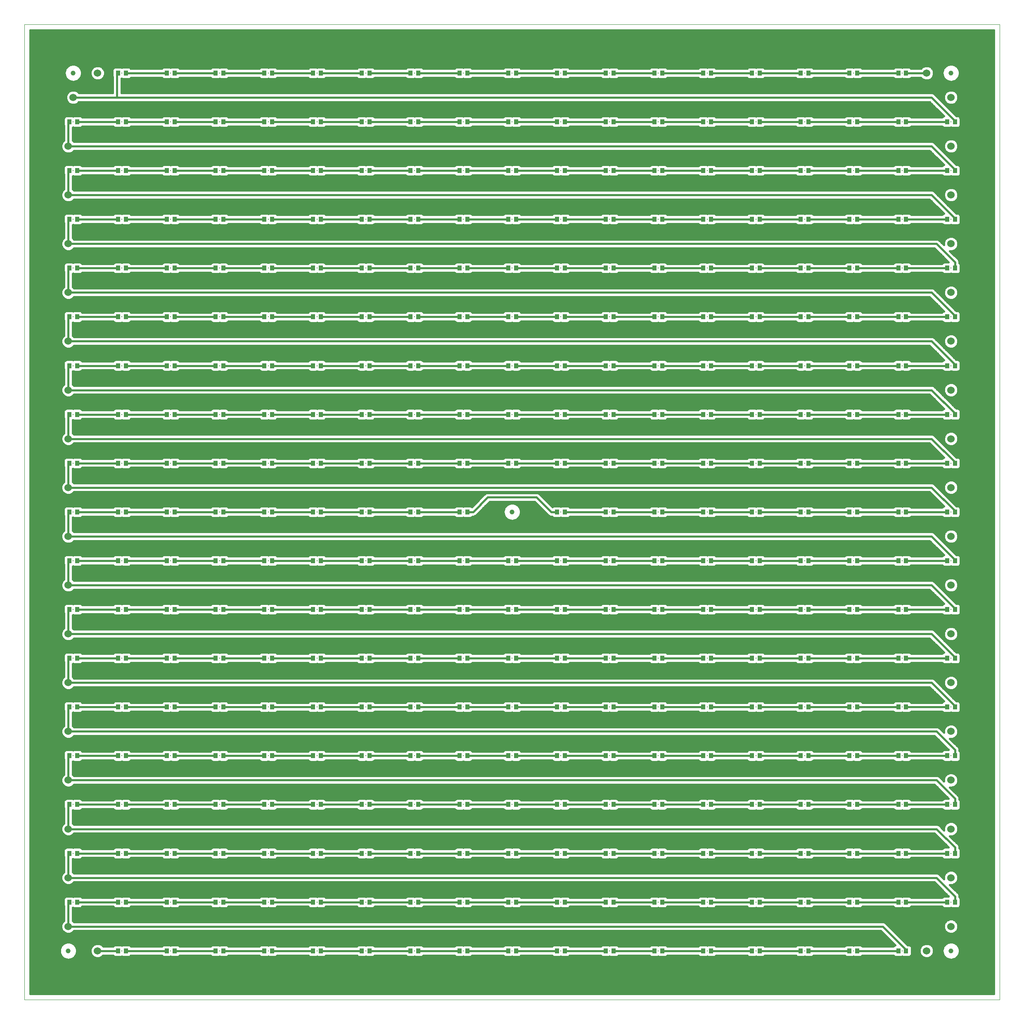
<source format=gtl>
G75*
%MOIN*%
%OFA0B0*%
%FSLAX25Y25*%
%IPPOS*%
%LPD*%
%AMOC8*
5,1,8,0,0,1.08239X$1,22.5*
%
%ADD10C,0.00000*%
%ADD11R,0.03543X0.03937*%
%ADD12C,0.00787*%
%ADD13C,0.03937*%
%ADD14C,0.06000*%
%ADD15C,0.01600*%
D10*
X0020779Y0001800D02*
X0020779Y0789202D01*
X0808180Y0789202D01*
X0808180Y0001800D01*
X0020779Y0001800D01*
D11*
X0096369Y0041170D03*
X0102669Y0041170D03*
X0135740Y0041170D03*
X0142039Y0041170D03*
X0175110Y0041170D03*
X0181409Y0041170D03*
X0214480Y0041170D03*
X0220779Y0041170D03*
X0253850Y0041170D03*
X0260149Y0041170D03*
X0293220Y0041170D03*
X0299519Y0041170D03*
X0332590Y0041170D03*
X0338889Y0041170D03*
X0371960Y0041170D03*
X0378259Y0041170D03*
X0411330Y0041170D03*
X0417629Y0041170D03*
X0450700Y0041170D03*
X0456999Y0041170D03*
X0490070Y0041170D03*
X0496369Y0041170D03*
X0529440Y0041170D03*
X0535740Y0041170D03*
X0568810Y0041170D03*
X0575110Y0041170D03*
X0608180Y0041170D03*
X0614480Y0041170D03*
X0647551Y0041170D03*
X0653850Y0041170D03*
X0686921Y0041170D03*
X0693220Y0041170D03*
X0726291Y0041170D03*
X0732590Y0041170D03*
X0732590Y0080540D03*
X0726291Y0080540D03*
X0693220Y0080540D03*
X0686921Y0080540D03*
X0653850Y0080540D03*
X0647551Y0080540D03*
X0614480Y0080540D03*
X0608180Y0080540D03*
X0575110Y0080540D03*
X0568810Y0080540D03*
X0535740Y0080540D03*
X0529440Y0080540D03*
X0496369Y0080540D03*
X0490070Y0080540D03*
X0456999Y0080540D03*
X0450700Y0080540D03*
X0417629Y0080540D03*
X0411330Y0080540D03*
X0378259Y0080540D03*
X0371960Y0080540D03*
X0338889Y0080540D03*
X0332590Y0080540D03*
X0299519Y0080540D03*
X0293220Y0080540D03*
X0260149Y0080540D03*
X0253850Y0080540D03*
X0220779Y0080540D03*
X0214480Y0080540D03*
X0181409Y0080540D03*
X0175110Y0080540D03*
X0142039Y0080540D03*
X0135740Y0080540D03*
X0102669Y0080540D03*
X0096369Y0080540D03*
X0063299Y0080540D03*
X0056999Y0080540D03*
X0056999Y0119910D03*
X0063299Y0119910D03*
X0096369Y0119910D03*
X0102669Y0119910D03*
X0135740Y0119910D03*
X0142039Y0119910D03*
X0175110Y0119910D03*
X0181409Y0119910D03*
X0214480Y0119910D03*
X0220779Y0119910D03*
X0253850Y0119910D03*
X0260149Y0119910D03*
X0293220Y0119910D03*
X0299519Y0119910D03*
X0332590Y0119910D03*
X0338889Y0119910D03*
X0371960Y0119910D03*
X0378259Y0119910D03*
X0411330Y0119910D03*
X0417629Y0119910D03*
X0450700Y0119910D03*
X0456999Y0119910D03*
X0490070Y0119910D03*
X0496369Y0119910D03*
X0529440Y0119910D03*
X0535740Y0119910D03*
X0568810Y0119910D03*
X0575110Y0119910D03*
X0608180Y0119910D03*
X0614480Y0119910D03*
X0647551Y0119910D03*
X0653850Y0119910D03*
X0686921Y0119910D03*
X0693220Y0119910D03*
X0726291Y0119910D03*
X0732590Y0119910D03*
X0765661Y0119910D03*
X0771960Y0119910D03*
X0771960Y0080540D03*
X0765661Y0080540D03*
X0765661Y0159280D03*
X0771960Y0159280D03*
X0732590Y0159280D03*
X0726291Y0159280D03*
X0693220Y0159280D03*
X0686921Y0159280D03*
X0653850Y0159280D03*
X0647551Y0159280D03*
X0614480Y0159280D03*
X0608180Y0159280D03*
X0575110Y0159280D03*
X0568810Y0159280D03*
X0535740Y0159280D03*
X0529440Y0159280D03*
X0496369Y0159280D03*
X0490070Y0159280D03*
X0456999Y0159280D03*
X0450700Y0159280D03*
X0417629Y0159280D03*
X0411330Y0159280D03*
X0378259Y0159280D03*
X0371960Y0159280D03*
X0338889Y0159280D03*
X0332590Y0159280D03*
X0299519Y0159280D03*
X0293220Y0159280D03*
X0260149Y0159280D03*
X0253850Y0159280D03*
X0220779Y0159280D03*
X0214480Y0159280D03*
X0181409Y0159280D03*
X0175110Y0159280D03*
X0142039Y0159280D03*
X0135740Y0159280D03*
X0102669Y0159280D03*
X0096369Y0159280D03*
X0063299Y0159280D03*
X0056999Y0159280D03*
X0056999Y0198650D03*
X0063299Y0198650D03*
X0096369Y0198650D03*
X0102669Y0198650D03*
X0135740Y0198650D03*
X0142039Y0198650D03*
X0175110Y0198650D03*
X0181409Y0198650D03*
X0214480Y0198650D03*
X0220779Y0198650D03*
X0253850Y0198650D03*
X0260149Y0198650D03*
X0293220Y0198650D03*
X0299519Y0198650D03*
X0332590Y0198650D03*
X0338889Y0198650D03*
X0371960Y0198650D03*
X0378259Y0198650D03*
X0411330Y0198650D03*
X0417629Y0198650D03*
X0450700Y0198650D03*
X0456999Y0198650D03*
X0490070Y0198650D03*
X0496369Y0198650D03*
X0529440Y0198650D03*
X0535740Y0198650D03*
X0568810Y0198650D03*
X0575110Y0198650D03*
X0608180Y0198650D03*
X0614480Y0198650D03*
X0647551Y0198650D03*
X0653850Y0198650D03*
X0686921Y0198650D03*
X0693220Y0198650D03*
X0726291Y0198650D03*
X0732590Y0198650D03*
X0765661Y0198650D03*
X0771960Y0198650D03*
X0771960Y0238020D03*
X0765661Y0238020D03*
X0732590Y0238020D03*
X0726291Y0238020D03*
X0693220Y0238020D03*
X0686921Y0238020D03*
X0653850Y0238020D03*
X0647551Y0238020D03*
X0614480Y0238020D03*
X0608180Y0238020D03*
X0575110Y0238020D03*
X0568810Y0238020D03*
X0535740Y0238020D03*
X0529440Y0238020D03*
X0496369Y0238020D03*
X0490070Y0238020D03*
X0456999Y0238020D03*
X0450700Y0238020D03*
X0417629Y0238020D03*
X0411330Y0238020D03*
X0378259Y0238020D03*
X0371960Y0238020D03*
X0338889Y0238020D03*
X0332590Y0238020D03*
X0299519Y0238020D03*
X0293220Y0238020D03*
X0260149Y0238020D03*
X0253850Y0238020D03*
X0220779Y0238020D03*
X0214480Y0238020D03*
X0181409Y0238020D03*
X0175110Y0238020D03*
X0142039Y0238020D03*
X0135740Y0238020D03*
X0102669Y0238020D03*
X0096369Y0238020D03*
X0063299Y0238020D03*
X0056999Y0238020D03*
X0056999Y0277391D03*
X0063299Y0277391D03*
X0096369Y0277391D03*
X0102669Y0277391D03*
X0135740Y0277391D03*
X0142039Y0277391D03*
X0175110Y0277391D03*
X0181409Y0277391D03*
X0214480Y0277391D03*
X0220779Y0277391D03*
X0253850Y0277391D03*
X0260149Y0277391D03*
X0293220Y0277391D03*
X0299519Y0277391D03*
X0332590Y0277391D03*
X0338889Y0277391D03*
X0371960Y0277391D03*
X0378259Y0277391D03*
X0411330Y0277391D03*
X0417629Y0277391D03*
X0450700Y0277391D03*
X0456999Y0277391D03*
X0490070Y0277391D03*
X0496369Y0277391D03*
X0529440Y0277391D03*
X0535740Y0277391D03*
X0568810Y0277391D03*
X0575110Y0277391D03*
X0608180Y0277391D03*
X0614480Y0277391D03*
X0647551Y0277391D03*
X0653850Y0277391D03*
X0686921Y0277391D03*
X0693220Y0277391D03*
X0726291Y0277391D03*
X0732590Y0277391D03*
X0765661Y0277391D03*
X0771960Y0277391D03*
X0771960Y0316761D03*
X0765661Y0316761D03*
X0732590Y0316761D03*
X0726291Y0316761D03*
X0693220Y0316761D03*
X0686921Y0316761D03*
X0653850Y0316761D03*
X0647551Y0316761D03*
X0614480Y0316761D03*
X0608180Y0316761D03*
X0575110Y0316761D03*
X0568810Y0316761D03*
X0535740Y0316761D03*
X0529440Y0316761D03*
X0496369Y0316761D03*
X0490070Y0316761D03*
X0456999Y0316761D03*
X0450700Y0316761D03*
X0417629Y0316761D03*
X0411330Y0316761D03*
X0378259Y0316761D03*
X0371960Y0316761D03*
X0338889Y0316761D03*
X0332590Y0316761D03*
X0299519Y0316761D03*
X0293220Y0316761D03*
X0260149Y0316761D03*
X0253850Y0316761D03*
X0220779Y0316761D03*
X0214480Y0316761D03*
X0181409Y0316761D03*
X0175110Y0316761D03*
X0142039Y0316761D03*
X0135740Y0316761D03*
X0102669Y0316761D03*
X0096369Y0316761D03*
X0063299Y0316761D03*
X0056999Y0316761D03*
X0056999Y0356131D03*
X0063299Y0356131D03*
X0096369Y0356131D03*
X0102669Y0356131D03*
X0135740Y0356131D03*
X0142039Y0356131D03*
X0175110Y0356131D03*
X0181409Y0356131D03*
X0214480Y0356131D03*
X0220779Y0356131D03*
X0253850Y0356131D03*
X0260149Y0356131D03*
X0293220Y0356131D03*
X0299519Y0356131D03*
X0332590Y0356131D03*
X0338889Y0356131D03*
X0371960Y0356131D03*
X0378259Y0356131D03*
X0411330Y0356131D03*
X0417629Y0356131D03*
X0450700Y0356131D03*
X0456999Y0356131D03*
X0490070Y0356131D03*
X0496369Y0356131D03*
X0529440Y0356131D03*
X0535740Y0356131D03*
X0568810Y0356131D03*
X0575110Y0356131D03*
X0608180Y0356131D03*
X0614480Y0356131D03*
X0647551Y0356131D03*
X0653850Y0356131D03*
X0686921Y0356131D03*
X0693220Y0356131D03*
X0726291Y0356131D03*
X0732590Y0356131D03*
X0765661Y0356131D03*
X0771960Y0356131D03*
X0771960Y0395501D03*
X0765661Y0395501D03*
X0732590Y0395501D03*
X0726291Y0395501D03*
X0693220Y0395501D03*
X0686921Y0395501D03*
X0653850Y0395501D03*
X0647551Y0395501D03*
X0614480Y0395501D03*
X0608180Y0395501D03*
X0575110Y0395501D03*
X0568810Y0395501D03*
X0535740Y0395501D03*
X0529440Y0395501D03*
X0496369Y0395501D03*
X0490070Y0395501D03*
X0456999Y0395501D03*
X0450700Y0395501D03*
X0450700Y0434871D03*
X0456999Y0434871D03*
X0490070Y0434871D03*
X0496369Y0434871D03*
X0529440Y0434871D03*
X0535740Y0434871D03*
X0568810Y0434871D03*
X0575110Y0434871D03*
X0608180Y0434871D03*
X0614480Y0434871D03*
X0647551Y0434871D03*
X0653850Y0434871D03*
X0686921Y0434871D03*
X0693220Y0434871D03*
X0726291Y0434871D03*
X0732590Y0434871D03*
X0765661Y0434871D03*
X0771960Y0434871D03*
X0771960Y0474241D03*
X0765661Y0474241D03*
X0732590Y0474241D03*
X0726291Y0474241D03*
X0693220Y0474241D03*
X0686921Y0474241D03*
X0653850Y0474241D03*
X0647551Y0474241D03*
X0614480Y0474241D03*
X0608180Y0474241D03*
X0575110Y0474241D03*
X0568810Y0474241D03*
X0535740Y0474241D03*
X0529440Y0474241D03*
X0496369Y0474241D03*
X0490070Y0474241D03*
X0456999Y0474241D03*
X0450700Y0474241D03*
X0417629Y0474241D03*
X0411330Y0474241D03*
X0378259Y0474241D03*
X0371960Y0474241D03*
X0338889Y0474241D03*
X0332590Y0474241D03*
X0299519Y0474241D03*
X0293220Y0474241D03*
X0260149Y0474241D03*
X0253850Y0474241D03*
X0220779Y0474241D03*
X0214480Y0474241D03*
X0181409Y0474241D03*
X0175110Y0474241D03*
X0142039Y0474241D03*
X0135740Y0474241D03*
X0102669Y0474241D03*
X0096369Y0474241D03*
X0063299Y0474241D03*
X0056999Y0474241D03*
X0056999Y0513611D03*
X0063299Y0513611D03*
X0096369Y0513611D03*
X0102669Y0513611D03*
X0135740Y0513611D03*
X0142039Y0513611D03*
X0175110Y0513611D03*
X0181409Y0513611D03*
X0214480Y0513611D03*
X0220779Y0513611D03*
X0253850Y0513611D03*
X0260149Y0513611D03*
X0293220Y0513611D03*
X0299519Y0513611D03*
X0332590Y0513611D03*
X0338889Y0513611D03*
X0371960Y0513611D03*
X0378259Y0513611D03*
X0411330Y0513611D03*
X0417629Y0513611D03*
X0450700Y0513611D03*
X0456999Y0513611D03*
X0490070Y0513611D03*
X0496369Y0513611D03*
X0529440Y0513611D03*
X0535740Y0513611D03*
X0568810Y0513611D03*
X0575110Y0513611D03*
X0608180Y0513611D03*
X0614480Y0513611D03*
X0647551Y0513611D03*
X0653850Y0513611D03*
X0686921Y0513611D03*
X0693220Y0513611D03*
X0726291Y0513611D03*
X0732590Y0513611D03*
X0765661Y0513611D03*
X0771960Y0513611D03*
X0771960Y0552981D03*
X0765661Y0552981D03*
X0732590Y0552981D03*
X0726291Y0552981D03*
X0693220Y0552981D03*
X0686921Y0552981D03*
X0653850Y0552981D03*
X0647551Y0552981D03*
X0614480Y0552981D03*
X0608180Y0552981D03*
X0575110Y0552981D03*
X0568810Y0552981D03*
X0535740Y0552981D03*
X0529440Y0552981D03*
X0496369Y0552981D03*
X0490070Y0552981D03*
X0456999Y0552981D03*
X0450700Y0552981D03*
X0417629Y0552981D03*
X0411330Y0552981D03*
X0378259Y0552981D03*
X0371960Y0552981D03*
X0338889Y0552981D03*
X0332590Y0552981D03*
X0299519Y0552981D03*
X0293220Y0552981D03*
X0260149Y0552981D03*
X0253850Y0552981D03*
X0220779Y0552981D03*
X0214480Y0552981D03*
X0181409Y0552981D03*
X0175110Y0552981D03*
X0142039Y0552981D03*
X0135740Y0552981D03*
X0102669Y0552981D03*
X0096369Y0552981D03*
X0063299Y0552981D03*
X0056999Y0552981D03*
X0056999Y0592351D03*
X0063299Y0592351D03*
X0096369Y0592351D03*
X0102669Y0592351D03*
X0135740Y0592351D03*
X0142039Y0592351D03*
X0175110Y0592351D03*
X0181409Y0592351D03*
X0214480Y0592351D03*
X0220779Y0592351D03*
X0253850Y0592351D03*
X0260149Y0592351D03*
X0293220Y0592351D03*
X0299519Y0592351D03*
X0332590Y0592351D03*
X0338889Y0592351D03*
X0371960Y0592351D03*
X0378259Y0592351D03*
X0411330Y0592351D03*
X0417629Y0592351D03*
X0450700Y0592351D03*
X0456999Y0592351D03*
X0490070Y0592351D03*
X0496369Y0592351D03*
X0529440Y0592351D03*
X0535740Y0592351D03*
X0568810Y0592351D03*
X0575110Y0592351D03*
X0608180Y0592351D03*
X0614480Y0592351D03*
X0647551Y0592351D03*
X0653850Y0592351D03*
X0686921Y0592351D03*
X0693220Y0592351D03*
X0726291Y0592351D03*
X0732590Y0592351D03*
X0765661Y0592351D03*
X0771960Y0592351D03*
X0771960Y0631721D03*
X0765661Y0631721D03*
X0732590Y0631721D03*
X0726291Y0631721D03*
X0693220Y0631721D03*
X0686921Y0631721D03*
X0653850Y0631721D03*
X0647551Y0631721D03*
X0614480Y0631721D03*
X0608180Y0631721D03*
X0575110Y0631721D03*
X0568810Y0631721D03*
X0535740Y0631721D03*
X0529440Y0631721D03*
X0496369Y0631721D03*
X0490070Y0631721D03*
X0456999Y0631721D03*
X0450700Y0631721D03*
X0417629Y0631721D03*
X0411330Y0631721D03*
X0378259Y0631721D03*
X0371960Y0631721D03*
X0338889Y0631721D03*
X0332590Y0631721D03*
X0299519Y0631721D03*
X0293220Y0631721D03*
X0260149Y0631721D03*
X0253850Y0631721D03*
X0220779Y0631721D03*
X0214480Y0631721D03*
X0181409Y0631721D03*
X0175110Y0631721D03*
X0142039Y0631721D03*
X0135740Y0631721D03*
X0102669Y0631721D03*
X0096369Y0631721D03*
X0063299Y0631721D03*
X0056999Y0631721D03*
X0056999Y0671091D03*
X0063299Y0671091D03*
X0096369Y0671091D03*
X0102669Y0671091D03*
X0135740Y0671091D03*
X0142039Y0671091D03*
X0175110Y0671091D03*
X0181409Y0671091D03*
X0214480Y0671091D03*
X0220779Y0671091D03*
X0253850Y0671091D03*
X0260149Y0671091D03*
X0293220Y0671091D03*
X0299519Y0671091D03*
X0332590Y0671091D03*
X0338889Y0671091D03*
X0371960Y0671091D03*
X0378259Y0671091D03*
X0411330Y0671091D03*
X0417629Y0671091D03*
X0450700Y0671091D03*
X0456999Y0671091D03*
X0490070Y0671091D03*
X0496369Y0671091D03*
X0529440Y0671091D03*
X0535740Y0671091D03*
X0568810Y0671091D03*
X0575110Y0671091D03*
X0608180Y0671091D03*
X0614480Y0671091D03*
X0647551Y0671091D03*
X0653850Y0671091D03*
X0686921Y0671091D03*
X0693220Y0671091D03*
X0726291Y0671091D03*
X0732590Y0671091D03*
X0765661Y0671091D03*
X0771960Y0671091D03*
X0771960Y0710461D03*
X0765661Y0710461D03*
X0732590Y0710461D03*
X0726291Y0710461D03*
X0693220Y0710461D03*
X0686921Y0710461D03*
X0653850Y0710461D03*
X0647551Y0710461D03*
X0614480Y0710461D03*
X0608180Y0710461D03*
X0575110Y0710461D03*
X0568810Y0710461D03*
X0535740Y0710461D03*
X0529440Y0710461D03*
X0496369Y0710461D03*
X0490070Y0710461D03*
X0456999Y0710461D03*
X0450700Y0710461D03*
X0417629Y0710461D03*
X0411330Y0710461D03*
X0378259Y0710461D03*
X0371960Y0710461D03*
X0338889Y0710461D03*
X0332590Y0710461D03*
X0299519Y0710461D03*
X0293220Y0710461D03*
X0260149Y0710461D03*
X0253850Y0710461D03*
X0220779Y0710461D03*
X0214480Y0710461D03*
X0181409Y0710461D03*
X0175110Y0710461D03*
X0142039Y0710461D03*
X0135740Y0710461D03*
X0102669Y0710461D03*
X0096369Y0710461D03*
X0063299Y0710461D03*
X0056999Y0710461D03*
X0096369Y0749831D03*
X0102669Y0749831D03*
X0135740Y0749831D03*
X0142039Y0749831D03*
X0175110Y0749831D03*
X0181409Y0749831D03*
X0214480Y0749831D03*
X0220779Y0749831D03*
X0253850Y0749831D03*
X0260149Y0749831D03*
X0293220Y0749831D03*
X0299519Y0749831D03*
X0332590Y0749831D03*
X0338889Y0749831D03*
X0371960Y0749831D03*
X0378259Y0749831D03*
X0411330Y0749831D03*
X0417629Y0749831D03*
X0450700Y0749831D03*
X0456999Y0749831D03*
X0490070Y0749831D03*
X0496369Y0749831D03*
X0529440Y0749831D03*
X0535740Y0749831D03*
X0568810Y0749831D03*
X0575110Y0749831D03*
X0608180Y0749831D03*
X0614480Y0749831D03*
X0647551Y0749831D03*
X0653850Y0749831D03*
X0686921Y0749831D03*
X0693220Y0749831D03*
X0726291Y0749831D03*
X0732590Y0749831D03*
X0417629Y0434871D03*
X0411330Y0434871D03*
X0378259Y0434871D03*
X0371960Y0434871D03*
X0338889Y0434871D03*
X0332590Y0434871D03*
X0332590Y0395501D03*
X0338889Y0395501D03*
X0371960Y0395501D03*
X0378259Y0395501D03*
X0299519Y0395501D03*
X0293220Y0395501D03*
X0260149Y0395501D03*
X0253850Y0395501D03*
X0220779Y0395501D03*
X0214480Y0395501D03*
X0181409Y0395501D03*
X0175110Y0395501D03*
X0142039Y0395501D03*
X0135740Y0395501D03*
X0102669Y0395501D03*
X0096369Y0395501D03*
X0063299Y0395501D03*
X0056999Y0395501D03*
X0056999Y0434871D03*
X0063299Y0434871D03*
X0096369Y0434871D03*
X0102669Y0434871D03*
X0135740Y0434871D03*
X0142039Y0434871D03*
X0175110Y0434871D03*
X0181409Y0434871D03*
X0214480Y0434871D03*
X0220779Y0434871D03*
X0253850Y0434871D03*
X0260149Y0434871D03*
X0293220Y0434871D03*
X0299519Y0434871D03*
D12*
X0296369Y0434871D03*
X0296369Y0395501D03*
X0256999Y0395501D03*
X0256999Y0434871D03*
X0217629Y0434871D03*
X0178259Y0434871D03*
X0178259Y0395501D03*
X0217629Y0395501D03*
X0217629Y0356131D03*
X0178259Y0356131D03*
X0138889Y0356131D03*
X0138889Y0395501D03*
X0138889Y0434871D03*
X0138889Y0474241D03*
X0099519Y0474241D03*
X0099519Y0513611D03*
X0060149Y0513611D03*
X0060149Y0474241D03*
X0060149Y0434871D03*
X0060149Y0395501D03*
X0099519Y0395501D03*
X0099519Y0434871D03*
X0099519Y0356131D03*
X0060149Y0356131D03*
X0060149Y0316761D03*
X0099519Y0316761D03*
X0138889Y0316761D03*
X0178259Y0316761D03*
X0217629Y0316761D03*
X0256999Y0316761D03*
X0256999Y0356131D03*
X0296369Y0356131D03*
X0296369Y0316761D03*
X0296369Y0277391D03*
X0256999Y0277391D03*
X0217629Y0277391D03*
X0178259Y0277391D03*
X0138889Y0277391D03*
X0099519Y0277391D03*
X0060149Y0277391D03*
X0060149Y0238020D03*
X0060149Y0198650D03*
X0060149Y0159280D03*
X0060149Y0119910D03*
X0060149Y0080540D03*
X0099519Y0080540D03*
X0099519Y0041170D03*
X0138889Y0041170D03*
X0138889Y0080540D03*
X0178259Y0080540D03*
X0217629Y0080540D03*
X0217629Y0041170D03*
X0178259Y0041170D03*
X0256999Y0041170D03*
X0256999Y0080540D03*
X0256999Y0119910D03*
X0217629Y0119910D03*
X0178259Y0119910D03*
X0138889Y0119910D03*
X0099519Y0119910D03*
X0099519Y0159280D03*
X0138889Y0159280D03*
X0178259Y0159280D03*
X0217629Y0159280D03*
X0256999Y0159280D03*
X0256999Y0198650D03*
X0217629Y0198650D03*
X0178259Y0198650D03*
X0138889Y0198650D03*
X0099519Y0198650D03*
X0099519Y0238020D03*
X0138889Y0238020D03*
X0178259Y0238020D03*
X0217629Y0238020D03*
X0256999Y0238020D03*
X0296369Y0238020D03*
X0296369Y0198650D03*
X0296369Y0159280D03*
X0296369Y0119910D03*
X0296369Y0080540D03*
X0296369Y0041170D03*
X0335740Y0041170D03*
X0375110Y0041170D03*
X0414480Y0041170D03*
X0453850Y0041170D03*
X0493220Y0041170D03*
X0532590Y0041170D03*
X0571960Y0041170D03*
X0611330Y0041170D03*
X0611330Y0080540D03*
X0571960Y0080540D03*
X0532590Y0080540D03*
X0532590Y0119910D03*
X0571960Y0119910D03*
X0611330Y0119910D03*
X0650700Y0119910D03*
X0650700Y0080540D03*
X0650700Y0041170D03*
X0690070Y0041170D03*
X0690070Y0080540D03*
X0690070Y0119910D03*
X0729440Y0119910D03*
X0768810Y0119910D03*
X0768810Y0080540D03*
X0729440Y0080540D03*
X0729440Y0041170D03*
X0729440Y0159280D03*
X0768810Y0159280D03*
X0768810Y0198650D03*
X0729440Y0198650D03*
X0690070Y0198650D03*
X0690070Y0159280D03*
X0650700Y0159280D03*
X0611330Y0159280D03*
X0571960Y0159280D03*
X0532590Y0159280D03*
X0493220Y0159280D03*
X0453850Y0159280D03*
X0453850Y0119910D03*
X0493220Y0119910D03*
X0453850Y0080540D03*
X0414480Y0080540D03*
X0414480Y0119910D03*
X0414480Y0159280D03*
X0414480Y0198650D03*
X0453850Y0198650D03*
X0493220Y0198650D03*
X0532590Y0198650D03*
X0571960Y0198650D03*
X0611330Y0198650D03*
X0650700Y0198650D03*
X0650700Y0238020D03*
X0611330Y0238020D03*
X0571960Y0238020D03*
X0532590Y0238020D03*
X0493220Y0238020D03*
X0453850Y0238020D03*
X0414480Y0238020D03*
X0375110Y0238020D03*
X0375110Y0198650D03*
X0375110Y0159280D03*
X0375110Y0119910D03*
X0375110Y0080540D03*
X0335740Y0080540D03*
X0335740Y0119910D03*
X0335740Y0159280D03*
X0335740Y0198650D03*
X0335740Y0238020D03*
X0335740Y0277391D03*
X0375110Y0277391D03*
X0375110Y0316761D03*
X0414480Y0316761D03*
X0414480Y0356131D03*
X0453850Y0356131D03*
X0493220Y0356131D03*
X0493220Y0395501D03*
X0493220Y0434871D03*
X0453850Y0434871D03*
X0453850Y0395501D03*
X0414480Y0434871D03*
X0414480Y0474241D03*
X0453850Y0474241D03*
X0493220Y0474241D03*
X0532590Y0474241D03*
X0571960Y0474241D03*
X0571960Y0513611D03*
X0611330Y0513611D03*
X0611330Y0474241D03*
X0611330Y0434871D03*
X0611330Y0395501D03*
X0571960Y0395501D03*
X0571960Y0434871D03*
X0532590Y0434871D03*
X0532590Y0395501D03*
X0532590Y0356131D03*
X0571960Y0356131D03*
X0611330Y0356131D03*
X0650700Y0356131D03*
X0650700Y0395501D03*
X0650700Y0434871D03*
X0650700Y0474241D03*
X0650700Y0513611D03*
X0650700Y0552981D03*
X0611330Y0552981D03*
X0571960Y0552981D03*
X0532590Y0552981D03*
X0532590Y0513611D03*
X0493220Y0513611D03*
X0453850Y0513611D03*
X0453850Y0552981D03*
X0493220Y0552981D03*
X0493220Y0592351D03*
X0453850Y0592351D03*
X0453850Y0631721D03*
X0493220Y0631721D03*
X0532590Y0631721D03*
X0532590Y0592351D03*
X0571960Y0592351D03*
X0611330Y0592351D03*
X0650700Y0592351D03*
X0690070Y0592351D03*
X0690070Y0552981D03*
X0690070Y0513611D03*
X0690070Y0474241D03*
X0690070Y0434871D03*
X0690070Y0395501D03*
X0690070Y0356131D03*
X0729440Y0356131D03*
X0768810Y0356131D03*
X0768810Y0395501D03*
X0729440Y0395501D03*
X0729440Y0434871D03*
X0768810Y0434871D03*
X0768810Y0474241D03*
X0729440Y0474241D03*
X0729440Y0513611D03*
X0768810Y0513611D03*
X0768810Y0552981D03*
X0729440Y0552981D03*
X0729440Y0592351D03*
X0768810Y0592351D03*
X0768810Y0631721D03*
X0729440Y0631721D03*
X0690070Y0631721D03*
X0650700Y0631721D03*
X0611330Y0631721D03*
X0571960Y0631721D03*
X0571960Y0671091D03*
X0611330Y0671091D03*
X0650700Y0671091D03*
X0690070Y0671091D03*
X0729440Y0671091D03*
X0768810Y0671091D03*
X0768810Y0710461D03*
X0729440Y0710461D03*
X0690070Y0710461D03*
X0650700Y0710461D03*
X0611330Y0710461D03*
X0571960Y0710461D03*
X0532590Y0710461D03*
X0532590Y0671091D03*
X0493220Y0671091D03*
X0453850Y0671091D03*
X0414480Y0671091D03*
X0414480Y0631721D03*
X0414480Y0592351D03*
X0414480Y0552981D03*
X0414480Y0513611D03*
X0375110Y0513611D03*
X0375110Y0474241D03*
X0375110Y0434871D03*
X0375110Y0395501D03*
X0375110Y0356131D03*
X0335740Y0356131D03*
X0335740Y0395501D03*
X0335740Y0434871D03*
X0335740Y0474241D03*
X0335740Y0513611D03*
X0335740Y0552981D03*
X0375110Y0552981D03*
X0375110Y0592351D03*
X0375110Y0631721D03*
X0375110Y0671091D03*
X0375110Y0710461D03*
X0414480Y0710461D03*
X0453850Y0710461D03*
X0493220Y0710461D03*
X0493220Y0749831D03*
X0453850Y0749831D03*
X0414480Y0749831D03*
X0375110Y0749831D03*
X0335740Y0749831D03*
X0335740Y0710461D03*
X0335740Y0671091D03*
X0335740Y0631721D03*
X0335740Y0592351D03*
X0296369Y0592351D03*
X0256999Y0592351D03*
X0217629Y0592351D03*
X0178259Y0592351D03*
X0138889Y0592351D03*
X0138889Y0552981D03*
X0099519Y0552981D03*
X0060149Y0552981D03*
X0060149Y0592351D03*
X0099519Y0592351D03*
X0099519Y0631721D03*
X0060149Y0631721D03*
X0060149Y0671091D03*
X0099519Y0671091D03*
X0138889Y0671091D03*
X0138889Y0631721D03*
X0178259Y0631721D03*
X0217629Y0631721D03*
X0217629Y0671091D03*
X0178259Y0671091D03*
X0178259Y0710461D03*
X0217629Y0710461D03*
X0256999Y0710461D03*
X0256999Y0671091D03*
X0256999Y0631721D03*
X0296369Y0631721D03*
X0296369Y0671091D03*
X0296369Y0710461D03*
X0296369Y0749831D03*
X0256999Y0749831D03*
X0217629Y0749831D03*
X0178259Y0749831D03*
X0138889Y0749831D03*
X0138889Y0710461D03*
X0099519Y0710461D03*
X0060149Y0710461D03*
X0099519Y0749831D03*
X0178259Y0552981D03*
X0217629Y0552981D03*
X0217629Y0513611D03*
X0178259Y0513611D03*
X0138889Y0513611D03*
X0178259Y0474241D03*
X0217629Y0474241D03*
X0256999Y0474241D03*
X0256999Y0513611D03*
X0256999Y0552981D03*
X0296369Y0552981D03*
X0296369Y0513611D03*
X0296369Y0474241D03*
X0335740Y0316761D03*
X0414480Y0277391D03*
X0453850Y0277391D03*
X0493220Y0277391D03*
X0493220Y0316761D03*
X0453850Y0316761D03*
X0532590Y0316761D03*
X0571960Y0316761D03*
X0611330Y0316761D03*
X0650700Y0316761D03*
X0690070Y0316761D03*
X0729440Y0316761D03*
X0768810Y0316761D03*
X0768810Y0277391D03*
X0729440Y0277391D03*
X0690070Y0277391D03*
X0650700Y0277391D03*
X0611330Y0277391D03*
X0571960Y0277391D03*
X0532590Y0277391D03*
X0690070Y0238020D03*
X0729440Y0238020D03*
X0768810Y0238020D03*
X0729440Y0749831D03*
X0690070Y0749831D03*
X0650700Y0749831D03*
X0611330Y0749831D03*
X0571960Y0749831D03*
X0532590Y0749831D03*
D13*
X0768810Y0749831D03*
X0414480Y0395501D03*
X0060149Y0749831D03*
X0056212Y0041170D03*
X0768810Y0041170D03*
D14*
X0749125Y0041170D03*
X0768810Y0060855D03*
X0768810Y0100225D03*
X0768810Y0139595D03*
X0768810Y0178965D03*
X0768810Y0218335D03*
X0768810Y0257706D03*
X0768810Y0297076D03*
X0768810Y0336446D03*
X0768810Y0375816D03*
X0768810Y0415186D03*
X0768810Y0454556D03*
X0768810Y0493926D03*
X0768810Y0533296D03*
X0768810Y0572666D03*
X0768810Y0612036D03*
X0768810Y0651406D03*
X0768810Y0690776D03*
X0768810Y0730146D03*
X0749125Y0749831D03*
X0079834Y0749831D03*
X0060149Y0730146D03*
X0056212Y0690776D03*
X0056212Y0651406D03*
X0056212Y0612036D03*
X0056212Y0572666D03*
X0056212Y0533296D03*
X0056212Y0493926D03*
X0056212Y0454556D03*
X0056212Y0415186D03*
X0056212Y0375816D03*
X0056212Y0336446D03*
X0056212Y0297076D03*
X0056212Y0257706D03*
X0056212Y0218335D03*
X0056212Y0178965D03*
X0056212Y0139595D03*
X0056212Y0100225D03*
X0056212Y0060855D03*
X0079834Y0041170D03*
D15*
X0096369Y0041170D01*
X0094047Y0036433D02*
X0098692Y0036433D01*
X0099519Y0036776D01*
X0100346Y0036433D01*
X0104991Y0036433D01*
X0106009Y0036855D01*
X0106756Y0037602D01*
X0131653Y0037602D01*
X0132400Y0036855D01*
X0133417Y0036433D01*
X0138062Y0036433D01*
X0138889Y0036776D01*
X0139716Y0036433D01*
X0144361Y0036433D01*
X0145379Y0036855D01*
X0146126Y0037602D01*
X0171023Y0037602D01*
X0171770Y0036855D01*
X0172787Y0036433D01*
X0177432Y0036433D01*
X0178259Y0036776D01*
X0179086Y0036433D01*
X0183731Y0036433D01*
X0184749Y0036855D01*
X0185496Y0037602D01*
X0210393Y0037602D01*
X0211140Y0036855D01*
X0212157Y0036433D01*
X0216802Y0036433D01*
X0217629Y0036776D01*
X0218457Y0036433D01*
X0223101Y0036433D01*
X0224119Y0036855D01*
X0224866Y0037602D01*
X0249763Y0037602D01*
X0250510Y0036855D01*
X0251527Y0036433D01*
X0256172Y0036433D01*
X0256999Y0036776D01*
X0257827Y0036433D01*
X0262471Y0036433D01*
X0263489Y0036855D01*
X0264236Y0037602D01*
X0289133Y0037602D01*
X0289880Y0036855D01*
X0290897Y0036433D01*
X0295542Y0036433D01*
X0296369Y0036776D01*
X0297197Y0036433D01*
X0301841Y0036433D01*
X0302859Y0036855D01*
X0303606Y0037602D01*
X0328503Y0037602D01*
X0329250Y0036855D01*
X0330268Y0036433D01*
X0334912Y0036433D01*
X0335740Y0036776D01*
X0336567Y0036433D01*
X0341211Y0036433D01*
X0342229Y0036855D01*
X0342976Y0037602D01*
X0367873Y0037602D01*
X0368620Y0036855D01*
X0369638Y0036433D01*
X0374282Y0036433D01*
X0375110Y0036776D01*
X0375937Y0036433D01*
X0380582Y0036433D01*
X0381599Y0036855D01*
X0382346Y0037602D01*
X0407243Y0037602D01*
X0407990Y0036855D01*
X0409008Y0036433D01*
X0413652Y0036433D01*
X0414480Y0036776D01*
X0415307Y0036433D01*
X0419952Y0036433D01*
X0420969Y0036855D01*
X0421716Y0037602D01*
X0446613Y0037602D01*
X0447360Y0036855D01*
X0448378Y0036433D01*
X0453022Y0036433D01*
X0453850Y0036776D01*
X0454677Y0036433D01*
X0459322Y0036433D01*
X0460339Y0036855D01*
X0461086Y0037602D01*
X0485983Y0037602D01*
X0486730Y0036855D01*
X0487748Y0036433D01*
X0492393Y0036433D01*
X0493220Y0036776D01*
X0494047Y0036433D01*
X0498692Y0036433D01*
X0499709Y0036855D01*
X0500456Y0037602D01*
X0525353Y0037602D01*
X0526100Y0036855D01*
X0527118Y0036433D01*
X0531763Y0036433D01*
X0532590Y0036776D01*
X0533417Y0036433D01*
X0538062Y0036433D01*
X0539079Y0036855D01*
X0539826Y0037602D01*
X0564723Y0037602D01*
X0565470Y0036855D01*
X0566488Y0036433D01*
X0571133Y0036433D01*
X0571960Y0036776D01*
X0572787Y0036433D01*
X0577432Y0036433D01*
X0578449Y0036855D01*
X0579196Y0037602D01*
X0604094Y0037602D01*
X0604841Y0036855D01*
X0605858Y0036433D01*
X0610503Y0036433D01*
X0611330Y0036776D01*
X0612157Y0036433D01*
X0616802Y0036433D01*
X0617820Y0036855D01*
X0618567Y0037602D01*
X0643464Y0037602D01*
X0644211Y0036855D01*
X0645228Y0036433D01*
X0649873Y0036433D01*
X0650700Y0036776D01*
X0651527Y0036433D01*
X0656172Y0036433D01*
X0657190Y0036855D01*
X0657937Y0037602D01*
X0682834Y0037602D01*
X0683581Y0036855D01*
X0684598Y0036433D01*
X0689243Y0036433D01*
X0690070Y0036776D01*
X0690897Y0036433D01*
X0695542Y0036433D01*
X0696560Y0036855D01*
X0697307Y0037602D01*
X0722204Y0037602D01*
X0722951Y0036855D01*
X0723968Y0036433D01*
X0728613Y0036433D01*
X0729440Y0036776D01*
X0730268Y0036433D01*
X0734912Y0036433D01*
X0735930Y0036855D01*
X0736709Y0037633D01*
X0737130Y0038651D01*
X0737130Y0043689D01*
X0736709Y0044707D01*
X0735930Y0045486D01*
X0734912Y0045907D01*
X0733687Y0045907D01*
X0715714Y0063880D01*
X0714402Y0064424D01*
X0060801Y0064424D01*
X0059780Y0065445D01*
X0059780Y0075993D01*
X0060149Y0076146D01*
X0060976Y0075803D01*
X0065621Y0075803D01*
X0066638Y0076225D01*
X0067385Y0076972D01*
X0092283Y0076972D01*
X0093030Y0076225D01*
X0094047Y0075803D01*
X0098692Y0075803D01*
X0099519Y0076146D01*
X0100346Y0075803D01*
X0104991Y0075803D01*
X0106009Y0076225D01*
X0106756Y0076972D01*
X0131653Y0076972D01*
X0132400Y0076225D01*
X0133417Y0075803D01*
X0138062Y0075803D01*
X0138889Y0076146D01*
X0139716Y0075803D01*
X0144361Y0075803D01*
X0145379Y0076225D01*
X0146126Y0076972D01*
X0171023Y0076972D01*
X0171770Y0076225D01*
X0172787Y0075803D01*
X0177432Y0075803D01*
X0178259Y0076146D01*
X0179086Y0075803D01*
X0183731Y0075803D01*
X0184749Y0076225D01*
X0185496Y0076972D01*
X0210393Y0076972D01*
X0211140Y0076225D01*
X0212157Y0075803D01*
X0216802Y0075803D01*
X0217629Y0076146D01*
X0218457Y0075803D01*
X0223101Y0075803D01*
X0224119Y0076225D01*
X0224866Y0076972D01*
X0249763Y0076972D01*
X0250510Y0076225D01*
X0251527Y0075803D01*
X0256172Y0075803D01*
X0256999Y0076146D01*
X0257827Y0075803D01*
X0262471Y0075803D01*
X0263489Y0076225D01*
X0264236Y0076972D01*
X0289133Y0076972D01*
X0289880Y0076225D01*
X0290897Y0075803D01*
X0295542Y0075803D01*
X0296369Y0076146D01*
X0297197Y0075803D01*
X0301841Y0075803D01*
X0302859Y0076225D01*
X0303606Y0076972D01*
X0328503Y0076972D01*
X0329250Y0076225D01*
X0330268Y0075803D01*
X0334912Y0075803D01*
X0335740Y0076146D01*
X0336567Y0075803D01*
X0341211Y0075803D01*
X0342229Y0076225D01*
X0342976Y0076972D01*
X0367873Y0076972D01*
X0368620Y0076225D01*
X0369638Y0075803D01*
X0374282Y0075803D01*
X0375110Y0076146D01*
X0375937Y0075803D01*
X0380582Y0075803D01*
X0381599Y0076225D01*
X0382346Y0076972D01*
X0407243Y0076972D01*
X0407990Y0076225D01*
X0409008Y0075803D01*
X0413652Y0075803D01*
X0414480Y0076146D01*
X0415307Y0075803D01*
X0419952Y0075803D01*
X0420969Y0076225D01*
X0421716Y0076972D01*
X0446613Y0076972D01*
X0447360Y0076225D01*
X0448378Y0075803D01*
X0453022Y0075803D01*
X0453850Y0076146D01*
X0454677Y0075803D01*
X0459322Y0075803D01*
X0460339Y0076225D01*
X0461086Y0076972D01*
X0485983Y0076972D01*
X0486730Y0076225D01*
X0487748Y0075803D01*
X0492393Y0075803D01*
X0493220Y0076146D01*
X0494047Y0075803D01*
X0498692Y0075803D01*
X0499709Y0076225D01*
X0500456Y0076972D01*
X0525353Y0076972D01*
X0526100Y0076225D01*
X0527118Y0075803D01*
X0531763Y0075803D01*
X0532590Y0076146D01*
X0533417Y0075803D01*
X0538062Y0075803D01*
X0539079Y0076225D01*
X0539826Y0076972D01*
X0564723Y0076972D01*
X0565470Y0076225D01*
X0566488Y0075803D01*
X0571133Y0075803D01*
X0571960Y0076146D01*
X0572787Y0075803D01*
X0577432Y0075803D01*
X0578449Y0076225D01*
X0579196Y0076972D01*
X0604094Y0076972D01*
X0604841Y0076225D01*
X0605858Y0075803D01*
X0610503Y0075803D01*
X0611330Y0076146D01*
X0612157Y0075803D01*
X0616802Y0075803D01*
X0617820Y0076225D01*
X0618567Y0076972D01*
X0643464Y0076972D01*
X0644211Y0076225D01*
X0645228Y0075803D01*
X0649873Y0075803D01*
X0650700Y0076146D01*
X0651527Y0075803D01*
X0656172Y0075803D01*
X0657190Y0076225D01*
X0657937Y0076972D01*
X0682834Y0076972D01*
X0683581Y0076225D01*
X0684598Y0075803D01*
X0689243Y0075803D01*
X0690070Y0076146D01*
X0690897Y0075803D01*
X0695542Y0075803D01*
X0696560Y0076225D01*
X0697307Y0076972D01*
X0722204Y0076972D01*
X0722951Y0076225D01*
X0723968Y0075803D01*
X0728613Y0075803D01*
X0729440Y0076146D01*
X0730268Y0075803D01*
X0734912Y0075803D01*
X0735930Y0076225D01*
X0736677Y0076972D01*
X0761574Y0076972D01*
X0762321Y0076225D01*
X0763338Y0075803D01*
X0767983Y0075803D01*
X0768810Y0076146D01*
X0769638Y0075803D01*
X0774282Y0075803D01*
X0775300Y0076225D01*
X0776079Y0077003D01*
X0776500Y0078021D01*
X0776500Y0083059D01*
X0776079Y0084077D01*
X0775528Y0084627D01*
X0775528Y0085974D01*
X0774985Y0087286D01*
X0767814Y0094457D01*
X0769958Y0094457D01*
X0772078Y0095335D01*
X0773701Y0096958D01*
X0774579Y0099078D01*
X0774579Y0101373D01*
X0773701Y0103493D01*
X0772078Y0105115D01*
X0769958Y0105994D01*
X0767663Y0105994D01*
X0765543Y0105115D01*
X0763920Y0103493D01*
X0763042Y0101373D01*
X0763042Y0099229D01*
X0759021Y0103250D01*
X0757709Y0103794D01*
X0060801Y0103794D01*
X0059780Y0104815D01*
X0059780Y0115363D01*
X0060149Y0115516D01*
X0060976Y0115173D01*
X0065621Y0115173D01*
X0066638Y0115595D01*
X0067385Y0116342D01*
X0092283Y0116342D01*
X0093030Y0115595D01*
X0094047Y0115173D01*
X0098692Y0115173D01*
X0099519Y0115516D01*
X0100346Y0115173D01*
X0104991Y0115173D01*
X0106009Y0115595D01*
X0106756Y0116342D01*
X0131653Y0116342D01*
X0132400Y0115595D01*
X0133417Y0115173D01*
X0138062Y0115173D01*
X0138889Y0115516D01*
X0139716Y0115173D01*
X0144361Y0115173D01*
X0145379Y0115595D01*
X0146126Y0116342D01*
X0171023Y0116342D01*
X0171770Y0115595D01*
X0172787Y0115173D01*
X0177432Y0115173D01*
X0178259Y0115516D01*
X0179086Y0115173D01*
X0183731Y0115173D01*
X0184749Y0115595D01*
X0185496Y0116342D01*
X0210393Y0116342D01*
X0211140Y0115595D01*
X0212157Y0115173D01*
X0216802Y0115173D01*
X0217629Y0115516D01*
X0218457Y0115173D01*
X0223101Y0115173D01*
X0224119Y0115595D01*
X0224866Y0116342D01*
X0249763Y0116342D01*
X0250510Y0115595D01*
X0251527Y0115173D01*
X0256172Y0115173D01*
X0256999Y0115516D01*
X0257827Y0115173D01*
X0262471Y0115173D01*
X0263489Y0115595D01*
X0264236Y0116342D01*
X0289133Y0116342D01*
X0289880Y0115595D01*
X0290897Y0115173D01*
X0295542Y0115173D01*
X0296369Y0115516D01*
X0297197Y0115173D01*
X0301841Y0115173D01*
X0302859Y0115595D01*
X0303606Y0116342D01*
X0328503Y0116342D01*
X0329250Y0115595D01*
X0330268Y0115173D01*
X0334912Y0115173D01*
X0335740Y0115516D01*
X0336567Y0115173D01*
X0341211Y0115173D01*
X0342229Y0115595D01*
X0342976Y0116342D01*
X0367873Y0116342D01*
X0368620Y0115595D01*
X0369638Y0115173D01*
X0374282Y0115173D01*
X0375110Y0115516D01*
X0375937Y0115173D01*
X0380582Y0115173D01*
X0381599Y0115595D01*
X0382346Y0116342D01*
X0407243Y0116342D01*
X0407990Y0115595D01*
X0409008Y0115173D01*
X0413652Y0115173D01*
X0414480Y0115516D01*
X0415307Y0115173D01*
X0419952Y0115173D01*
X0420969Y0115595D01*
X0421716Y0116342D01*
X0446613Y0116342D01*
X0447360Y0115595D01*
X0448378Y0115173D01*
X0453022Y0115173D01*
X0453850Y0115516D01*
X0454677Y0115173D01*
X0459322Y0115173D01*
X0460339Y0115595D01*
X0461086Y0116342D01*
X0485983Y0116342D01*
X0486730Y0115595D01*
X0487748Y0115173D01*
X0492393Y0115173D01*
X0493220Y0115516D01*
X0494047Y0115173D01*
X0498692Y0115173D01*
X0499709Y0115595D01*
X0500456Y0116342D01*
X0525353Y0116342D01*
X0526100Y0115595D01*
X0527118Y0115173D01*
X0531763Y0115173D01*
X0532590Y0115516D01*
X0533417Y0115173D01*
X0538062Y0115173D01*
X0539079Y0115595D01*
X0539826Y0116342D01*
X0564723Y0116342D01*
X0565470Y0115595D01*
X0566488Y0115173D01*
X0571133Y0115173D01*
X0571960Y0115516D01*
X0572787Y0115173D01*
X0577432Y0115173D01*
X0578449Y0115595D01*
X0579196Y0116342D01*
X0604094Y0116342D01*
X0604841Y0115595D01*
X0605858Y0115173D01*
X0610503Y0115173D01*
X0611330Y0115516D01*
X0612157Y0115173D01*
X0616802Y0115173D01*
X0617820Y0115595D01*
X0618567Y0116342D01*
X0643464Y0116342D01*
X0644211Y0115595D01*
X0645228Y0115173D01*
X0649873Y0115173D01*
X0650700Y0115516D01*
X0651527Y0115173D01*
X0656172Y0115173D01*
X0657190Y0115595D01*
X0657937Y0116342D01*
X0682834Y0116342D01*
X0683581Y0115595D01*
X0684598Y0115173D01*
X0689243Y0115173D01*
X0690070Y0115516D01*
X0690897Y0115173D01*
X0695542Y0115173D01*
X0696560Y0115595D01*
X0697307Y0116342D01*
X0722204Y0116342D01*
X0722951Y0115595D01*
X0723968Y0115173D01*
X0728613Y0115173D01*
X0729440Y0115516D01*
X0730268Y0115173D01*
X0734912Y0115173D01*
X0735930Y0115595D01*
X0736677Y0116342D01*
X0761574Y0116342D01*
X0762321Y0115595D01*
X0763338Y0115173D01*
X0767983Y0115173D01*
X0768810Y0115516D01*
X0769638Y0115173D01*
X0774282Y0115173D01*
X0775300Y0115595D01*
X0776079Y0116373D01*
X0776500Y0117391D01*
X0776500Y0122429D01*
X0776079Y0123447D01*
X0775528Y0123997D01*
X0775528Y0125344D01*
X0774985Y0126656D01*
X0767814Y0133827D01*
X0769958Y0133827D01*
X0772078Y0134705D01*
X0773701Y0136328D01*
X0774579Y0138448D01*
X0774579Y0140743D01*
X0773701Y0142863D01*
X0772078Y0144486D01*
X0769958Y0145364D01*
X0767663Y0145364D01*
X0765543Y0144486D01*
X0763920Y0142863D01*
X0763042Y0140743D01*
X0763042Y0138599D01*
X0759021Y0142620D01*
X0757709Y0143164D01*
X0060801Y0143164D01*
X0059780Y0144185D01*
X0059780Y0154733D01*
X0060149Y0154886D01*
X0060976Y0154543D01*
X0065621Y0154543D01*
X0066638Y0154965D01*
X0067385Y0155712D01*
X0092283Y0155712D01*
X0093030Y0154965D01*
X0094047Y0154543D01*
X0098692Y0154543D01*
X0099519Y0154886D01*
X0100346Y0154543D01*
X0104991Y0154543D01*
X0106009Y0154965D01*
X0106756Y0155712D01*
X0131653Y0155712D01*
X0132400Y0154965D01*
X0133417Y0154543D01*
X0138062Y0154543D01*
X0138889Y0154886D01*
X0139716Y0154543D01*
X0144361Y0154543D01*
X0145379Y0154965D01*
X0146126Y0155712D01*
X0171023Y0155712D01*
X0171770Y0154965D01*
X0172787Y0154543D01*
X0177432Y0154543D01*
X0178259Y0154886D01*
X0179086Y0154543D01*
X0183731Y0154543D01*
X0184749Y0154965D01*
X0185496Y0155712D01*
X0210393Y0155712D01*
X0211140Y0154965D01*
X0212157Y0154543D01*
X0216802Y0154543D01*
X0217629Y0154886D01*
X0218457Y0154543D01*
X0223101Y0154543D01*
X0224119Y0154965D01*
X0224866Y0155712D01*
X0249763Y0155712D01*
X0250510Y0154965D01*
X0251527Y0154543D01*
X0256172Y0154543D01*
X0256999Y0154886D01*
X0257827Y0154543D01*
X0262471Y0154543D01*
X0263489Y0154965D01*
X0264236Y0155712D01*
X0289133Y0155712D01*
X0289880Y0154965D01*
X0290897Y0154543D01*
X0295542Y0154543D01*
X0296369Y0154886D01*
X0297197Y0154543D01*
X0301841Y0154543D01*
X0302859Y0154965D01*
X0303606Y0155712D01*
X0328503Y0155712D01*
X0329250Y0154965D01*
X0330268Y0154543D01*
X0334912Y0154543D01*
X0335740Y0154886D01*
X0336567Y0154543D01*
X0341211Y0154543D01*
X0342229Y0154965D01*
X0342976Y0155712D01*
X0367873Y0155712D01*
X0368620Y0154965D01*
X0369638Y0154543D01*
X0374282Y0154543D01*
X0375110Y0154886D01*
X0375937Y0154543D01*
X0380582Y0154543D01*
X0381599Y0154965D01*
X0382346Y0155712D01*
X0407243Y0155712D01*
X0407990Y0154965D01*
X0409008Y0154543D01*
X0413652Y0154543D01*
X0414480Y0154886D01*
X0415307Y0154543D01*
X0419952Y0154543D01*
X0420969Y0154965D01*
X0421716Y0155712D01*
X0446613Y0155712D01*
X0447360Y0154965D01*
X0448378Y0154543D01*
X0453022Y0154543D01*
X0453850Y0154886D01*
X0454677Y0154543D01*
X0459322Y0154543D01*
X0460339Y0154965D01*
X0461086Y0155712D01*
X0485983Y0155712D01*
X0486730Y0154965D01*
X0487748Y0154543D01*
X0492393Y0154543D01*
X0493220Y0154886D01*
X0494047Y0154543D01*
X0498692Y0154543D01*
X0499709Y0154965D01*
X0500456Y0155712D01*
X0525353Y0155712D01*
X0526100Y0154965D01*
X0527118Y0154543D01*
X0531763Y0154543D01*
X0532590Y0154886D01*
X0533417Y0154543D01*
X0538062Y0154543D01*
X0539079Y0154965D01*
X0539826Y0155712D01*
X0564723Y0155712D01*
X0565470Y0154965D01*
X0566488Y0154543D01*
X0571133Y0154543D01*
X0571960Y0154886D01*
X0572787Y0154543D01*
X0577432Y0154543D01*
X0578449Y0154965D01*
X0579196Y0155712D01*
X0604094Y0155712D01*
X0604841Y0154965D01*
X0605858Y0154543D01*
X0610503Y0154543D01*
X0611330Y0154886D01*
X0612157Y0154543D01*
X0616802Y0154543D01*
X0617820Y0154965D01*
X0618567Y0155712D01*
X0643464Y0155712D01*
X0644211Y0154965D01*
X0645228Y0154543D01*
X0649873Y0154543D01*
X0650700Y0154886D01*
X0651527Y0154543D01*
X0656172Y0154543D01*
X0657190Y0154965D01*
X0657937Y0155712D01*
X0682834Y0155712D01*
X0683581Y0154965D01*
X0684598Y0154543D01*
X0689243Y0154543D01*
X0690070Y0154886D01*
X0690897Y0154543D01*
X0695542Y0154543D01*
X0696560Y0154965D01*
X0697307Y0155712D01*
X0722204Y0155712D01*
X0722951Y0154965D01*
X0723968Y0154543D01*
X0728613Y0154543D01*
X0729440Y0154886D01*
X0730268Y0154543D01*
X0734912Y0154543D01*
X0735930Y0154965D01*
X0736677Y0155712D01*
X0761574Y0155712D01*
X0762321Y0154965D01*
X0763338Y0154543D01*
X0767983Y0154543D01*
X0768810Y0154886D01*
X0769638Y0154543D01*
X0774282Y0154543D01*
X0775300Y0154965D01*
X0776079Y0155744D01*
X0776500Y0156761D01*
X0776500Y0161800D01*
X0776079Y0162817D01*
X0775528Y0163367D01*
X0775528Y0164715D01*
X0774985Y0166026D01*
X0767814Y0173197D01*
X0769958Y0173197D01*
X0772078Y0174075D01*
X0773701Y0175698D01*
X0774579Y0177818D01*
X0774579Y0180113D01*
X0773701Y0182233D01*
X0772078Y0183856D01*
X0769958Y0184734D01*
X0767663Y0184734D01*
X0765543Y0183856D01*
X0763920Y0182233D01*
X0763042Y0180113D01*
X0763042Y0177969D01*
X0759021Y0181991D01*
X0757709Y0182534D01*
X0060801Y0182534D01*
X0059780Y0183555D01*
X0059780Y0194103D01*
X0060149Y0194256D01*
X0060976Y0193913D01*
X0065621Y0193913D01*
X0066638Y0194335D01*
X0067385Y0195082D01*
X0092283Y0195082D01*
X0093030Y0194335D01*
X0094047Y0193913D01*
X0098692Y0193913D01*
X0099519Y0194256D01*
X0100346Y0193913D01*
X0104991Y0193913D01*
X0106009Y0194335D01*
X0106756Y0195082D01*
X0131653Y0195082D01*
X0132400Y0194335D01*
X0133417Y0193913D01*
X0138062Y0193913D01*
X0138889Y0194256D01*
X0139716Y0193913D01*
X0144361Y0193913D01*
X0145379Y0194335D01*
X0146126Y0195082D01*
X0171023Y0195082D01*
X0171770Y0194335D01*
X0172787Y0193913D01*
X0177432Y0193913D01*
X0178259Y0194256D01*
X0179086Y0193913D01*
X0183731Y0193913D01*
X0184749Y0194335D01*
X0185496Y0195082D01*
X0210393Y0195082D01*
X0211140Y0194335D01*
X0212157Y0193913D01*
X0216802Y0193913D01*
X0217629Y0194256D01*
X0218457Y0193913D01*
X0223101Y0193913D01*
X0224119Y0194335D01*
X0224866Y0195082D01*
X0249763Y0195082D01*
X0250510Y0194335D01*
X0251527Y0193913D01*
X0256172Y0193913D01*
X0256999Y0194256D01*
X0257827Y0193913D01*
X0262471Y0193913D01*
X0263489Y0194335D01*
X0264236Y0195082D01*
X0289133Y0195082D01*
X0289880Y0194335D01*
X0290897Y0193913D01*
X0295542Y0193913D01*
X0296369Y0194256D01*
X0297197Y0193913D01*
X0301841Y0193913D01*
X0302859Y0194335D01*
X0303606Y0195082D01*
X0328503Y0195082D01*
X0329250Y0194335D01*
X0330268Y0193913D01*
X0334912Y0193913D01*
X0335740Y0194256D01*
X0336567Y0193913D01*
X0341211Y0193913D01*
X0342229Y0194335D01*
X0342976Y0195082D01*
X0367873Y0195082D01*
X0368620Y0194335D01*
X0369638Y0193913D01*
X0374282Y0193913D01*
X0375110Y0194256D01*
X0375937Y0193913D01*
X0380582Y0193913D01*
X0381599Y0194335D01*
X0382346Y0195082D01*
X0407243Y0195082D01*
X0407990Y0194335D01*
X0409008Y0193913D01*
X0413652Y0193913D01*
X0414480Y0194256D01*
X0415307Y0193913D01*
X0419952Y0193913D01*
X0420969Y0194335D01*
X0421716Y0195082D01*
X0446613Y0195082D01*
X0447360Y0194335D01*
X0448378Y0193913D01*
X0453022Y0193913D01*
X0453850Y0194256D01*
X0454677Y0193913D01*
X0459322Y0193913D01*
X0460339Y0194335D01*
X0461086Y0195082D01*
X0485983Y0195082D01*
X0486730Y0194335D01*
X0487748Y0193913D01*
X0492393Y0193913D01*
X0493220Y0194256D01*
X0494047Y0193913D01*
X0498692Y0193913D01*
X0499709Y0194335D01*
X0500456Y0195082D01*
X0525353Y0195082D01*
X0526100Y0194335D01*
X0527118Y0193913D01*
X0531763Y0193913D01*
X0532590Y0194256D01*
X0533417Y0193913D01*
X0538062Y0193913D01*
X0539079Y0194335D01*
X0539826Y0195082D01*
X0564723Y0195082D01*
X0565470Y0194335D01*
X0566488Y0193913D01*
X0571133Y0193913D01*
X0571960Y0194256D01*
X0572787Y0193913D01*
X0577432Y0193913D01*
X0578449Y0194335D01*
X0579196Y0195082D01*
X0604094Y0195082D01*
X0604841Y0194335D01*
X0605858Y0193913D01*
X0610503Y0193913D01*
X0611330Y0194256D01*
X0612157Y0193913D01*
X0616802Y0193913D01*
X0617820Y0194335D01*
X0618567Y0195082D01*
X0643464Y0195082D01*
X0644211Y0194335D01*
X0645228Y0193913D01*
X0649873Y0193913D01*
X0650700Y0194256D01*
X0651527Y0193913D01*
X0656172Y0193913D01*
X0657190Y0194335D01*
X0657937Y0195082D01*
X0682834Y0195082D01*
X0683581Y0194335D01*
X0684598Y0193913D01*
X0689243Y0193913D01*
X0690070Y0194256D01*
X0690897Y0193913D01*
X0695542Y0193913D01*
X0696560Y0194335D01*
X0697307Y0195082D01*
X0722204Y0195082D01*
X0722951Y0194335D01*
X0723968Y0193913D01*
X0728613Y0193913D01*
X0729440Y0194256D01*
X0730268Y0193913D01*
X0734912Y0193913D01*
X0735930Y0194335D01*
X0736677Y0195082D01*
X0761574Y0195082D01*
X0762321Y0194335D01*
X0763338Y0193913D01*
X0767983Y0193913D01*
X0768810Y0194256D01*
X0769638Y0193913D01*
X0774282Y0193913D01*
X0775300Y0194335D01*
X0776079Y0195114D01*
X0776500Y0196131D01*
X0776500Y0201170D01*
X0776079Y0202187D01*
X0775528Y0202737D01*
X0775528Y0204085D01*
X0774985Y0205396D01*
X0767814Y0212567D01*
X0769958Y0212567D01*
X0772078Y0213445D01*
X0773701Y0215068D01*
X0774579Y0217188D01*
X0774579Y0219483D01*
X0773701Y0221603D01*
X0772078Y0223226D01*
X0769958Y0224104D01*
X0767663Y0224104D01*
X0765543Y0223226D01*
X0763920Y0221603D01*
X0763042Y0219483D01*
X0763042Y0217340D01*
X0760025Y0220357D01*
X0759021Y0221361D01*
X0757709Y0221904D01*
X0060801Y0221904D01*
X0059780Y0222925D01*
X0059780Y0233473D01*
X0060149Y0233626D01*
X0060976Y0233283D01*
X0065621Y0233283D01*
X0066638Y0233705D01*
X0067385Y0234452D01*
X0092283Y0234452D01*
X0093030Y0233705D01*
X0094047Y0233283D01*
X0098692Y0233283D01*
X0099519Y0233626D01*
X0100346Y0233283D01*
X0104991Y0233283D01*
X0106009Y0233705D01*
X0106756Y0234452D01*
X0131653Y0234452D01*
X0132400Y0233705D01*
X0133417Y0233283D01*
X0138062Y0233283D01*
X0138889Y0233626D01*
X0139716Y0233283D01*
X0144361Y0233283D01*
X0145379Y0233705D01*
X0146126Y0234452D01*
X0171023Y0234452D01*
X0171770Y0233705D01*
X0172787Y0233283D01*
X0177432Y0233283D01*
X0178259Y0233626D01*
X0179086Y0233283D01*
X0183731Y0233283D01*
X0184749Y0233705D01*
X0185496Y0234452D01*
X0210393Y0234452D01*
X0211140Y0233705D01*
X0212157Y0233283D01*
X0216802Y0233283D01*
X0217629Y0233626D01*
X0218457Y0233283D01*
X0223101Y0233283D01*
X0224119Y0233705D01*
X0224866Y0234452D01*
X0249763Y0234452D01*
X0250510Y0233705D01*
X0251527Y0233283D01*
X0256172Y0233283D01*
X0256999Y0233626D01*
X0257827Y0233283D01*
X0262471Y0233283D01*
X0263489Y0233705D01*
X0264236Y0234452D01*
X0289133Y0234452D01*
X0289880Y0233705D01*
X0290897Y0233283D01*
X0295542Y0233283D01*
X0296369Y0233626D01*
X0297197Y0233283D01*
X0301841Y0233283D01*
X0302859Y0233705D01*
X0303606Y0234452D01*
X0328503Y0234452D01*
X0329250Y0233705D01*
X0330268Y0233283D01*
X0334912Y0233283D01*
X0335740Y0233626D01*
X0336567Y0233283D01*
X0341211Y0233283D01*
X0342229Y0233705D01*
X0342976Y0234452D01*
X0367873Y0234452D01*
X0368620Y0233705D01*
X0369638Y0233283D01*
X0374282Y0233283D01*
X0375110Y0233626D01*
X0375937Y0233283D01*
X0380582Y0233283D01*
X0381599Y0233705D01*
X0382346Y0234452D01*
X0407243Y0234452D01*
X0407990Y0233705D01*
X0409008Y0233283D01*
X0413652Y0233283D01*
X0414480Y0233626D01*
X0415307Y0233283D01*
X0419952Y0233283D01*
X0420969Y0233705D01*
X0421716Y0234452D01*
X0446613Y0234452D01*
X0447360Y0233705D01*
X0448378Y0233283D01*
X0453022Y0233283D01*
X0453850Y0233626D01*
X0454677Y0233283D01*
X0459322Y0233283D01*
X0460339Y0233705D01*
X0461086Y0234452D01*
X0485983Y0234452D01*
X0486730Y0233705D01*
X0487748Y0233283D01*
X0492393Y0233283D01*
X0493220Y0233626D01*
X0494047Y0233283D01*
X0498692Y0233283D01*
X0499709Y0233705D01*
X0500456Y0234452D01*
X0525353Y0234452D01*
X0526100Y0233705D01*
X0527118Y0233283D01*
X0531763Y0233283D01*
X0532590Y0233626D01*
X0533417Y0233283D01*
X0538062Y0233283D01*
X0539079Y0233705D01*
X0539826Y0234452D01*
X0564723Y0234452D01*
X0565470Y0233705D01*
X0566488Y0233283D01*
X0571133Y0233283D01*
X0571960Y0233626D01*
X0572787Y0233283D01*
X0577432Y0233283D01*
X0578449Y0233705D01*
X0579196Y0234452D01*
X0604094Y0234452D01*
X0604841Y0233705D01*
X0605858Y0233283D01*
X0610503Y0233283D01*
X0611330Y0233626D01*
X0612157Y0233283D01*
X0616802Y0233283D01*
X0617820Y0233705D01*
X0618567Y0234452D01*
X0643464Y0234452D01*
X0644211Y0233705D01*
X0645228Y0233283D01*
X0649873Y0233283D01*
X0650700Y0233626D01*
X0651527Y0233283D01*
X0656172Y0233283D01*
X0657190Y0233705D01*
X0657937Y0234452D01*
X0682834Y0234452D01*
X0683581Y0233705D01*
X0684598Y0233283D01*
X0689243Y0233283D01*
X0690070Y0233626D01*
X0690897Y0233283D01*
X0695542Y0233283D01*
X0696560Y0233705D01*
X0697307Y0234452D01*
X0722204Y0234452D01*
X0722951Y0233705D01*
X0723968Y0233283D01*
X0728613Y0233283D01*
X0729440Y0233626D01*
X0730268Y0233283D01*
X0734912Y0233283D01*
X0735930Y0233705D01*
X0736677Y0234452D01*
X0761574Y0234452D01*
X0762321Y0233705D01*
X0763338Y0233283D01*
X0767983Y0233283D01*
X0768810Y0233626D01*
X0769638Y0233283D01*
X0774282Y0233283D01*
X0775300Y0233705D01*
X0776079Y0234484D01*
X0776500Y0235501D01*
X0776500Y0240540D01*
X0776079Y0241557D01*
X0775300Y0242336D01*
X0774282Y0242757D01*
X0773057Y0242757D01*
X0755084Y0260731D01*
X0753772Y0261274D01*
X0060801Y0261274D01*
X0059780Y0262295D01*
X0059780Y0272844D01*
X0060149Y0272996D01*
X0060976Y0272654D01*
X0065621Y0272654D01*
X0066638Y0273075D01*
X0067385Y0273822D01*
X0092283Y0273822D01*
X0093030Y0273075D01*
X0094047Y0272654D01*
X0098692Y0272654D01*
X0099519Y0272996D01*
X0100346Y0272654D01*
X0104991Y0272654D01*
X0106009Y0273075D01*
X0106756Y0273822D01*
X0131653Y0273822D01*
X0132400Y0273075D01*
X0133417Y0272654D01*
X0138062Y0272654D01*
X0138889Y0272996D01*
X0139716Y0272654D01*
X0144361Y0272654D01*
X0145379Y0273075D01*
X0146126Y0273822D01*
X0171023Y0273822D01*
X0171770Y0273075D01*
X0172787Y0272654D01*
X0177432Y0272654D01*
X0178259Y0272996D01*
X0179086Y0272654D01*
X0183731Y0272654D01*
X0184749Y0273075D01*
X0185496Y0273822D01*
X0210393Y0273822D01*
X0211140Y0273075D01*
X0212157Y0272654D01*
X0216802Y0272654D01*
X0217629Y0272996D01*
X0218457Y0272654D01*
X0223101Y0272654D01*
X0224119Y0273075D01*
X0224866Y0273822D01*
X0249763Y0273822D01*
X0250510Y0273075D01*
X0251527Y0272654D01*
X0256172Y0272654D01*
X0256999Y0272996D01*
X0257827Y0272654D01*
X0262471Y0272654D01*
X0263489Y0273075D01*
X0264236Y0273822D01*
X0289133Y0273822D01*
X0289880Y0273075D01*
X0290897Y0272654D01*
X0295542Y0272654D01*
X0296369Y0272996D01*
X0297197Y0272654D01*
X0301841Y0272654D01*
X0302859Y0273075D01*
X0303606Y0273822D01*
X0328503Y0273822D01*
X0329250Y0273075D01*
X0330268Y0272654D01*
X0334912Y0272654D01*
X0335740Y0272996D01*
X0336567Y0272654D01*
X0341211Y0272654D01*
X0342229Y0273075D01*
X0342976Y0273822D01*
X0367873Y0273822D01*
X0368620Y0273075D01*
X0369638Y0272654D01*
X0374282Y0272654D01*
X0375110Y0272996D01*
X0375937Y0272654D01*
X0380582Y0272654D01*
X0381599Y0273075D01*
X0382346Y0273822D01*
X0407243Y0273822D01*
X0407990Y0273075D01*
X0409008Y0272654D01*
X0413652Y0272654D01*
X0414480Y0272996D01*
X0415307Y0272654D01*
X0419952Y0272654D01*
X0420969Y0273075D01*
X0421716Y0273822D01*
X0446613Y0273822D01*
X0447360Y0273075D01*
X0448378Y0272654D01*
X0453022Y0272654D01*
X0453850Y0272996D01*
X0454677Y0272654D01*
X0459322Y0272654D01*
X0460339Y0273075D01*
X0461086Y0273822D01*
X0485983Y0273822D01*
X0486730Y0273075D01*
X0487748Y0272654D01*
X0492393Y0272654D01*
X0493220Y0272996D01*
X0494047Y0272654D01*
X0498692Y0272654D01*
X0499709Y0273075D01*
X0500456Y0273822D01*
X0525353Y0273822D01*
X0526100Y0273075D01*
X0527118Y0272654D01*
X0531763Y0272654D01*
X0532590Y0272996D01*
X0533417Y0272654D01*
X0538062Y0272654D01*
X0539079Y0273075D01*
X0539826Y0273822D01*
X0564723Y0273822D01*
X0565470Y0273075D01*
X0566488Y0272654D01*
X0571133Y0272654D01*
X0571960Y0272996D01*
X0572787Y0272654D01*
X0577432Y0272654D01*
X0578449Y0273075D01*
X0579196Y0273822D01*
X0604094Y0273822D01*
X0604841Y0273075D01*
X0605858Y0272654D01*
X0610503Y0272654D01*
X0611330Y0272996D01*
X0612157Y0272654D01*
X0616802Y0272654D01*
X0617820Y0273075D01*
X0618567Y0273822D01*
X0643464Y0273822D01*
X0644211Y0273075D01*
X0645228Y0272654D01*
X0649873Y0272654D01*
X0650700Y0272996D01*
X0651527Y0272654D01*
X0656172Y0272654D01*
X0657190Y0273075D01*
X0657937Y0273822D01*
X0682834Y0273822D01*
X0683581Y0273075D01*
X0684598Y0272654D01*
X0689243Y0272654D01*
X0690070Y0272996D01*
X0690897Y0272654D01*
X0695542Y0272654D01*
X0696560Y0273075D01*
X0697307Y0273822D01*
X0722204Y0273822D01*
X0722951Y0273075D01*
X0723968Y0272654D01*
X0728613Y0272654D01*
X0729440Y0272996D01*
X0730268Y0272654D01*
X0734912Y0272654D01*
X0735930Y0273075D01*
X0736677Y0273822D01*
X0761574Y0273822D01*
X0762321Y0273075D01*
X0763338Y0272654D01*
X0767983Y0272654D01*
X0768810Y0272996D01*
X0769638Y0272654D01*
X0774282Y0272654D01*
X0775300Y0273075D01*
X0776079Y0273854D01*
X0776500Y0274871D01*
X0776500Y0279910D01*
X0776079Y0280927D01*
X0775300Y0281706D01*
X0774282Y0282128D01*
X0773057Y0282128D01*
X0756088Y0299097D01*
X0755084Y0300101D01*
X0753772Y0300644D01*
X0060801Y0300644D01*
X0059780Y0301665D01*
X0059780Y0312214D01*
X0060149Y0312366D01*
X0060976Y0312024D01*
X0065621Y0312024D01*
X0066638Y0312445D01*
X0067385Y0313192D01*
X0092283Y0313192D01*
X0093030Y0312445D01*
X0094047Y0312024D01*
X0098692Y0312024D01*
X0099519Y0312366D01*
X0100346Y0312024D01*
X0104991Y0312024D01*
X0106009Y0312445D01*
X0106756Y0313192D01*
X0131653Y0313192D01*
X0132400Y0312445D01*
X0133417Y0312024D01*
X0138062Y0312024D01*
X0138889Y0312366D01*
X0139716Y0312024D01*
X0144361Y0312024D01*
X0145379Y0312445D01*
X0146126Y0313192D01*
X0171023Y0313192D01*
X0171770Y0312445D01*
X0172787Y0312024D01*
X0177432Y0312024D01*
X0178259Y0312366D01*
X0179086Y0312024D01*
X0183731Y0312024D01*
X0184749Y0312445D01*
X0185496Y0313192D01*
X0210393Y0313192D01*
X0211140Y0312445D01*
X0212157Y0312024D01*
X0216802Y0312024D01*
X0217629Y0312366D01*
X0218457Y0312024D01*
X0223101Y0312024D01*
X0224119Y0312445D01*
X0224866Y0313192D01*
X0249763Y0313192D01*
X0250510Y0312445D01*
X0251527Y0312024D01*
X0256172Y0312024D01*
X0256999Y0312366D01*
X0257827Y0312024D01*
X0262471Y0312024D01*
X0263489Y0312445D01*
X0264236Y0313192D01*
X0289133Y0313192D01*
X0289880Y0312445D01*
X0290897Y0312024D01*
X0295542Y0312024D01*
X0296369Y0312366D01*
X0297197Y0312024D01*
X0301841Y0312024D01*
X0302859Y0312445D01*
X0303606Y0313192D01*
X0328503Y0313192D01*
X0329250Y0312445D01*
X0330268Y0312024D01*
X0334912Y0312024D01*
X0335740Y0312366D01*
X0336567Y0312024D01*
X0341211Y0312024D01*
X0342229Y0312445D01*
X0342976Y0313192D01*
X0367873Y0313192D01*
X0368620Y0312445D01*
X0369638Y0312024D01*
X0374282Y0312024D01*
X0375110Y0312366D01*
X0375937Y0312024D01*
X0380582Y0312024D01*
X0381599Y0312445D01*
X0382346Y0313192D01*
X0407243Y0313192D01*
X0407990Y0312445D01*
X0409008Y0312024D01*
X0413652Y0312024D01*
X0414480Y0312366D01*
X0415307Y0312024D01*
X0419952Y0312024D01*
X0420969Y0312445D01*
X0421716Y0313192D01*
X0446613Y0313192D01*
X0447360Y0312445D01*
X0448378Y0312024D01*
X0453022Y0312024D01*
X0453850Y0312366D01*
X0454677Y0312024D01*
X0459322Y0312024D01*
X0460339Y0312445D01*
X0461086Y0313192D01*
X0485983Y0313192D01*
X0486730Y0312445D01*
X0487748Y0312024D01*
X0492393Y0312024D01*
X0493220Y0312366D01*
X0494047Y0312024D01*
X0498692Y0312024D01*
X0499709Y0312445D01*
X0500456Y0313192D01*
X0525353Y0313192D01*
X0526100Y0312445D01*
X0527118Y0312024D01*
X0531763Y0312024D01*
X0532590Y0312366D01*
X0533417Y0312024D01*
X0538062Y0312024D01*
X0539079Y0312445D01*
X0539826Y0313192D01*
X0564723Y0313192D01*
X0565470Y0312445D01*
X0566488Y0312024D01*
X0571133Y0312024D01*
X0571960Y0312366D01*
X0572787Y0312024D01*
X0577432Y0312024D01*
X0578449Y0312445D01*
X0579196Y0313192D01*
X0604094Y0313192D01*
X0604841Y0312445D01*
X0605858Y0312024D01*
X0610503Y0312024D01*
X0611330Y0312366D01*
X0612157Y0312024D01*
X0616802Y0312024D01*
X0617820Y0312445D01*
X0618567Y0313192D01*
X0643464Y0313192D01*
X0644211Y0312445D01*
X0645228Y0312024D01*
X0649873Y0312024D01*
X0650700Y0312366D01*
X0651527Y0312024D01*
X0656172Y0312024D01*
X0657190Y0312445D01*
X0657937Y0313192D01*
X0682834Y0313192D01*
X0683581Y0312445D01*
X0684598Y0312024D01*
X0689243Y0312024D01*
X0690070Y0312366D01*
X0690897Y0312024D01*
X0695542Y0312024D01*
X0696560Y0312445D01*
X0697307Y0313192D01*
X0722204Y0313192D01*
X0722951Y0312445D01*
X0723968Y0312024D01*
X0728613Y0312024D01*
X0729440Y0312366D01*
X0730268Y0312024D01*
X0734912Y0312024D01*
X0735930Y0312445D01*
X0736677Y0313192D01*
X0761574Y0313192D01*
X0762321Y0312445D01*
X0763338Y0312024D01*
X0767983Y0312024D01*
X0768810Y0312366D01*
X0769638Y0312024D01*
X0774282Y0312024D01*
X0775300Y0312445D01*
X0776079Y0313224D01*
X0776500Y0314241D01*
X0776500Y0319280D01*
X0776079Y0320297D01*
X0775300Y0321076D01*
X0774282Y0321498D01*
X0773057Y0321498D01*
X0755084Y0339471D01*
X0753772Y0340014D01*
X0060801Y0340014D01*
X0059780Y0341035D01*
X0059780Y0351584D01*
X0060149Y0351736D01*
X0060976Y0351394D01*
X0065621Y0351394D01*
X0066638Y0351815D01*
X0067385Y0352562D01*
X0092283Y0352562D01*
X0093030Y0351815D01*
X0094047Y0351394D01*
X0098692Y0351394D01*
X0099519Y0351736D01*
X0100346Y0351394D01*
X0104991Y0351394D01*
X0106009Y0351815D01*
X0106756Y0352562D01*
X0131653Y0352562D01*
X0132400Y0351815D01*
X0133417Y0351394D01*
X0138062Y0351394D01*
X0138889Y0351736D01*
X0139716Y0351394D01*
X0144361Y0351394D01*
X0145379Y0351815D01*
X0146126Y0352562D01*
X0171023Y0352562D01*
X0171770Y0351815D01*
X0172787Y0351394D01*
X0177432Y0351394D01*
X0178259Y0351736D01*
X0179086Y0351394D01*
X0183731Y0351394D01*
X0184749Y0351815D01*
X0185496Y0352562D01*
X0210393Y0352562D01*
X0211140Y0351815D01*
X0212157Y0351394D01*
X0216802Y0351394D01*
X0217629Y0351736D01*
X0218457Y0351394D01*
X0223101Y0351394D01*
X0224119Y0351815D01*
X0224866Y0352562D01*
X0249763Y0352562D01*
X0250510Y0351815D01*
X0251527Y0351394D01*
X0256172Y0351394D01*
X0256999Y0351736D01*
X0257827Y0351394D01*
X0262471Y0351394D01*
X0263489Y0351815D01*
X0264236Y0352562D01*
X0289133Y0352562D01*
X0289880Y0351815D01*
X0290897Y0351394D01*
X0295542Y0351394D01*
X0296369Y0351736D01*
X0297197Y0351394D01*
X0301841Y0351394D01*
X0302859Y0351815D01*
X0303606Y0352562D01*
X0328503Y0352562D01*
X0329250Y0351815D01*
X0330268Y0351394D01*
X0334912Y0351394D01*
X0335740Y0351736D01*
X0336567Y0351394D01*
X0341211Y0351394D01*
X0342229Y0351815D01*
X0342976Y0352562D01*
X0367873Y0352562D01*
X0368620Y0351815D01*
X0369638Y0351394D01*
X0374282Y0351394D01*
X0375110Y0351736D01*
X0375937Y0351394D01*
X0380582Y0351394D01*
X0381599Y0351815D01*
X0382346Y0352562D01*
X0407243Y0352562D01*
X0407990Y0351815D01*
X0409008Y0351394D01*
X0413652Y0351394D01*
X0414480Y0351736D01*
X0415307Y0351394D01*
X0419952Y0351394D01*
X0420969Y0351815D01*
X0421716Y0352562D01*
X0446613Y0352562D01*
X0447360Y0351815D01*
X0448378Y0351394D01*
X0453022Y0351394D01*
X0453850Y0351736D01*
X0454677Y0351394D01*
X0459322Y0351394D01*
X0460339Y0351815D01*
X0461086Y0352562D01*
X0485983Y0352562D01*
X0486730Y0351815D01*
X0487748Y0351394D01*
X0492393Y0351394D01*
X0493220Y0351736D01*
X0494047Y0351394D01*
X0498692Y0351394D01*
X0499709Y0351815D01*
X0500456Y0352562D01*
X0525353Y0352562D01*
X0526100Y0351815D01*
X0527118Y0351394D01*
X0531763Y0351394D01*
X0532590Y0351736D01*
X0533417Y0351394D01*
X0538062Y0351394D01*
X0539079Y0351815D01*
X0539826Y0352562D01*
X0564723Y0352562D01*
X0565470Y0351815D01*
X0566488Y0351394D01*
X0571133Y0351394D01*
X0571960Y0351736D01*
X0572787Y0351394D01*
X0577432Y0351394D01*
X0578449Y0351815D01*
X0579196Y0352562D01*
X0604094Y0352562D01*
X0604841Y0351815D01*
X0605858Y0351394D01*
X0610503Y0351394D01*
X0611330Y0351736D01*
X0612157Y0351394D01*
X0616802Y0351394D01*
X0617820Y0351815D01*
X0618567Y0352562D01*
X0643464Y0352562D01*
X0644211Y0351815D01*
X0645228Y0351394D01*
X0649873Y0351394D01*
X0650700Y0351736D01*
X0651527Y0351394D01*
X0656172Y0351394D01*
X0657190Y0351815D01*
X0657937Y0352562D01*
X0682834Y0352562D01*
X0683581Y0351815D01*
X0684598Y0351394D01*
X0689243Y0351394D01*
X0690070Y0351736D01*
X0690897Y0351394D01*
X0695542Y0351394D01*
X0696560Y0351815D01*
X0697307Y0352562D01*
X0722204Y0352562D01*
X0722951Y0351815D01*
X0723968Y0351394D01*
X0728613Y0351394D01*
X0729440Y0351736D01*
X0730268Y0351394D01*
X0734912Y0351394D01*
X0735930Y0351815D01*
X0736677Y0352562D01*
X0761574Y0352562D01*
X0762321Y0351815D01*
X0763338Y0351394D01*
X0767983Y0351394D01*
X0768810Y0351736D01*
X0769638Y0351394D01*
X0774282Y0351394D01*
X0775300Y0351815D01*
X0776079Y0352594D01*
X0776500Y0353612D01*
X0776500Y0358650D01*
X0776079Y0359667D01*
X0775300Y0360446D01*
X0774282Y0360868D01*
X0773057Y0360868D01*
X0755084Y0378841D01*
X0753772Y0379384D01*
X0060801Y0379384D01*
X0059780Y0380405D01*
X0059780Y0390954D01*
X0060149Y0391106D01*
X0060976Y0390764D01*
X0065621Y0390764D01*
X0066638Y0391185D01*
X0067385Y0391932D01*
X0092283Y0391932D01*
X0093030Y0391185D01*
X0094047Y0390764D01*
X0098692Y0390764D01*
X0099519Y0391106D01*
X0100346Y0390764D01*
X0104991Y0390764D01*
X0106009Y0391185D01*
X0106756Y0391932D01*
X0131653Y0391932D01*
X0132400Y0391185D01*
X0133417Y0390764D01*
X0138062Y0390764D01*
X0138889Y0391106D01*
X0139716Y0390764D01*
X0144361Y0390764D01*
X0145379Y0391185D01*
X0146126Y0391932D01*
X0171023Y0391932D01*
X0171770Y0391185D01*
X0172787Y0390764D01*
X0177432Y0390764D01*
X0178259Y0391106D01*
X0179086Y0390764D01*
X0183731Y0390764D01*
X0184749Y0391185D01*
X0185496Y0391932D01*
X0210393Y0391932D01*
X0211140Y0391185D01*
X0212157Y0390764D01*
X0216802Y0390764D01*
X0217629Y0391106D01*
X0218457Y0390764D01*
X0223101Y0390764D01*
X0224119Y0391185D01*
X0224866Y0391932D01*
X0249763Y0391932D01*
X0250510Y0391185D01*
X0251527Y0390764D01*
X0256172Y0390764D01*
X0256999Y0391106D01*
X0257827Y0390764D01*
X0262471Y0390764D01*
X0263489Y0391185D01*
X0264236Y0391932D01*
X0289133Y0391932D01*
X0289880Y0391185D01*
X0290897Y0390764D01*
X0295542Y0390764D01*
X0296369Y0391106D01*
X0297197Y0390764D01*
X0301841Y0390764D01*
X0302859Y0391185D01*
X0303606Y0391932D01*
X0328503Y0391932D01*
X0329250Y0391185D01*
X0330268Y0390764D01*
X0334912Y0390764D01*
X0335740Y0391106D01*
X0336567Y0390764D01*
X0341211Y0390764D01*
X0342229Y0391185D01*
X0342976Y0391932D01*
X0367873Y0391932D01*
X0368620Y0391185D01*
X0369638Y0390764D01*
X0374282Y0390764D01*
X0375110Y0391106D01*
X0375937Y0390764D01*
X0380582Y0390764D01*
X0381599Y0391185D01*
X0382346Y0391932D01*
X0383693Y0391932D01*
X0385005Y0392476D01*
X0396273Y0403743D01*
X0432687Y0403743D01*
X0442951Y0393479D01*
X0443954Y0392476D01*
X0445266Y0391932D01*
X0446613Y0391932D01*
X0447360Y0391185D01*
X0448378Y0390764D01*
X0453022Y0390764D01*
X0453850Y0391106D01*
X0454677Y0390764D01*
X0459322Y0390764D01*
X0460339Y0391185D01*
X0461086Y0391932D01*
X0485983Y0391932D01*
X0486730Y0391185D01*
X0487748Y0390764D01*
X0492393Y0390764D01*
X0493220Y0391106D01*
X0494047Y0390764D01*
X0498692Y0390764D01*
X0499709Y0391185D01*
X0500456Y0391932D01*
X0525353Y0391932D01*
X0526100Y0391185D01*
X0527118Y0390764D01*
X0531763Y0390764D01*
X0532590Y0391106D01*
X0533417Y0390764D01*
X0538062Y0390764D01*
X0539079Y0391185D01*
X0539826Y0391932D01*
X0564723Y0391932D01*
X0565470Y0391185D01*
X0566488Y0390764D01*
X0571133Y0390764D01*
X0571960Y0391106D01*
X0572787Y0390764D01*
X0577432Y0390764D01*
X0578449Y0391185D01*
X0579196Y0391932D01*
X0604094Y0391932D01*
X0604841Y0391185D01*
X0605858Y0390764D01*
X0610503Y0390764D01*
X0611330Y0391106D01*
X0612157Y0390764D01*
X0616802Y0390764D01*
X0617820Y0391185D01*
X0618567Y0391932D01*
X0643464Y0391932D01*
X0644211Y0391185D01*
X0645228Y0390764D01*
X0649873Y0390764D01*
X0650700Y0391106D01*
X0651527Y0390764D01*
X0656172Y0390764D01*
X0657190Y0391185D01*
X0657937Y0391932D01*
X0682834Y0391932D01*
X0683581Y0391185D01*
X0684598Y0390764D01*
X0689243Y0390764D01*
X0690070Y0391106D01*
X0690897Y0390764D01*
X0695542Y0390764D01*
X0696560Y0391185D01*
X0697307Y0391932D01*
X0722204Y0391932D01*
X0722951Y0391185D01*
X0723968Y0390764D01*
X0728613Y0390764D01*
X0729440Y0391106D01*
X0730268Y0390764D01*
X0734912Y0390764D01*
X0735930Y0391185D01*
X0736677Y0391932D01*
X0761574Y0391932D01*
X0762321Y0391185D01*
X0763338Y0390764D01*
X0767983Y0390764D01*
X0768810Y0391106D01*
X0769638Y0390764D01*
X0774282Y0390764D01*
X0775300Y0391185D01*
X0776079Y0391964D01*
X0776500Y0392982D01*
X0776500Y0398020D01*
X0776079Y0399038D01*
X0775300Y0399816D01*
X0774282Y0400238D01*
X0773057Y0400238D01*
X0755084Y0418211D01*
X0753772Y0418754D01*
X0060801Y0418754D01*
X0059780Y0419775D01*
X0059780Y0430324D01*
X0060149Y0430477D01*
X0060976Y0430134D01*
X0065621Y0430134D01*
X0066638Y0430555D01*
X0067385Y0431302D01*
X0092283Y0431302D01*
X0093030Y0430555D01*
X0094047Y0430134D01*
X0098692Y0430134D01*
X0099519Y0430477D01*
X0100346Y0430134D01*
X0104991Y0430134D01*
X0106009Y0430555D01*
X0106756Y0431302D01*
X0131653Y0431302D01*
X0132400Y0430555D01*
X0133417Y0430134D01*
X0138062Y0430134D01*
X0138889Y0430477D01*
X0139716Y0430134D01*
X0144361Y0430134D01*
X0145379Y0430555D01*
X0146126Y0431302D01*
X0171023Y0431302D01*
X0171770Y0430555D01*
X0172787Y0430134D01*
X0177432Y0430134D01*
X0178259Y0430477D01*
X0179086Y0430134D01*
X0183731Y0430134D01*
X0184749Y0430555D01*
X0185496Y0431302D01*
X0210393Y0431302D01*
X0211140Y0430555D01*
X0212157Y0430134D01*
X0216802Y0430134D01*
X0217629Y0430477D01*
X0218457Y0430134D01*
X0223101Y0430134D01*
X0224119Y0430555D01*
X0224866Y0431302D01*
X0249763Y0431302D01*
X0250510Y0430555D01*
X0251527Y0430134D01*
X0256172Y0430134D01*
X0256999Y0430477D01*
X0257827Y0430134D01*
X0262471Y0430134D01*
X0263489Y0430555D01*
X0264236Y0431302D01*
X0289133Y0431302D01*
X0289880Y0430555D01*
X0290897Y0430134D01*
X0295542Y0430134D01*
X0296369Y0430477D01*
X0297197Y0430134D01*
X0301841Y0430134D01*
X0302859Y0430555D01*
X0303606Y0431302D01*
X0328503Y0431302D01*
X0329250Y0430555D01*
X0330268Y0430134D01*
X0334912Y0430134D01*
X0335740Y0430477D01*
X0336567Y0430134D01*
X0341211Y0430134D01*
X0342229Y0430555D01*
X0342976Y0431302D01*
X0367873Y0431302D01*
X0368620Y0430555D01*
X0369638Y0430134D01*
X0374282Y0430134D01*
X0375110Y0430477D01*
X0375937Y0430134D01*
X0380582Y0430134D01*
X0381599Y0430555D01*
X0382346Y0431302D01*
X0407243Y0431302D01*
X0407990Y0430555D01*
X0409008Y0430134D01*
X0413652Y0430134D01*
X0414480Y0430477D01*
X0415307Y0430134D01*
X0419952Y0430134D01*
X0420969Y0430555D01*
X0421716Y0431302D01*
X0446613Y0431302D01*
X0447360Y0430555D01*
X0448378Y0430134D01*
X0453022Y0430134D01*
X0453850Y0430477D01*
X0454677Y0430134D01*
X0459322Y0430134D01*
X0460339Y0430555D01*
X0461086Y0431302D01*
X0485983Y0431302D01*
X0486730Y0430555D01*
X0487748Y0430134D01*
X0492393Y0430134D01*
X0493220Y0430477D01*
X0494047Y0430134D01*
X0498692Y0430134D01*
X0499709Y0430555D01*
X0500456Y0431302D01*
X0525353Y0431302D01*
X0526100Y0430555D01*
X0527118Y0430134D01*
X0531763Y0430134D01*
X0532590Y0430477D01*
X0533417Y0430134D01*
X0538062Y0430134D01*
X0539079Y0430555D01*
X0539826Y0431302D01*
X0564723Y0431302D01*
X0565470Y0430555D01*
X0566488Y0430134D01*
X0571133Y0430134D01*
X0571960Y0430477D01*
X0572787Y0430134D01*
X0577432Y0430134D01*
X0578449Y0430555D01*
X0579196Y0431302D01*
X0604094Y0431302D01*
X0604841Y0430555D01*
X0605858Y0430134D01*
X0610503Y0430134D01*
X0611330Y0430477D01*
X0612157Y0430134D01*
X0616802Y0430134D01*
X0617820Y0430555D01*
X0618567Y0431302D01*
X0643464Y0431302D01*
X0644211Y0430555D01*
X0645228Y0430134D01*
X0649873Y0430134D01*
X0650700Y0430477D01*
X0651527Y0430134D01*
X0656172Y0430134D01*
X0657190Y0430555D01*
X0657937Y0431302D01*
X0682834Y0431302D01*
X0683581Y0430555D01*
X0684598Y0430134D01*
X0689243Y0430134D01*
X0690070Y0430477D01*
X0690897Y0430134D01*
X0695542Y0430134D01*
X0696560Y0430555D01*
X0697307Y0431302D01*
X0722204Y0431302D01*
X0722951Y0430555D01*
X0723968Y0430134D01*
X0728613Y0430134D01*
X0729440Y0430477D01*
X0730268Y0430134D01*
X0734912Y0430134D01*
X0735930Y0430555D01*
X0736677Y0431302D01*
X0761574Y0431302D01*
X0762321Y0430555D01*
X0763338Y0430134D01*
X0767983Y0430134D01*
X0768810Y0430477D01*
X0769638Y0430134D01*
X0774282Y0430134D01*
X0775300Y0430555D01*
X0776079Y0431334D01*
X0776500Y0432352D01*
X0776500Y0437390D01*
X0776079Y0438408D01*
X0775300Y0439186D01*
X0774282Y0439608D01*
X0773057Y0439608D01*
X0755084Y0457581D01*
X0753772Y0458124D01*
X0060801Y0458124D01*
X0059780Y0459145D01*
X0059780Y0469694D01*
X0060149Y0469847D01*
X0060976Y0469504D01*
X0065621Y0469504D01*
X0066638Y0469925D01*
X0067385Y0470672D01*
X0092283Y0470672D01*
X0093030Y0469925D01*
X0094047Y0469504D01*
X0098692Y0469504D01*
X0099519Y0469847D01*
X0100346Y0469504D01*
X0104991Y0469504D01*
X0106009Y0469925D01*
X0106756Y0470672D01*
X0131653Y0470672D01*
X0132400Y0469925D01*
X0133417Y0469504D01*
X0138062Y0469504D01*
X0138889Y0469847D01*
X0139716Y0469504D01*
X0144361Y0469504D01*
X0145379Y0469925D01*
X0146126Y0470672D01*
X0171023Y0470672D01*
X0171770Y0469925D01*
X0172787Y0469504D01*
X0177432Y0469504D01*
X0178259Y0469847D01*
X0179086Y0469504D01*
X0183731Y0469504D01*
X0184749Y0469925D01*
X0185496Y0470672D01*
X0210393Y0470672D01*
X0211140Y0469925D01*
X0212157Y0469504D01*
X0216802Y0469504D01*
X0217629Y0469847D01*
X0218457Y0469504D01*
X0223101Y0469504D01*
X0224119Y0469925D01*
X0224866Y0470672D01*
X0249763Y0470672D01*
X0250510Y0469925D01*
X0251527Y0469504D01*
X0256172Y0469504D01*
X0256999Y0469847D01*
X0257827Y0469504D01*
X0262471Y0469504D01*
X0263489Y0469925D01*
X0264236Y0470672D01*
X0289133Y0470672D01*
X0289880Y0469925D01*
X0290897Y0469504D01*
X0295542Y0469504D01*
X0296369Y0469847D01*
X0297197Y0469504D01*
X0301841Y0469504D01*
X0302859Y0469925D01*
X0303606Y0470672D01*
X0328503Y0470672D01*
X0329250Y0469925D01*
X0330268Y0469504D01*
X0334912Y0469504D01*
X0335740Y0469847D01*
X0336567Y0469504D01*
X0341211Y0469504D01*
X0342229Y0469925D01*
X0342976Y0470672D01*
X0367873Y0470672D01*
X0368620Y0469925D01*
X0369638Y0469504D01*
X0374282Y0469504D01*
X0375110Y0469847D01*
X0375937Y0469504D01*
X0380582Y0469504D01*
X0381599Y0469925D01*
X0382346Y0470672D01*
X0407243Y0470672D01*
X0407990Y0469925D01*
X0409008Y0469504D01*
X0413652Y0469504D01*
X0414480Y0469847D01*
X0415307Y0469504D01*
X0419952Y0469504D01*
X0420969Y0469925D01*
X0421716Y0470672D01*
X0446613Y0470672D01*
X0447360Y0469925D01*
X0448378Y0469504D01*
X0453022Y0469504D01*
X0453850Y0469847D01*
X0454677Y0469504D01*
X0459322Y0469504D01*
X0460339Y0469925D01*
X0461086Y0470672D01*
X0485983Y0470672D01*
X0486730Y0469925D01*
X0487748Y0469504D01*
X0492393Y0469504D01*
X0493220Y0469847D01*
X0494047Y0469504D01*
X0498692Y0469504D01*
X0499709Y0469925D01*
X0500456Y0470672D01*
X0525353Y0470672D01*
X0526100Y0469925D01*
X0527118Y0469504D01*
X0531763Y0469504D01*
X0532590Y0469847D01*
X0533417Y0469504D01*
X0538062Y0469504D01*
X0539079Y0469925D01*
X0539826Y0470672D01*
X0564723Y0470672D01*
X0565470Y0469925D01*
X0566488Y0469504D01*
X0571133Y0469504D01*
X0571960Y0469847D01*
X0572787Y0469504D01*
X0577432Y0469504D01*
X0578449Y0469925D01*
X0579196Y0470672D01*
X0604094Y0470672D01*
X0604841Y0469925D01*
X0605858Y0469504D01*
X0610503Y0469504D01*
X0611330Y0469847D01*
X0612157Y0469504D01*
X0616802Y0469504D01*
X0617820Y0469925D01*
X0618567Y0470672D01*
X0643464Y0470672D01*
X0644211Y0469925D01*
X0645228Y0469504D01*
X0649873Y0469504D01*
X0650700Y0469847D01*
X0651527Y0469504D01*
X0656172Y0469504D01*
X0657190Y0469925D01*
X0657937Y0470672D01*
X0682834Y0470672D01*
X0683581Y0469925D01*
X0684598Y0469504D01*
X0689243Y0469504D01*
X0690070Y0469847D01*
X0690897Y0469504D01*
X0695542Y0469504D01*
X0696560Y0469925D01*
X0697307Y0470672D01*
X0722204Y0470672D01*
X0722951Y0469925D01*
X0723968Y0469504D01*
X0728613Y0469504D01*
X0729440Y0469847D01*
X0730268Y0469504D01*
X0734912Y0469504D01*
X0735930Y0469925D01*
X0736677Y0470672D01*
X0761574Y0470672D01*
X0762321Y0469925D01*
X0763338Y0469504D01*
X0767983Y0469504D01*
X0768810Y0469847D01*
X0769638Y0469504D01*
X0774282Y0469504D01*
X0775300Y0469925D01*
X0776079Y0470704D01*
X0776500Y0471722D01*
X0776500Y0476760D01*
X0776079Y0477778D01*
X0775300Y0478556D01*
X0774282Y0478978D01*
X0773057Y0478978D01*
X0755084Y0496951D01*
X0753772Y0497494D01*
X0060801Y0497494D01*
X0059780Y0498515D01*
X0059780Y0509064D01*
X0060149Y0509217D01*
X0060976Y0508874D01*
X0065621Y0508874D01*
X0066638Y0509295D01*
X0067385Y0510043D01*
X0092283Y0510043D01*
X0093030Y0509295D01*
X0094047Y0508874D01*
X0098692Y0508874D01*
X0099519Y0509217D01*
X0100346Y0508874D01*
X0104991Y0508874D01*
X0106009Y0509295D01*
X0106756Y0510043D01*
X0131653Y0510043D01*
X0132400Y0509295D01*
X0133417Y0508874D01*
X0138062Y0508874D01*
X0138889Y0509217D01*
X0139716Y0508874D01*
X0144361Y0508874D01*
X0145379Y0509295D01*
X0146126Y0510043D01*
X0171023Y0510043D01*
X0171770Y0509295D01*
X0172787Y0508874D01*
X0177432Y0508874D01*
X0178259Y0509217D01*
X0179086Y0508874D01*
X0183731Y0508874D01*
X0184749Y0509295D01*
X0185496Y0510043D01*
X0210393Y0510043D01*
X0211140Y0509295D01*
X0212157Y0508874D01*
X0216802Y0508874D01*
X0217629Y0509217D01*
X0218457Y0508874D01*
X0223101Y0508874D01*
X0224119Y0509295D01*
X0224866Y0510043D01*
X0249763Y0510043D01*
X0250510Y0509295D01*
X0251527Y0508874D01*
X0256172Y0508874D01*
X0256999Y0509217D01*
X0257827Y0508874D01*
X0262471Y0508874D01*
X0263489Y0509295D01*
X0264236Y0510043D01*
X0289133Y0510043D01*
X0289880Y0509295D01*
X0290897Y0508874D01*
X0295542Y0508874D01*
X0296369Y0509217D01*
X0297197Y0508874D01*
X0301841Y0508874D01*
X0302859Y0509295D01*
X0303606Y0510043D01*
X0328503Y0510043D01*
X0329250Y0509295D01*
X0330268Y0508874D01*
X0334912Y0508874D01*
X0335740Y0509217D01*
X0336567Y0508874D01*
X0341211Y0508874D01*
X0342229Y0509295D01*
X0342976Y0510043D01*
X0367873Y0510043D01*
X0368620Y0509295D01*
X0369638Y0508874D01*
X0374282Y0508874D01*
X0375110Y0509217D01*
X0375937Y0508874D01*
X0380582Y0508874D01*
X0381599Y0509295D01*
X0382346Y0510043D01*
X0407243Y0510043D01*
X0407990Y0509295D01*
X0409008Y0508874D01*
X0413652Y0508874D01*
X0414480Y0509217D01*
X0415307Y0508874D01*
X0419952Y0508874D01*
X0420969Y0509295D01*
X0421716Y0510043D01*
X0446613Y0510043D01*
X0447360Y0509295D01*
X0448378Y0508874D01*
X0453022Y0508874D01*
X0453850Y0509217D01*
X0454677Y0508874D01*
X0459322Y0508874D01*
X0460339Y0509295D01*
X0461086Y0510043D01*
X0485983Y0510043D01*
X0486730Y0509295D01*
X0487748Y0508874D01*
X0492393Y0508874D01*
X0493220Y0509217D01*
X0494047Y0508874D01*
X0498692Y0508874D01*
X0499709Y0509295D01*
X0500456Y0510043D01*
X0525353Y0510043D01*
X0526100Y0509295D01*
X0527118Y0508874D01*
X0531763Y0508874D01*
X0532590Y0509217D01*
X0533417Y0508874D01*
X0538062Y0508874D01*
X0539079Y0509295D01*
X0539826Y0510043D01*
X0564723Y0510043D01*
X0565470Y0509295D01*
X0566488Y0508874D01*
X0571133Y0508874D01*
X0571960Y0509217D01*
X0572787Y0508874D01*
X0577432Y0508874D01*
X0578449Y0509295D01*
X0579196Y0510043D01*
X0604094Y0510043D01*
X0604841Y0509295D01*
X0605858Y0508874D01*
X0610503Y0508874D01*
X0611330Y0509217D01*
X0612157Y0508874D01*
X0616802Y0508874D01*
X0617820Y0509295D01*
X0618567Y0510043D01*
X0643464Y0510043D01*
X0644211Y0509295D01*
X0645228Y0508874D01*
X0649873Y0508874D01*
X0650700Y0509217D01*
X0651527Y0508874D01*
X0656172Y0508874D01*
X0657190Y0509295D01*
X0657937Y0510043D01*
X0682834Y0510043D01*
X0683581Y0509295D01*
X0684598Y0508874D01*
X0689243Y0508874D01*
X0690070Y0509217D01*
X0690897Y0508874D01*
X0695542Y0508874D01*
X0696560Y0509295D01*
X0697307Y0510043D01*
X0722204Y0510043D01*
X0722951Y0509295D01*
X0723968Y0508874D01*
X0728613Y0508874D01*
X0729440Y0509217D01*
X0730268Y0508874D01*
X0734912Y0508874D01*
X0735930Y0509295D01*
X0736677Y0510043D01*
X0761574Y0510043D01*
X0762321Y0509295D01*
X0763338Y0508874D01*
X0767983Y0508874D01*
X0768810Y0509217D01*
X0769638Y0508874D01*
X0774282Y0508874D01*
X0775300Y0509295D01*
X0776079Y0510074D01*
X0776500Y0511092D01*
X0776500Y0516130D01*
X0776079Y0517148D01*
X0775300Y0517927D01*
X0774282Y0518348D01*
X0773057Y0518348D01*
X0755084Y0536321D01*
X0753772Y0536865D01*
X0060801Y0536865D01*
X0059780Y0537885D01*
X0059780Y0548434D01*
X0060149Y0548587D01*
X0060976Y0548244D01*
X0065621Y0548244D01*
X0066638Y0548666D01*
X0067385Y0549413D01*
X0092283Y0549413D01*
X0093030Y0548666D01*
X0094047Y0548244D01*
X0098692Y0548244D01*
X0099519Y0548587D01*
X0100346Y0548244D01*
X0104991Y0548244D01*
X0106009Y0548666D01*
X0106756Y0549413D01*
X0131653Y0549413D01*
X0132400Y0548666D01*
X0133417Y0548244D01*
X0138062Y0548244D01*
X0138889Y0548587D01*
X0139716Y0548244D01*
X0144361Y0548244D01*
X0145379Y0548666D01*
X0146126Y0549413D01*
X0171023Y0549413D01*
X0171770Y0548666D01*
X0172787Y0548244D01*
X0177432Y0548244D01*
X0178259Y0548587D01*
X0179086Y0548244D01*
X0183731Y0548244D01*
X0184749Y0548666D01*
X0185496Y0549413D01*
X0210393Y0549413D01*
X0211140Y0548666D01*
X0212157Y0548244D01*
X0216802Y0548244D01*
X0217629Y0548587D01*
X0218457Y0548244D01*
X0223101Y0548244D01*
X0224119Y0548666D01*
X0224866Y0549413D01*
X0249763Y0549413D01*
X0250510Y0548666D01*
X0251527Y0548244D01*
X0256172Y0548244D01*
X0256999Y0548587D01*
X0257827Y0548244D01*
X0262471Y0548244D01*
X0263489Y0548666D01*
X0264236Y0549413D01*
X0289133Y0549413D01*
X0289880Y0548666D01*
X0290897Y0548244D01*
X0295542Y0548244D01*
X0296369Y0548587D01*
X0297197Y0548244D01*
X0301841Y0548244D01*
X0302859Y0548666D01*
X0303606Y0549413D01*
X0328503Y0549413D01*
X0329250Y0548666D01*
X0330268Y0548244D01*
X0334912Y0548244D01*
X0335740Y0548587D01*
X0336567Y0548244D01*
X0341211Y0548244D01*
X0342229Y0548666D01*
X0342976Y0549413D01*
X0367873Y0549413D01*
X0368620Y0548666D01*
X0369638Y0548244D01*
X0374282Y0548244D01*
X0375110Y0548587D01*
X0375937Y0548244D01*
X0380582Y0548244D01*
X0381599Y0548666D01*
X0382346Y0549413D01*
X0407243Y0549413D01*
X0407990Y0548666D01*
X0409008Y0548244D01*
X0413652Y0548244D01*
X0414480Y0548587D01*
X0415307Y0548244D01*
X0419952Y0548244D01*
X0420969Y0548666D01*
X0421716Y0549413D01*
X0446613Y0549413D01*
X0447360Y0548666D01*
X0448378Y0548244D01*
X0453022Y0548244D01*
X0453850Y0548587D01*
X0454677Y0548244D01*
X0459322Y0548244D01*
X0460339Y0548666D01*
X0461086Y0549413D01*
X0485983Y0549413D01*
X0486730Y0548666D01*
X0487748Y0548244D01*
X0492393Y0548244D01*
X0493220Y0548587D01*
X0494047Y0548244D01*
X0498692Y0548244D01*
X0499709Y0548666D01*
X0500456Y0549413D01*
X0525353Y0549413D01*
X0526100Y0548666D01*
X0527118Y0548244D01*
X0531763Y0548244D01*
X0532590Y0548587D01*
X0533417Y0548244D01*
X0538062Y0548244D01*
X0539079Y0548666D01*
X0539826Y0549413D01*
X0564723Y0549413D01*
X0565470Y0548666D01*
X0566488Y0548244D01*
X0571133Y0548244D01*
X0571960Y0548587D01*
X0572787Y0548244D01*
X0577432Y0548244D01*
X0578449Y0548666D01*
X0579196Y0549413D01*
X0604094Y0549413D01*
X0604841Y0548666D01*
X0605858Y0548244D01*
X0610503Y0548244D01*
X0611330Y0548587D01*
X0612157Y0548244D01*
X0616802Y0548244D01*
X0617820Y0548666D01*
X0618567Y0549413D01*
X0643464Y0549413D01*
X0644211Y0548666D01*
X0645228Y0548244D01*
X0649873Y0548244D01*
X0650700Y0548587D01*
X0651527Y0548244D01*
X0656172Y0548244D01*
X0657190Y0548666D01*
X0657937Y0549413D01*
X0682834Y0549413D01*
X0683581Y0548666D01*
X0684598Y0548244D01*
X0689243Y0548244D01*
X0690070Y0548587D01*
X0690897Y0548244D01*
X0695542Y0548244D01*
X0696560Y0548666D01*
X0697307Y0549413D01*
X0722204Y0549413D01*
X0722951Y0548666D01*
X0723968Y0548244D01*
X0728613Y0548244D01*
X0729440Y0548587D01*
X0730268Y0548244D01*
X0734912Y0548244D01*
X0735930Y0548666D01*
X0736677Y0549413D01*
X0761574Y0549413D01*
X0762321Y0548666D01*
X0763338Y0548244D01*
X0767983Y0548244D01*
X0768810Y0548587D01*
X0769638Y0548244D01*
X0774282Y0548244D01*
X0775300Y0548666D01*
X0776079Y0549444D01*
X0776500Y0550462D01*
X0776500Y0555500D01*
X0776079Y0556518D01*
X0775300Y0557297D01*
X0774282Y0557718D01*
X0773057Y0557718D01*
X0756088Y0574688D01*
X0755084Y0575691D01*
X0753772Y0576235D01*
X0060801Y0576235D01*
X0059780Y0577256D01*
X0059780Y0587804D01*
X0060149Y0587957D01*
X0060976Y0587614D01*
X0065621Y0587614D01*
X0066638Y0588036D01*
X0067385Y0588783D01*
X0092283Y0588783D01*
X0093030Y0588036D01*
X0094047Y0587614D01*
X0098692Y0587614D01*
X0099519Y0587957D01*
X0100346Y0587614D01*
X0104991Y0587614D01*
X0106009Y0588036D01*
X0106756Y0588783D01*
X0131653Y0588783D01*
X0132400Y0588036D01*
X0133417Y0587614D01*
X0138062Y0587614D01*
X0138889Y0587957D01*
X0139716Y0587614D01*
X0144361Y0587614D01*
X0145379Y0588036D01*
X0146126Y0588783D01*
X0171023Y0588783D01*
X0171770Y0588036D01*
X0172787Y0587614D01*
X0177432Y0587614D01*
X0178259Y0587957D01*
X0179086Y0587614D01*
X0183731Y0587614D01*
X0184749Y0588036D01*
X0185496Y0588783D01*
X0210393Y0588783D01*
X0211140Y0588036D01*
X0212157Y0587614D01*
X0216802Y0587614D01*
X0217629Y0587957D01*
X0218457Y0587614D01*
X0223101Y0587614D01*
X0224119Y0588036D01*
X0224866Y0588783D01*
X0249763Y0588783D01*
X0250510Y0588036D01*
X0251527Y0587614D01*
X0256172Y0587614D01*
X0256999Y0587957D01*
X0257827Y0587614D01*
X0262471Y0587614D01*
X0263489Y0588036D01*
X0264236Y0588783D01*
X0289133Y0588783D01*
X0289880Y0588036D01*
X0290897Y0587614D01*
X0295542Y0587614D01*
X0296369Y0587957D01*
X0297197Y0587614D01*
X0301841Y0587614D01*
X0302859Y0588036D01*
X0303606Y0588783D01*
X0328503Y0588783D01*
X0329250Y0588036D01*
X0330268Y0587614D01*
X0334912Y0587614D01*
X0335740Y0587957D01*
X0336567Y0587614D01*
X0341211Y0587614D01*
X0342229Y0588036D01*
X0342976Y0588783D01*
X0367873Y0588783D01*
X0368620Y0588036D01*
X0369638Y0587614D01*
X0374282Y0587614D01*
X0375110Y0587957D01*
X0375937Y0587614D01*
X0380582Y0587614D01*
X0381599Y0588036D01*
X0382346Y0588783D01*
X0407243Y0588783D01*
X0407990Y0588036D01*
X0409008Y0587614D01*
X0413652Y0587614D01*
X0414480Y0587957D01*
X0415307Y0587614D01*
X0419952Y0587614D01*
X0420969Y0588036D01*
X0421716Y0588783D01*
X0446613Y0588783D01*
X0447360Y0588036D01*
X0448378Y0587614D01*
X0453022Y0587614D01*
X0453850Y0587957D01*
X0454677Y0587614D01*
X0459322Y0587614D01*
X0460339Y0588036D01*
X0461086Y0588783D01*
X0485983Y0588783D01*
X0486730Y0588036D01*
X0487748Y0587614D01*
X0492393Y0587614D01*
X0493220Y0587957D01*
X0494047Y0587614D01*
X0498692Y0587614D01*
X0499709Y0588036D01*
X0500456Y0588783D01*
X0525353Y0588783D01*
X0526100Y0588036D01*
X0527118Y0587614D01*
X0531763Y0587614D01*
X0532590Y0587957D01*
X0533417Y0587614D01*
X0538062Y0587614D01*
X0539079Y0588036D01*
X0539826Y0588783D01*
X0564723Y0588783D01*
X0565470Y0588036D01*
X0566488Y0587614D01*
X0571133Y0587614D01*
X0571960Y0587957D01*
X0572787Y0587614D01*
X0577432Y0587614D01*
X0578449Y0588036D01*
X0579196Y0588783D01*
X0604094Y0588783D01*
X0604841Y0588036D01*
X0605858Y0587614D01*
X0610503Y0587614D01*
X0611330Y0587957D01*
X0612157Y0587614D01*
X0616802Y0587614D01*
X0617820Y0588036D01*
X0618567Y0588783D01*
X0643464Y0588783D01*
X0644211Y0588036D01*
X0645228Y0587614D01*
X0649873Y0587614D01*
X0650700Y0587957D01*
X0651527Y0587614D01*
X0656172Y0587614D01*
X0657190Y0588036D01*
X0657937Y0588783D01*
X0682834Y0588783D01*
X0683581Y0588036D01*
X0684598Y0587614D01*
X0689243Y0587614D01*
X0690070Y0587957D01*
X0690897Y0587614D01*
X0695542Y0587614D01*
X0696560Y0588036D01*
X0697307Y0588783D01*
X0722204Y0588783D01*
X0722951Y0588036D01*
X0723968Y0587614D01*
X0728613Y0587614D01*
X0729440Y0587957D01*
X0730268Y0587614D01*
X0734912Y0587614D01*
X0735930Y0588036D01*
X0736677Y0588783D01*
X0761574Y0588783D01*
X0762321Y0588036D01*
X0763338Y0587614D01*
X0767983Y0587614D01*
X0768810Y0587957D01*
X0769638Y0587614D01*
X0774282Y0587614D01*
X0775300Y0588036D01*
X0776079Y0588814D01*
X0776500Y0589832D01*
X0776500Y0594870D01*
X0776079Y0595888D01*
X0775528Y0596438D01*
X0775528Y0597785D01*
X0774985Y0599097D01*
X0767814Y0606268D01*
X0769958Y0606268D01*
X0772078Y0607146D01*
X0773701Y0608769D01*
X0774579Y0610889D01*
X0774579Y0613184D01*
X0773701Y0615304D01*
X0772078Y0616927D01*
X0769958Y0617805D01*
X0767663Y0617805D01*
X0765543Y0616927D01*
X0763920Y0615304D01*
X0763042Y0613184D01*
X0763042Y0611040D01*
X0759021Y0615061D01*
X0757709Y0615605D01*
X0060801Y0615605D01*
X0059780Y0616626D01*
X0059780Y0627174D01*
X0060149Y0627327D01*
X0060976Y0626984D01*
X0065621Y0626984D01*
X0066638Y0627406D01*
X0067385Y0628153D01*
X0092283Y0628153D01*
X0093030Y0627406D01*
X0094047Y0626984D01*
X0098692Y0626984D01*
X0099519Y0627327D01*
X0100346Y0626984D01*
X0104991Y0626984D01*
X0106009Y0627406D01*
X0106756Y0628153D01*
X0131653Y0628153D01*
X0132400Y0627406D01*
X0133417Y0626984D01*
X0138062Y0626984D01*
X0138889Y0627327D01*
X0139716Y0626984D01*
X0144361Y0626984D01*
X0145379Y0627406D01*
X0146126Y0628153D01*
X0171023Y0628153D01*
X0171770Y0627406D01*
X0172787Y0626984D01*
X0177432Y0626984D01*
X0178259Y0627327D01*
X0179086Y0626984D01*
X0183731Y0626984D01*
X0184749Y0627406D01*
X0185496Y0628153D01*
X0210393Y0628153D01*
X0211140Y0627406D01*
X0212157Y0626984D01*
X0216802Y0626984D01*
X0217629Y0627327D01*
X0218457Y0626984D01*
X0223101Y0626984D01*
X0224119Y0627406D01*
X0224866Y0628153D01*
X0249763Y0628153D01*
X0250510Y0627406D01*
X0251527Y0626984D01*
X0256172Y0626984D01*
X0256999Y0627327D01*
X0257827Y0626984D01*
X0262471Y0626984D01*
X0263489Y0627406D01*
X0264236Y0628153D01*
X0289133Y0628153D01*
X0289880Y0627406D01*
X0290897Y0626984D01*
X0295542Y0626984D01*
X0296369Y0627327D01*
X0297197Y0626984D01*
X0301841Y0626984D01*
X0302859Y0627406D01*
X0303606Y0628153D01*
X0328503Y0628153D01*
X0329250Y0627406D01*
X0330268Y0626984D01*
X0334912Y0626984D01*
X0335740Y0627327D01*
X0336567Y0626984D01*
X0341211Y0626984D01*
X0342229Y0627406D01*
X0342976Y0628153D01*
X0367873Y0628153D01*
X0368620Y0627406D01*
X0369638Y0626984D01*
X0374282Y0626984D01*
X0375110Y0627327D01*
X0375937Y0626984D01*
X0380582Y0626984D01*
X0381599Y0627406D01*
X0382346Y0628153D01*
X0407243Y0628153D01*
X0407990Y0627406D01*
X0409008Y0626984D01*
X0413652Y0626984D01*
X0414480Y0627327D01*
X0415307Y0626984D01*
X0419952Y0626984D01*
X0420969Y0627406D01*
X0421716Y0628153D01*
X0446613Y0628153D01*
X0447360Y0627406D01*
X0448378Y0626984D01*
X0453022Y0626984D01*
X0453850Y0627327D01*
X0454677Y0626984D01*
X0459322Y0626984D01*
X0460339Y0627406D01*
X0461086Y0628153D01*
X0485983Y0628153D01*
X0486730Y0627406D01*
X0487748Y0626984D01*
X0492393Y0626984D01*
X0493220Y0627327D01*
X0494047Y0626984D01*
X0498692Y0626984D01*
X0499709Y0627406D01*
X0500456Y0628153D01*
X0525353Y0628153D01*
X0526100Y0627406D01*
X0527118Y0626984D01*
X0531763Y0626984D01*
X0532590Y0627327D01*
X0533417Y0626984D01*
X0538062Y0626984D01*
X0539079Y0627406D01*
X0539826Y0628153D01*
X0564723Y0628153D01*
X0565470Y0627406D01*
X0566488Y0626984D01*
X0571133Y0626984D01*
X0571960Y0627327D01*
X0572787Y0626984D01*
X0577432Y0626984D01*
X0578449Y0627406D01*
X0579196Y0628153D01*
X0604094Y0628153D01*
X0604841Y0627406D01*
X0605858Y0626984D01*
X0610503Y0626984D01*
X0611330Y0627327D01*
X0612157Y0626984D01*
X0616802Y0626984D01*
X0617820Y0627406D01*
X0618567Y0628153D01*
X0643464Y0628153D01*
X0644211Y0627406D01*
X0645228Y0626984D01*
X0649873Y0626984D01*
X0650700Y0627327D01*
X0651527Y0626984D01*
X0656172Y0626984D01*
X0657190Y0627406D01*
X0657937Y0628153D01*
X0682834Y0628153D01*
X0683581Y0627406D01*
X0684598Y0626984D01*
X0689243Y0626984D01*
X0690070Y0627327D01*
X0690897Y0626984D01*
X0695542Y0626984D01*
X0696560Y0627406D01*
X0697307Y0628153D01*
X0722204Y0628153D01*
X0722951Y0627406D01*
X0723968Y0626984D01*
X0728613Y0626984D01*
X0729440Y0627327D01*
X0730268Y0626984D01*
X0734912Y0626984D01*
X0735930Y0627406D01*
X0736677Y0628153D01*
X0761574Y0628153D01*
X0762321Y0627406D01*
X0763338Y0626984D01*
X0767983Y0626984D01*
X0768810Y0627327D01*
X0769638Y0626984D01*
X0774282Y0626984D01*
X0775300Y0627406D01*
X0776079Y0628185D01*
X0776500Y0629202D01*
X0776500Y0634240D01*
X0776079Y0635258D01*
X0775300Y0636037D01*
X0774282Y0636458D01*
X0773057Y0636458D01*
X0755084Y0654432D01*
X0753772Y0654975D01*
X0060801Y0654975D01*
X0059780Y0655996D01*
X0059780Y0666544D01*
X0060149Y0666697D01*
X0060976Y0666354D01*
X0065621Y0666354D01*
X0066638Y0666776D01*
X0067385Y0667523D01*
X0092283Y0667523D01*
X0093030Y0666776D01*
X0094047Y0666354D01*
X0098692Y0666354D01*
X0099519Y0666697D01*
X0100346Y0666354D01*
X0104991Y0666354D01*
X0106009Y0666776D01*
X0106756Y0667523D01*
X0131653Y0667523D01*
X0132400Y0666776D01*
X0133417Y0666354D01*
X0138062Y0666354D01*
X0138889Y0666697D01*
X0139716Y0666354D01*
X0144361Y0666354D01*
X0145379Y0666776D01*
X0146126Y0667523D01*
X0171023Y0667523D01*
X0171770Y0666776D01*
X0172787Y0666354D01*
X0177432Y0666354D01*
X0178259Y0666697D01*
X0179086Y0666354D01*
X0183731Y0666354D01*
X0184749Y0666776D01*
X0185496Y0667523D01*
X0210393Y0667523D01*
X0211140Y0666776D01*
X0212157Y0666354D01*
X0216802Y0666354D01*
X0217629Y0666697D01*
X0218457Y0666354D01*
X0223101Y0666354D01*
X0224119Y0666776D01*
X0224866Y0667523D01*
X0249763Y0667523D01*
X0250510Y0666776D01*
X0251527Y0666354D01*
X0256172Y0666354D01*
X0256999Y0666697D01*
X0257827Y0666354D01*
X0262471Y0666354D01*
X0263489Y0666776D01*
X0264236Y0667523D01*
X0289133Y0667523D01*
X0289880Y0666776D01*
X0290897Y0666354D01*
X0295542Y0666354D01*
X0296369Y0666697D01*
X0297197Y0666354D01*
X0301841Y0666354D01*
X0302859Y0666776D01*
X0303606Y0667523D01*
X0328503Y0667523D01*
X0329250Y0666776D01*
X0330268Y0666354D01*
X0334912Y0666354D01*
X0335740Y0666697D01*
X0336567Y0666354D01*
X0341211Y0666354D01*
X0342229Y0666776D01*
X0342976Y0667523D01*
X0367873Y0667523D01*
X0368620Y0666776D01*
X0369638Y0666354D01*
X0374282Y0666354D01*
X0375110Y0666697D01*
X0375937Y0666354D01*
X0380582Y0666354D01*
X0381599Y0666776D01*
X0382346Y0667523D01*
X0407243Y0667523D01*
X0407990Y0666776D01*
X0409008Y0666354D01*
X0413652Y0666354D01*
X0414480Y0666697D01*
X0415307Y0666354D01*
X0419952Y0666354D01*
X0420969Y0666776D01*
X0421716Y0667523D01*
X0446613Y0667523D01*
X0447360Y0666776D01*
X0448378Y0666354D01*
X0453022Y0666354D01*
X0453850Y0666697D01*
X0454677Y0666354D01*
X0459322Y0666354D01*
X0460339Y0666776D01*
X0461086Y0667523D01*
X0485983Y0667523D01*
X0486730Y0666776D01*
X0487748Y0666354D01*
X0492393Y0666354D01*
X0493220Y0666697D01*
X0494047Y0666354D01*
X0498692Y0666354D01*
X0499709Y0666776D01*
X0500456Y0667523D01*
X0525353Y0667523D01*
X0526100Y0666776D01*
X0527118Y0666354D01*
X0531763Y0666354D01*
X0532590Y0666697D01*
X0533417Y0666354D01*
X0538062Y0666354D01*
X0539079Y0666776D01*
X0539826Y0667523D01*
X0564723Y0667523D01*
X0565470Y0666776D01*
X0566488Y0666354D01*
X0571133Y0666354D01*
X0571960Y0666697D01*
X0572787Y0666354D01*
X0577432Y0666354D01*
X0578449Y0666776D01*
X0579196Y0667523D01*
X0604094Y0667523D01*
X0604841Y0666776D01*
X0605858Y0666354D01*
X0610503Y0666354D01*
X0611330Y0666697D01*
X0612157Y0666354D01*
X0616802Y0666354D01*
X0617820Y0666776D01*
X0618567Y0667523D01*
X0643464Y0667523D01*
X0644211Y0666776D01*
X0645228Y0666354D01*
X0649873Y0666354D01*
X0650700Y0666697D01*
X0651527Y0666354D01*
X0656172Y0666354D01*
X0657190Y0666776D01*
X0657937Y0667523D01*
X0682834Y0667523D01*
X0683581Y0666776D01*
X0684598Y0666354D01*
X0689243Y0666354D01*
X0690070Y0666697D01*
X0690897Y0666354D01*
X0695542Y0666354D01*
X0696560Y0666776D01*
X0697307Y0667523D01*
X0722204Y0667523D01*
X0722951Y0666776D01*
X0723968Y0666354D01*
X0728613Y0666354D01*
X0729440Y0666697D01*
X0730268Y0666354D01*
X0734912Y0666354D01*
X0735930Y0666776D01*
X0736677Y0667523D01*
X0761574Y0667523D01*
X0762321Y0666776D01*
X0763338Y0666354D01*
X0767983Y0666354D01*
X0768810Y0666697D01*
X0769638Y0666354D01*
X0774282Y0666354D01*
X0775300Y0666776D01*
X0776079Y0667555D01*
X0776500Y0668572D01*
X0776500Y0673611D01*
X0776079Y0674628D01*
X0775300Y0675407D01*
X0774282Y0675828D01*
X0773057Y0675828D01*
X0755084Y0693802D01*
X0753772Y0694345D01*
X0060801Y0694345D01*
X0059780Y0695366D01*
X0059780Y0705914D01*
X0060149Y0706067D01*
X0060976Y0705724D01*
X0065621Y0705724D01*
X0066638Y0706146D01*
X0067385Y0706893D01*
X0092283Y0706893D01*
X0093030Y0706146D01*
X0094047Y0705724D01*
X0098692Y0705724D01*
X0099519Y0706067D01*
X0100346Y0705724D01*
X0104991Y0705724D01*
X0106009Y0706146D01*
X0106756Y0706893D01*
X0131653Y0706893D01*
X0132400Y0706146D01*
X0133417Y0705724D01*
X0138062Y0705724D01*
X0138889Y0706067D01*
X0139716Y0705724D01*
X0144361Y0705724D01*
X0145379Y0706146D01*
X0146126Y0706893D01*
X0171023Y0706893D01*
X0171770Y0706146D01*
X0172787Y0705724D01*
X0177432Y0705724D01*
X0178259Y0706067D01*
X0179086Y0705724D01*
X0183731Y0705724D01*
X0184749Y0706146D01*
X0185496Y0706893D01*
X0210393Y0706893D01*
X0211140Y0706146D01*
X0212157Y0705724D01*
X0216802Y0705724D01*
X0217629Y0706067D01*
X0218457Y0705724D01*
X0223101Y0705724D01*
X0224119Y0706146D01*
X0224866Y0706893D01*
X0249763Y0706893D01*
X0250510Y0706146D01*
X0251527Y0705724D01*
X0256172Y0705724D01*
X0256999Y0706067D01*
X0257827Y0705724D01*
X0262471Y0705724D01*
X0263489Y0706146D01*
X0264236Y0706893D01*
X0289133Y0706893D01*
X0289880Y0706146D01*
X0290897Y0705724D01*
X0295542Y0705724D01*
X0296369Y0706067D01*
X0297197Y0705724D01*
X0301841Y0705724D01*
X0302859Y0706146D01*
X0303606Y0706893D01*
X0328503Y0706893D01*
X0329250Y0706146D01*
X0330268Y0705724D01*
X0334912Y0705724D01*
X0335740Y0706067D01*
X0336567Y0705724D01*
X0341211Y0705724D01*
X0342229Y0706146D01*
X0342976Y0706893D01*
X0367873Y0706893D01*
X0368620Y0706146D01*
X0369638Y0705724D01*
X0374282Y0705724D01*
X0375110Y0706067D01*
X0375937Y0705724D01*
X0380582Y0705724D01*
X0381599Y0706146D01*
X0382346Y0706893D01*
X0407243Y0706893D01*
X0407990Y0706146D01*
X0409008Y0705724D01*
X0413652Y0705724D01*
X0414480Y0706067D01*
X0415307Y0705724D01*
X0419952Y0705724D01*
X0420969Y0706146D01*
X0421716Y0706893D01*
X0446613Y0706893D01*
X0447360Y0706146D01*
X0448378Y0705724D01*
X0453022Y0705724D01*
X0453850Y0706067D01*
X0454677Y0705724D01*
X0459322Y0705724D01*
X0460339Y0706146D01*
X0461086Y0706893D01*
X0485983Y0706893D01*
X0486730Y0706146D01*
X0487748Y0705724D01*
X0492393Y0705724D01*
X0493220Y0706067D01*
X0494047Y0705724D01*
X0498692Y0705724D01*
X0499709Y0706146D01*
X0500456Y0706893D01*
X0525353Y0706893D01*
X0526100Y0706146D01*
X0527118Y0705724D01*
X0531763Y0705724D01*
X0532590Y0706067D01*
X0533417Y0705724D01*
X0538062Y0705724D01*
X0539079Y0706146D01*
X0539826Y0706893D01*
X0564723Y0706893D01*
X0565470Y0706146D01*
X0566488Y0705724D01*
X0571133Y0705724D01*
X0571960Y0706067D01*
X0572787Y0705724D01*
X0577432Y0705724D01*
X0578449Y0706146D01*
X0579196Y0706893D01*
X0604094Y0706893D01*
X0604841Y0706146D01*
X0605858Y0705724D01*
X0610503Y0705724D01*
X0611330Y0706067D01*
X0612157Y0705724D01*
X0616802Y0705724D01*
X0617820Y0706146D01*
X0618567Y0706893D01*
X0643464Y0706893D01*
X0644211Y0706146D01*
X0645228Y0705724D01*
X0649873Y0705724D01*
X0650700Y0706067D01*
X0651527Y0705724D01*
X0656172Y0705724D01*
X0657190Y0706146D01*
X0657937Y0706893D01*
X0682834Y0706893D01*
X0683581Y0706146D01*
X0684598Y0705724D01*
X0689243Y0705724D01*
X0690070Y0706067D01*
X0690897Y0705724D01*
X0695542Y0705724D01*
X0696560Y0706146D01*
X0697307Y0706893D01*
X0722204Y0706893D01*
X0722951Y0706146D01*
X0723968Y0705724D01*
X0728613Y0705724D01*
X0729440Y0706067D01*
X0730268Y0705724D01*
X0734912Y0705724D01*
X0735930Y0706146D01*
X0736677Y0706893D01*
X0761574Y0706893D01*
X0762321Y0706146D01*
X0763338Y0705724D01*
X0767983Y0705724D01*
X0768810Y0706067D01*
X0769638Y0705724D01*
X0774282Y0705724D01*
X0775300Y0706146D01*
X0776079Y0706925D01*
X0776500Y0707942D01*
X0776500Y0712981D01*
X0776079Y0713998D01*
X0775300Y0714777D01*
X0774282Y0715198D01*
X0773057Y0715198D01*
X0755084Y0733172D01*
X0753772Y0733715D01*
X0099151Y0733715D01*
X0099151Y0745285D01*
X0099519Y0745437D01*
X0100346Y0745094D01*
X0104991Y0745094D01*
X0106009Y0745516D01*
X0106756Y0746263D01*
X0131653Y0746263D01*
X0132400Y0745516D01*
X0133417Y0745094D01*
X0138062Y0745094D01*
X0138889Y0745437D01*
X0139716Y0745094D01*
X0144361Y0745094D01*
X0145379Y0745516D01*
X0146126Y0746263D01*
X0171023Y0746263D01*
X0171770Y0745516D01*
X0172787Y0745094D01*
X0177432Y0745094D01*
X0178259Y0745437D01*
X0179086Y0745094D01*
X0183731Y0745094D01*
X0184749Y0745516D01*
X0185496Y0746263D01*
X0210393Y0746263D01*
X0211140Y0745516D01*
X0212157Y0745094D01*
X0216802Y0745094D01*
X0217629Y0745437D01*
X0218457Y0745094D01*
X0223101Y0745094D01*
X0224119Y0745516D01*
X0224866Y0746263D01*
X0249763Y0746263D01*
X0250510Y0745516D01*
X0251527Y0745094D01*
X0256172Y0745094D01*
X0256999Y0745437D01*
X0257827Y0745094D01*
X0262471Y0745094D01*
X0263489Y0745516D01*
X0264236Y0746263D01*
X0289133Y0746263D01*
X0289880Y0745516D01*
X0290897Y0745094D01*
X0295542Y0745094D01*
X0296369Y0745437D01*
X0297197Y0745094D01*
X0301841Y0745094D01*
X0302859Y0745516D01*
X0303606Y0746263D01*
X0328503Y0746263D01*
X0329250Y0745516D01*
X0330268Y0745094D01*
X0334912Y0745094D01*
X0335740Y0745437D01*
X0336567Y0745094D01*
X0341211Y0745094D01*
X0342229Y0745516D01*
X0342976Y0746263D01*
X0367873Y0746263D01*
X0368620Y0745516D01*
X0369638Y0745094D01*
X0374282Y0745094D01*
X0375110Y0745437D01*
X0375937Y0745094D01*
X0380582Y0745094D01*
X0381599Y0745516D01*
X0382346Y0746263D01*
X0407243Y0746263D01*
X0407990Y0745516D01*
X0409008Y0745094D01*
X0413652Y0745094D01*
X0414480Y0745437D01*
X0415307Y0745094D01*
X0419952Y0745094D01*
X0420969Y0745516D01*
X0421716Y0746263D01*
X0446613Y0746263D01*
X0447360Y0745516D01*
X0448378Y0745094D01*
X0453022Y0745094D01*
X0453850Y0745437D01*
X0454677Y0745094D01*
X0459322Y0745094D01*
X0460339Y0745516D01*
X0461086Y0746263D01*
X0485983Y0746263D01*
X0486730Y0745516D01*
X0487748Y0745094D01*
X0492393Y0745094D01*
X0493220Y0745437D01*
X0494047Y0745094D01*
X0498692Y0745094D01*
X0499709Y0745516D01*
X0500456Y0746263D01*
X0525353Y0746263D01*
X0526100Y0745516D01*
X0527118Y0745094D01*
X0531763Y0745094D01*
X0532590Y0745437D01*
X0533417Y0745094D01*
X0538062Y0745094D01*
X0539079Y0745516D01*
X0539826Y0746263D01*
X0564723Y0746263D01*
X0565470Y0745516D01*
X0566488Y0745094D01*
X0571133Y0745094D01*
X0571960Y0745437D01*
X0572787Y0745094D01*
X0577432Y0745094D01*
X0578449Y0745516D01*
X0579196Y0746263D01*
X0604094Y0746263D01*
X0604841Y0745516D01*
X0605858Y0745094D01*
X0610503Y0745094D01*
X0611330Y0745437D01*
X0612157Y0745094D01*
X0616802Y0745094D01*
X0617820Y0745516D01*
X0618567Y0746263D01*
X0643464Y0746263D01*
X0644211Y0745516D01*
X0645228Y0745094D01*
X0649873Y0745094D01*
X0650700Y0745437D01*
X0651527Y0745094D01*
X0656172Y0745094D01*
X0657190Y0745516D01*
X0657937Y0746263D01*
X0682834Y0746263D01*
X0683581Y0745516D01*
X0684598Y0745094D01*
X0689243Y0745094D01*
X0690070Y0745437D01*
X0690897Y0745094D01*
X0695542Y0745094D01*
X0696560Y0745516D01*
X0697307Y0746263D01*
X0722204Y0746263D01*
X0722951Y0745516D01*
X0723968Y0745094D01*
X0728613Y0745094D01*
X0729440Y0745437D01*
X0730268Y0745094D01*
X0734912Y0745094D01*
X0735930Y0745516D01*
X0736677Y0746263D01*
X0744536Y0746263D01*
X0745858Y0744941D01*
X0747978Y0744063D01*
X0750273Y0744063D01*
X0752393Y0744941D01*
X0754016Y0746564D01*
X0754894Y0748684D01*
X0754894Y0750979D01*
X0754016Y0753099D01*
X0752393Y0754722D01*
X0750273Y0755600D01*
X0747978Y0755600D01*
X0745858Y0754722D01*
X0744536Y0753400D01*
X0736677Y0753400D01*
X0735930Y0754147D01*
X0734912Y0754568D01*
X0730268Y0754568D01*
X0729440Y0754226D01*
X0728613Y0754568D01*
X0723968Y0754568D01*
X0722951Y0754147D01*
X0722204Y0753400D01*
X0697307Y0753400D01*
X0696560Y0754147D01*
X0695542Y0754568D01*
X0690897Y0754568D01*
X0690070Y0754226D01*
X0689243Y0754568D01*
X0684598Y0754568D01*
X0683581Y0754147D01*
X0682834Y0753400D01*
X0657937Y0753400D01*
X0657190Y0754147D01*
X0656172Y0754568D01*
X0651527Y0754568D01*
X0650700Y0754226D01*
X0649873Y0754568D01*
X0645228Y0754568D01*
X0644211Y0754147D01*
X0643464Y0753400D01*
X0618567Y0753400D01*
X0617820Y0754147D01*
X0616802Y0754568D01*
X0612157Y0754568D01*
X0611330Y0754226D01*
X0610503Y0754568D01*
X0605858Y0754568D01*
X0604841Y0754147D01*
X0604094Y0753400D01*
X0579196Y0753400D01*
X0578449Y0754147D01*
X0577432Y0754568D01*
X0572787Y0754568D01*
X0571960Y0754226D01*
X0571133Y0754568D01*
X0566488Y0754568D01*
X0565470Y0754147D01*
X0564723Y0753400D01*
X0539826Y0753400D01*
X0539079Y0754147D01*
X0538062Y0754568D01*
X0533417Y0754568D01*
X0532590Y0754226D01*
X0531763Y0754568D01*
X0527118Y0754568D01*
X0526100Y0754147D01*
X0525353Y0753400D01*
X0500456Y0753400D01*
X0499709Y0754147D01*
X0498692Y0754568D01*
X0494047Y0754568D01*
X0493220Y0754226D01*
X0492393Y0754568D01*
X0487748Y0754568D01*
X0486730Y0754147D01*
X0485983Y0753400D01*
X0461086Y0753400D01*
X0460339Y0754147D01*
X0459322Y0754568D01*
X0454677Y0754568D01*
X0453850Y0754226D01*
X0453022Y0754568D01*
X0448378Y0754568D01*
X0447360Y0754147D01*
X0446613Y0753400D01*
X0421716Y0753400D01*
X0420969Y0754147D01*
X0419952Y0754568D01*
X0415307Y0754568D01*
X0414480Y0754226D01*
X0413652Y0754568D01*
X0409008Y0754568D01*
X0407990Y0754147D01*
X0407243Y0753400D01*
X0382346Y0753400D01*
X0381599Y0754147D01*
X0380582Y0754568D01*
X0375937Y0754568D01*
X0375110Y0754226D01*
X0374282Y0754568D01*
X0369638Y0754568D01*
X0368620Y0754147D01*
X0367873Y0753400D01*
X0342976Y0753400D01*
X0342229Y0754147D01*
X0341211Y0754568D01*
X0336567Y0754568D01*
X0335740Y0754226D01*
X0334912Y0754568D01*
X0330268Y0754568D01*
X0329250Y0754147D01*
X0328503Y0753400D01*
X0303606Y0753400D01*
X0302859Y0754147D01*
X0301841Y0754568D01*
X0297197Y0754568D01*
X0296369Y0754226D01*
X0295542Y0754568D01*
X0290897Y0754568D01*
X0289880Y0754147D01*
X0289133Y0753400D01*
X0264236Y0753400D01*
X0263489Y0754147D01*
X0262471Y0754568D01*
X0257827Y0754568D01*
X0256999Y0754226D01*
X0256172Y0754568D01*
X0251527Y0754568D01*
X0250510Y0754147D01*
X0249763Y0753400D01*
X0224866Y0753400D01*
X0224119Y0754147D01*
X0223101Y0754568D01*
X0218457Y0754568D01*
X0217629Y0754226D01*
X0216802Y0754568D01*
X0212157Y0754568D01*
X0211140Y0754147D01*
X0210393Y0753400D01*
X0185496Y0753400D01*
X0184749Y0754147D01*
X0183731Y0754568D01*
X0179086Y0754568D01*
X0178259Y0754226D01*
X0177432Y0754568D01*
X0172787Y0754568D01*
X0171770Y0754147D01*
X0171023Y0753400D01*
X0146126Y0753400D01*
X0145379Y0754147D01*
X0144361Y0754568D01*
X0139716Y0754568D01*
X0138889Y0754226D01*
X0138062Y0754568D01*
X0133417Y0754568D01*
X0132400Y0754147D01*
X0131653Y0753400D01*
X0106756Y0753400D01*
X0106009Y0754147D01*
X0104991Y0754568D01*
X0100346Y0754568D01*
X0099519Y0754226D01*
X0098692Y0754568D01*
X0094047Y0754568D01*
X0093030Y0754147D01*
X0092251Y0753368D01*
X0091829Y0752351D01*
X0091829Y0747312D01*
X0092014Y0746867D01*
X0092014Y0733715D01*
X0064738Y0733715D01*
X0063417Y0735037D01*
X0061296Y0735915D01*
X0059002Y0735915D01*
X0056881Y0735037D01*
X0055259Y0733414D01*
X0054380Y0731294D01*
X0054380Y0728999D01*
X0055259Y0726879D01*
X0056881Y0725256D01*
X0059002Y0724378D01*
X0061296Y0724378D01*
X0063417Y0725256D01*
X0064738Y0726578D01*
X0751584Y0726578D01*
X0763074Y0715089D01*
X0762321Y0714777D01*
X0761574Y0714030D01*
X0736677Y0714030D01*
X0735930Y0714777D01*
X0734912Y0715198D01*
X0730268Y0715198D01*
X0729440Y0714856D01*
X0728613Y0715198D01*
X0723968Y0715198D01*
X0722951Y0714777D01*
X0722204Y0714030D01*
X0697307Y0714030D01*
X0696560Y0714777D01*
X0695542Y0715198D01*
X0690897Y0715198D01*
X0690070Y0714856D01*
X0689243Y0715198D01*
X0684598Y0715198D01*
X0683581Y0714777D01*
X0682834Y0714030D01*
X0657937Y0714030D01*
X0657190Y0714777D01*
X0656172Y0715198D01*
X0651527Y0715198D01*
X0650700Y0714856D01*
X0649873Y0715198D01*
X0645228Y0715198D01*
X0644211Y0714777D01*
X0643464Y0714030D01*
X0618567Y0714030D01*
X0617820Y0714777D01*
X0616802Y0715198D01*
X0612157Y0715198D01*
X0611330Y0714856D01*
X0610503Y0715198D01*
X0605858Y0715198D01*
X0604841Y0714777D01*
X0604094Y0714030D01*
X0579196Y0714030D01*
X0578449Y0714777D01*
X0577432Y0715198D01*
X0572787Y0715198D01*
X0571960Y0714856D01*
X0571133Y0715198D01*
X0566488Y0715198D01*
X0565470Y0714777D01*
X0564723Y0714030D01*
X0539826Y0714030D01*
X0539079Y0714777D01*
X0538062Y0715198D01*
X0533417Y0715198D01*
X0532590Y0714856D01*
X0531763Y0715198D01*
X0527118Y0715198D01*
X0526100Y0714777D01*
X0525353Y0714030D01*
X0500456Y0714030D01*
X0499709Y0714777D01*
X0498692Y0715198D01*
X0494047Y0715198D01*
X0493220Y0714856D01*
X0492393Y0715198D01*
X0487748Y0715198D01*
X0486730Y0714777D01*
X0485983Y0714030D01*
X0461086Y0714030D01*
X0460339Y0714777D01*
X0459322Y0715198D01*
X0454677Y0715198D01*
X0453850Y0714856D01*
X0453022Y0715198D01*
X0448378Y0715198D01*
X0447360Y0714777D01*
X0446613Y0714030D01*
X0421716Y0714030D01*
X0420969Y0714777D01*
X0419952Y0715198D01*
X0415307Y0715198D01*
X0414480Y0714856D01*
X0413652Y0715198D01*
X0409008Y0715198D01*
X0407990Y0714777D01*
X0407243Y0714030D01*
X0382346Y0714030D01*
X0381599Y0714777D01*
X0380582Y0715198D01*
X0375937Y0715198D01*
X0375110Y0714856D01*
X0374282Y0715198D01*
X0369638Y0715198D01*
X0368620Y0714777D01*
X0367873Y0714030D01*
X0342976Y0714030D01*
X0342229Y0714777D01*
X0341211Y0715198D01*
X0336567Y0715198D01*
X0335740Y0714856D01*
X0334912Y0715198D01*
X0330268Y0715198D01*
X0329250Y0714777D01*
X0328503Y0714030D01*
X0303606Y0714030D01*
X0302859Y0714777D01*
X0301841Y0715198D01*
X0297197Y0715198D01*
X0296369Y0714856D01*
X0295542Y0715198D01*
X0290897Y0715198D01*
X0289880Y0714777D01*
X0289133Y0714030D01*
X0264236Y0714030D01*
X0263489Y0714777D01*
X0262471Y0715198D01*
X0257827Y0715198D01*
X0256999Y0714856D01*
X0256172Y0715198D01*
X0251527Y0715198D01*
X0250510Y0714777D01*
X0249763Y0714030D01*
X0224866Y0714030D01*
X0224119Y0714777D01*
X0223101Y0715198D01*
X0218457Y0715198D01*
X0217629Y0714856D01*
X0216802Y0715198D01*
X0212157Y0715198D01*
X0211140Y0714777D01*
X0210393Y0714030D01*
X0185496Y0714030D01*
X0184749Y0714777D01*
X0183731Y0715198D01*
X0179086Y0715198D01*
X0178259Y0714856D01*
X0177432Y0715198D01*
X0172787Y0715198D01*
X0171770Y0714777D01*
X0171023Y0714030D01*
X0146126Y0714030D01*
X0145379Y0714777D01*
X0144361Y0715198D01*
X0139716Y0715198D01*
X0138889Y0714856D01*
X0138062Y0715198D01*
X0133417Y0715198D01*
X0132400Y0714777D01*
X0131653Y0714030D01*
X0106756Y0714030D01*
X0106009Y0714777D01*
X0104991Y0715198D01*
X0100346Y0715198D01*
X0099519Y0714856D01*
X0098692Y0715198D01*
X0094047Y0715198D01*
X0093030Y0714777D01*
X0092283Y0714030D01*
X0067385Y0714030D01*
X0066638Y0714777D01*
X0065621Y0715198D01*
X0060976Y0715198D01*
X0060149Y0714856D01*
X0059322Y0715198D01*
X0054677Y0715198D01*
X0053659Y0714777D01*
X0052881Y0713998D01*
X0052459Y0712981D01*
X0052459Y0707942D01*
X0052643Y0707497D01*
X0052643Y0695366D01*
X0051322Y0694044D01*
X0050443Y0691924D01*
X0050443Y0689629D01*
X0051322Y0687509D01*
X0052944Y0685886D01*
X0055065Y0685008D01*
X0057359Y0685008D01*
X0059480Y0685886D01*
X0060801Y0687208D01*
X0751584Y0687208D01*
X0763074Y0675719D01*
X0762321Y0675407D01*
X0761574Y0674660D01*
X0736677Y0674660D01*
X0735930Y0675407D01*
X0734912Y0675828D01*
X0730268Y0675828D01*
X0729440Y0675486D01*
X0728613Y0675828D01*
X0723968Y0675828D01*
X0722951Y0675407D01*
X0722204Y0674660D01*
X0697307Y0674660D01*
X0696560Y0675407D01*
X0695542Y0675828D01*
X0690897Y0675828D01*
X0690070Y0675486D01*
X0689243Y0675828D01*
X0684598Y0675828D01*
X0683581Y0675407D01*
X0682834Y0674660D01*
X0657937Y0674660D01*
X0657190Y0675407D01*
X0656172Y0675828D01*
X0651527Y0675828D01*
X0650700Y0675486D01*
X0649873Y0675828D01*
X0645228Y0675828D01*
X0644211Y0675407D01*
X0643464Y0674660D01*
X0618567Y0674660D01*
X0617820Y0675407D01*
X0616802Y0675828D01*
X0612157Y0675828D01*
X0611330Y0675486D01*
X0610503Y0675828D01*
X0605858Y0675828D01*
X0604841Y0675407D01*
X0604094Y0674660D01*
X0579196Y0674660D01*
X0578449Y0675407D01*
X0577432Y0675828D01*
X0572787Y0675828D01*
X0571960Y0675486D01*
X0571133Y0675828D01*
X0566488Y0675828D01*
X0565470Y0675407D01*
X0564723Y0674660D01*
X0539826Y0674660D01*
X0539079Y0675407D01*
X0538062Y0675828D01*
X0533417Y0675828D01*
X0532590Y0675486D01*
X0531763Y0675828D01*
X0527118Y0675828D01*
X0526100Y0675407D01*
X0525353Y0674660D01*
X0500456Y0674660D01*
X0499709Y0675407D01*
X0498692Y0675828D01*
X0494047Y0675828D01*
X0493220Y0675486D01*
X0492393Y0675828D01*
X0487748Y0675828D01*
X0486730Y0675407D01*
X0485983Y0674660D01*
X0461086Y0674660D01*
X0460339Y0675407D01*
X0459322Y0675828D01*
X0454677Y0675828D01*
X0453850Y0675486D01*
X0453022Y0675828D01*
X0448378Y0675828D01*
X0447360Y0675407D01*
X0446613Y0674660D01*
X0421716Y0674660D01*
X0420969Y0675407D01*
X0419952Y0675828D01*
X0415307Y0675828D01*
X0414480Y0675486D01*
X0413652Y0675828D01*
X0409008Y0675828D01*
X0407990Y0675407D01*
X0407243Y0674660D01*
X0382346Y0674660D01*
X0381599Y0675407D01*
X0380582Y0675828D01*
X0375937Y0675828D01*
X0375110Y0675486D01*
X0374282Y0675828D01*
X0369638Y0675828D01*
X0368620Y0675407D01*
X0367873Y0674660D01*
X0342976Y0674660D01*
X0342229Y0675407D01*
X0341211Y0675828D01*
X0336567Y0675828D01*
X0335740Y0675486D01*
X0334912Y0675828D01*
X0330268Y0675828D01*
X0329250Y0675407D01*
X0328503Y0674660D01*
X0303606Y0674660D01*
X0302859Y0675407D01*
X0301841Y0675828D01*
X0297197Y0675828D01*
X0296369Y0675486D01*
X0295542Y0675828D01*
X0290897Y0675828D01*
X0289880Y0675407D01*
X0289133Y0674660D01*
X0264236Y0674660D01*
X0263489Y0675407D01*
X0262471Y0675828D01*
X0257827Y0675828D01*
X0256999Y0675486D01*
X0256172Y0675828D01*
X0251527Y0675828D01*
X0250510Y0675407D01*
X0249763Y0674660D01*
X0224866Y0674660D01*
X0224119Y0675407D01*
X0223101Y0675828D01*
X0218457Y0675828D01*
X0217629Y0675486D01*
X0216802Y0675828D01*
X0212157Y0675828D01*
X0211140Y0675407D01*
X0210393Y0674660D01*
X0185496Y0674660D01*
X0184749Y0675407D01*
X0183731Y0675828D01*
X0179086Y0675828D01*
X0178259Y0675486D01*
X0177432Y0675828D01*
X0172787Y0675828D01*
X0171770Y0675407D01*
X0171023Y0674660D01*
X0146126Y0674660D01*
X0145379Y0675407D01*
X0144361Y0675828D01*
X0139716Y0675828D01*
X0138889Y0675486D01*
X0138062Y0675828D01*
X0133417Y0675828D01*
X0132400Y0675407D01*
X0131653Y0674660D01*
X0106756Y0674660D01*
X0106009Y0675407D01*
X0104991Y0675828D01*
X0100346Y0675828D01*
X0099519Y0675486D01*
X0098692Y0675828D01*
X0094047Y0675828D01*
X0093030Y0675407D01*
X0092283Y0674660D01*
X0067385Y0674660D01*
X0066638Y0675407D01*
X0065621Y0675828D01*
X0060976Y0675828D01*
X0060149Y0675486D01*
X0059322Y0675828D01*
X0054677Y0675828D01*
X0053659Y0675407D01*
X0052881Y0674628D01*
X0052459Y0673611D01*
X0052459Y0668572D01*
X0052643Y0668127D01*
X0052643Y0655996D01*
X0051322Y0654674D01*
X0050443Y0652554D01*
X0050443Y0650259D01*
X0051322Y0648139D01*
X0052944Y0646516D01*
X0055065Y0645638D01*
X0057359Y0645638D01*
X0059480Y0646516D01*
X0060801Y0647838D01*
X0751584Y0647838D01*
X0763074Y0636349D01*
X0762321Y0636037D01*
X0761574Y0635290D01*
X0736677Y0635290D01*
X0735930Y0636037D01*
X0734912Y0636458D01*
X0730268Y0636458D01*
X0729440Y0636116D01*
X0728613Y0636458D01*
X0723968Y0636458D01*
X0722951Y0636037D01*
X0722204Y0635290D01*
X0697307Y0635290D01*
X0696560Y0636037D01*
X0695542Y0636458D01*
X0690897Y0636458D01*
X0690070Y0636116D01*
X0689243Y0636458D01*
X0684598Y0636458D01*
X0683581Y0636037D01*
X0682834Y0635290D01*
X0657937Y0635290D01*
X0657190Y0636037D01*
X0656172Y0636458D01*
X0651527Y0636458D01*
X0650700Y0636116D01*
X0649873Y0636458D01*
X0645228Y0636458D01*
X0644211Y0636037D01*
X0643464Y0635290D01*
X0618567Y0635290D01*
X0617820Y0636037D01*
X0616802Y0636458D01*
X0612157Y0636458D01*
X0611330Y0636116D01*
X0610503Y0636458D01*
X0605858Y0636458D01*
X0604841Y0636037D01*
X0604094Y0635290D01*
X0579196Y0635290D01*
X0578449Y0636037D01*
X0577432Y0636458D01*
X0572787Y0636458D01*
X0571960Y0636116D01*
X0571133Y0636458D01*
X0566488Y0636458D01*
X0565470Y0636037D01*
X0564723Y0635290D01*
X0539826Y0635290D01*
X0539079Y0636037D01*
X0538062Y0636458D01*
X0533417Y0636458D01*
X0532590Y0636116D01*
X0531763Y0636458D01*
X0527118Y0636458D01*
X0526100Y0636037D01*
X0525353Y0635290D01*
X0500456Y0635290D01*
X0499709Y0636037D01*
X0498692Y0636458D01*
X0494047Y0636458D01*
X0493220Y0636116D01*
X0492393Y0636458D01*
X0487748Y0636458D01*
X0486730Y0636037D01*
X0485983Y0635290D01*
X0461086Y0635290D01*
X0460339Y0636037D01*
X0459322Y0636458D01*
X0454677Y0636458D01*
X0453850Y0636116D01*
X0453022Y0636458D01*
X0448378Y0636458D01*
X0447360Y0636037D01*
X0446613Y0635290D01*
X0421716Y0635290D01*
X0420969Y0636037D01*
X0419952Y0636458D01*
X0415307Y0636458D01*
X0414480Y0636116D01*
X0413652Y0636458D01*
X0409008Y0636458D01*
X0407990Y0636037D01*
X0407243Y0635290D01*
X0382346Y0635290D01*
X0381599Y0636037D01*
X0380582Y0636458D01*
X0375937Y0636458D01*
X0375110Y0636116D01*
X0374282Y0636458D01*
X0369638Y0636458D01*
X0368620Y0636037D01*
X0367873Y0635290D01*
X0342976Y0635290D01*
X0342229Y0636037D01*
X0341211Y0636458D01*
X0336567Y0636458D01*
X0335740Y0636116D01*
X0334912Y0636458D01*
X0330268Y0636458D01*
X0329250Y0636037D01*
X0328503Y0635290D01*
X0303606Y0635290D01*
X0302859Y0636037D01*
X0301841Y0636458D01*
X0297197Y0636458D01*
X0296369Y0636116D01*
X0295542Y0636458D01*
X0290897Y0636458D01*
X0289880Y0636037D01*
X0289133Y0635290D01*
X0264236Y0635290D01*
X0263489Y0636037D01*
X0262471Y0636458D01*
X0257827Y0636458D01*
X0256999Y0636116D01*
X0256172Y0636458D01*
X0251527Y0636458D01*
X0250510Y0636037D01*
X0249763Y0635290D01*
X0224866Y0635290D01*
X0224119Y0636037D01*
X0223101Y0636458D01*
X0218457Y0636458D01*
X0217629Y0636116D01*
X0216802Y0636458D01*
X0212157Y0636458D01*
X0211140Y0636037D01*
X0210393Y0635290D01*
X0185496Y0635290D01*
X0184749Y0636037D01*
X0183731Y0636458D01*
X0179086Y0636458D01*
X0178259Y0636116D01*
X0177432Y0636458D01*
X0172787Y0636458D01*
X0171770Y0636037D01*
X0171023Y0635290D01*
X0146126Y0635290D01*
X0145379Y0636037D01*
X0144361Y0636458D01*
X0139716Y0636458D01*
X0138889Y0636116D01*
X0138062Y0636458D01*
X0133417Y0636458D01*
X0132400Y0636037D01*
X0131653Y0635290D01*
X0106756Y0635290D01*
X0106009Y0636037D01*
X0104991Y0636458D01*
X0100346Y0636458D01*
X0099519Y0636116D01*
X0098692Y0636458D01*
X0094047Y0636458D01*
X0093030Y0636037D01*
X0092283Y0635290D01*
X0067385Y0635290D01*
X0066638Y0636037D01*
X0065621Y0636458D01*
X0060976Y0636458D01*
X0060149Y0636116D01*
X0059322Y0636458D01*
X0054677Y0636458D01*
X0053659Y0636037D01*
X0052881Y0635258D01*
X0052459Y0634240D01*
X0052459Y0629202D01*
X0052643Y0628757D01*
X0052643Y0616626D01*
X0051322Y0615304D01*
X0050443Y0613184D01*
X0050443Y0610889D01*
X0051322Y0608769D01*
X0052944Y0607146D01*
X0055065Y0606268D01*
X0057359Y0606268D01*
X0059480Y0607146D01*
X0060801Y0608468D01*
X0755521Y0608468D01*
X0766901Y0597088D01*
X0763338Y0597088D01*
X0762321Y0596667D01*
X0761574Y0595920D01*
X0736677Y0595920D01*
X0735930Y0596667D01*
X0734912Y0597088D01*
X0730268Y0597088D01*
X0729440Y0596746D01*
X0728613Y0597088D01*
X0723968Y0597088D01*
X0722951Y0596667D01*
X0722204Y0595920D01*
X0697307Y0595920D01*
X0696560Y0596667D01*
X0695542Y0597088D01*
X0690897Y0597088D01*
X0690070Y0596746D01*
X0689243Y0597088D01*
X0684598Y0597088D01*
X0683581Y0596667D01*
X0682834Y0595920D01*
X0657937Y0595920D01*
X0657190Y0596667D01*
X0656172Y0597088D01*
X0651527Y0597088D01*
X0650700Y0596746D01*
X0649873Y0597088D01*
X0645228Y0597088D01*
X0644211Y0596667D01*
X0643464Y0595920D01*
X0618567Y0595920D01*
X0617820Y0596667D01*
X0616802Y0597088D01*
X0612157Y0597088D01*
X0611330Y0596746D01*
X0610503Y0597088D01*
X0605858Y0597088D01*
X0604841Y0596667D01*
X0604094Y0595920D01*
X0579196Y0595920D01*
X0578449Y0596667D01*
X0577432Y0597088D01*
X0572787Y0597088D01*
X0571960Y0596745D01*
X0571133Y0597088D01*
X0566488Y0597088D01*
X0565470Y0596667D01*
X0564723Y0595920D01*
X0539826Y0595920D01*
X0539079Y0596667D01*
X0538062Y0597088D01*
X0533417Y0597088D01*
X0532590Y0596745D01*
X0531763Y0597088D01*
X0527118Y0597088D01*
X0526100Y0596667D01*
X0525353Y0595920D01*
X0500456Y0595920D01*
X0499709Y0596667D01*
X0498692Y0597088D01*
X0494047Y0597088D01*
X0493220Y0596745D01*
X0492393Y0597088D01*
X0487748Y0597088D01*
X0486730Y0596667D01*
X0485983Y0595920D01*
X0461086Y0595920D01*
X0460339Y0596667D01*
X0459322Y0597088D01*
X0454677Y0597088D01*
X0453850Y0596746D01*
X0453022Y0597088D01*
X0448378Y0597088D01*
X0447360Y0596667D01*
X0446613Y0595920D01*
X0421716Y0595920D01*
X0420969Y0596667D01*
X0419952Y0597088D01*
X0415307Y0597088D01*
X0414480Y0596746D01*
X0413652Y0597088D01*
X0409008Y0597088D01*
X0407990Y0596667D01*
X0407243Y0595920D01*
X0382346Y0595920D01*
X0381599Y0596667D01*
X0380582Y0597088D01*
X0375937Y0597088D01*
X0375110Y0596746D01*
X0374282Y0597088D01*
X0369638Y0597088D01*
X0368620Y0596667D01*
X0367873Y0595920D01*
X0342976Y0595920D01*
X0342229Y0596667D01*
X0341211Y0597088D01*
X0336567Y0597088D01*
X0335740Y0596746D01*
X0334912Y0597088D01*
X0330268Y0597088D01*
X0329250Y0596667D01*
X0328503Y0595920D01*
X0303606Y0595920D01*
X0302859Y0596667D01*
X0301841Y0597088D01*
X0297197Y0597088D01*
X0296369Y0596746D01*
X0295542Y0597088D01*
X0290897Y0597088D01*
X0289880Y0596667D01*
X0289133Y0595920D01*
X0264236Y0595920D01*
X0263489Y0596667D01*
X0262471Y0597088D01*
X0257827Y0597088D01*
X0256999Y0596746D01*
X0256172Y0597088D01*
X0251527Y0597088D01*
X0250510Y0596667D01*
X0249763Y0595920D01*
X0224866Y0595920D01*
X0224119Y0596667D01*
X0223101Y0597088D01*
X0218457Y0597088D01*
X0217629Y0596746D01*
X0216802Y0597088D01*
X0212157Y0597088D01*
X0211140Y0596667D01*
X0210393Y0595920D01*
X0185496Y0595920D01*
X0184749Y0596667D01*
X0183731Y0597088D01*
X0179086Y0597088D01*
X0178259Y0596746D01*
X0177432Y0597088D01*
X0172787Y0597088D01*
X0171770Y0596667D01*
X0171023Y0595920D01*
X0146126Y0595920D01*
X0145379Y0596667D01*
X0144361Y0597088D01*
X0139716Y0597088D01*
X0138889Y0596746D01*
X0138062Y0597088D01*
X0133417Y0597088D01*
X0132400Y0596667D01*
X0131653Y0595920D01*
X0106756Y0595920D01*
X0106009Y0596667D01*
X0104991Y0597088D01*
X0100346Y0597088D01*
X0099519Y0596745D01*
X0098692Y0597088D01*
X0094047Y0597088D01*
X0093030Y0596667D01*
X0092283Y0595920D01*
X0067385Y0595920D01*
X0066638Y0596667D01*
X0065621Y0597088D01*
X0060976Y0597088D01*
X0060149Y0596745D01*
X0059322Y0597088D01*
X0054677Y0597088D01*
X0053659Y0596667D01*
X0052881Y0595888D01*
X0052459Y0594870D01*
X0052459Y0589832D01*
X0052643Y0589387D01*
X0052643Y0577256D01*
X0051322Y0575934D01*
X0050443Y0573814D01*
X0050443Y0571519D01*
X0051322Y0569399D01*
X0052944Y0567776D01*
X0055065Y0566898D01*
X0057359Y0566898D01*
X0059480Y0567776D01*
X0060801Y0569098D01*
X0751584Y0569098D01*
X0763074Y0557608D01*
X0762321Y0557297D01*
X0761574Y0556550D01*
X0736677Y0556550D01*
X0735930Y0557297D01*
X0734912Y0557718D01*
X0730268Y0557718D01*
X0729440Y0557375D01*
X0728613Y0557718D01*
X0723968Y0557718D01*
X0722951Y0557297D01*
X0722204Y0556550D01*
X0697307Y0556550D01*
X0696560Y0557297D01*
X0695542Y0557718D01*
X0690897Y0557718D01*
X0690070Y0557375D01*
X0689243Y0557718D01*
X0684598Y0557718D01*
X0683581Y0557297D01*
X0682834Y0556550D01*
X0657937Y0556550D01*
X0657190Y0557297D01*
X0656172Y0557718D01*
X0651527Y0557718D01*
X0650700Y0557375D01*
X0649873Y0557718D01*
X0645228Y0557718D01*
X0644211Y0557297D01*
X0643464Y0556550D01*
X0618567Y0556550D01*
X0617820Y0557297D01*
X0616802Y0557718D01*
X0612157Y0557718D01*
X0611330Y0557375D01*
X0610503Y0557718D01*
X0605858Y0557718D01*
X0604841Y0557297D01*
X0604094Y0556550D01*
X0579196Y0556550D01*
X0578449Y0557297D01*
X0577432Y0557718D01*
X0572787Y0557718D01*
X0571960Y0557375D01*
X0571133Y0557718D01*
X0566488Y0557718D01*
X0565470Y0557297D01*
X0564723Y0556550D01*
X0539826Y0556550D01*
X0539079Y0557297D01*
X0538062Y0557718D01*
X0533417Y0557718D01*
X0532590Y0557375D01*
X0531763Y0557718D01*
X0527118Y0557718D01*
X0526100Y0557297D01*
X0525353Y0556550D01*
X0500456Y0556550D01*
X0499709Y0557297D01*
X0498692Y0557718D01*
X0494047Y0557718D01*
X0493220Y0557375D01*
X0492393Y0557718D01*
X0487748Y0557718D01*
X0486730Y0557297D01*
X0485983Y0556550D01*
X0461086Y0556550D01*
X0460339Y0557297D01*
X0459322Y0557718D01*
X0454677Y0557718D01*
X0453850Y0557375D01*
X0453022Y0557718D01*
X0448378Y0557718D01*
X0447360Y0557297D01*
X0446613Y0556550D01*
X0421716Y0556550D01*
X0420969Y0557297D01*
X0419952Y0557718D01*
X0415307Y0557718D01*
X0414480Y0557375D01*
X0413652Y0557718D01*
X0409008Y0557718D01*
X0407990Y0557297D01*
X0407243Y0556550D01*
X0382346Y0556550D01*
X0381599Y0557297D01*
X0380582Y0557718D01*
X0375937Y0557718D01*
X0375110Y0557375D01*
X0374282Y0557718D01*
X0369638Y0557718D01*
X0368620Y0557297D01*
X0367873Y0556550D01*
X0342976Y0556550D01*
X0342229Y0557297D01*
X0341211Y0557718D01*
X0336567Y0557718D01*
X0335740Y0557375D01*
X0334912Y0557718D01*
X0330268Y0557718D01*
X0329250Y0557297D01*
X0328503Y0556550D01*
X0303606Y0556550D01*
X0302859Y0557297D01*
X0301841Y0557718D01*
X0297197Y0557718D01*
X0296369Y0557375D01*
X0295542Y0557718D01*
X0290897Y0557718D01*
X0289880Y0557297D01*
X0289133Y0556550D01*
X0264236Y0556550D01*
X0263489Y0557297D01*
X0262471Y0557718D01*
X0257827Y0557718D01*
X0256999Y0557375D01*
X0256172Y0557718D01*
X0251527Y0557718D01*
X0250510Y0557297D01*
X0249763Y0556550D01*
X0224866Y0556550D01*
X0224119Y0557297D01*
X0223101Y0557718D01*
X0218457Y0557718D01*
X0217629Y0557375D01*
X0216802Y0557718D01*
X0212157Y0557718D01*
X0211140Y0557297D01*
X0210393Y0556550D01*
X0185496Y0556550D01*
X0184749Y0557297D01*
X0183731Y0557718D01*
X0179086Y0557718D01*
X0178259Y0557375D01*
X0177432Y0557718D01*
X0172787Y0557718D01*
X0171770Y0557297D01*
X0171023Y0556550D01*
X0146126Y0556550D01*
X0145379Y0557297D01*
X0144361Y0557718D01*
X0139716Y0557718D01*
X0138889Y0557375D01*
X0138062Y0557718D01*
X0133417Y0557718D01*
X0132400Y0557297D01*
X0131653Y0556550D01*
X0106756Y0556550D01*
X0106009Y0557297D01*
X0104991Y0557718D01*
X0100346Y0557718D01*
X0099519Y0557375D01*
X0098692Y0557718D01*
X0094047Y0557718D01*
X0093030Y0557297D01*
X0092283Y0556550D01*
X0067385Y0556550D01*
X0066638Y0557297D01*
X0065621Y0557718D01*
X0060976Y0557718D01*
X0060149Y0557375D01*
X0059322Y0557718D01*
X0054677Y0557718D01*
X0053659Y0557297D01*
X0052881Y0556518D01*
X0052459Y0555500D01*
X0052459Y0550462D01*
X0052643Y0550017D01*
X0052643Y0537885D01*
X0051322Y0536564D01*
X0050443Y0534443D01*
X0050443Y0532149D01*
X0051322Y0530028D01*
X0052944Y0528406D01*
X0055065Y0527528D01*
X0057359Y0527528D01*
X0059480Y0528406D01*
X0060801Y0529728D01*
X0751584Y0529728D01*
X0763074Y0518238D01*
X0762321Y0517927D01*
X0761574Y0517180D01*
X0736677Y0517180D01*
X0735930Y0517927D01*
X0734912Y0518348D01*
X0730268Y0518348D01*
X0729440Y0518005D01*
X0728613Y0518348D01*
X0723968Y0518348D01*
X0722951Y0517927D01*
X0722204Y0517180D01*
X0697307Y0517180D01*
X0696560Y0517927D01*
X0695542Y0518348D01*
X0690897Y0518348D01*
X0690070Y0518005D01*
X0689243Y0518348D01*
X0684598Y0518348D01*
X0683581Y0517927D01*
X0682834Y0517180D01*
X0657937Y0517180D01*
X0657190Y0517927D01*
X0656172Y0518348D01*
X0651527Y0518348D01*
X0650700Y0518005D01*
X0649873Y0518348D01*
X0645228Y0518348D01*
X0644211Y0517927D01*
X0643464Y0517180D01*
X0618567Y0517180D01*
X0617820Y0517927D01*
X0616802Y0518348D01*
X0612157Y0518348D01*
X0611330Y0518005D01*
X0610503Y0518348D01*
X0605858Y0518348D01*
X0604841Y0517927D01*
X0604094Y0517180D01*
X0579196Y0517180D01*
X0578449Y0517927D01*
X0577432Y0518348D01*
X0572787Y0518348D01*
X0571960Y0518005D01*
X0571133Y0518348D01*
X0566488Y0518348D01*
X0565470Y0517927D01*
X0564723Y0517180D01*
X0539826Y0517180D01*
X0539079Y0517927D01*
X0538062Y0518348D01*
X0533417Y0518348D01*
X0532590Y0518005D01*
X0531763Y0518348D01*
X0527118Y0518348D01*
X0526100Y0517927D01*
X0525353Y0517180D01*
X0500456Y0517180D01*
X0499709Y0517927D01*
X0498692Y0518348D01*
X0494047Y0518348D01*
X0493220Y0518005D01*
X0492393Y0518348D01*
X0487748Y0518348D01*
X0486730Y0517927D01*
X0485983Y0517180D01*
X0461086Y0517180D01*
X0460339Y0517927D01*
X0459322Y0518348D01*
X0454677Y0518348D01*
X0453850Y0518005D01*
X0453022Y0518348D01*
X0448378Y0518348D01*
X0447360Y0517927D01*
X0446613Y0517180D01*
X0421716Y0517180D01*
X0420969Y0517927D01*
X0419952Y0518348D01*
X0415307Y0518348D01*
X0414480Y0518005D01*
X0413652Y0518348D01*
X0409008Y0518348D01*
X0407990Y0517927D01*
X0407243Y0517180D01*
X0382346Y0517180D01*
X0381599Y0517927D01*
X0380582Y0518348D01*
X0375937Y0518348D01*
X0375110Y0518005D01*
X0374282Y0518348D01*
X0369638Y0518348D01*
X0368620Y0517927D01*
X0367873Y0517180D01*
X0342976Y0517180D01*
X0342229Y0517927D01*
X0341211Y0518348D01*
X0336567Y0518348D01*
X0335740Y0518005D01*
X0334912Y0518348D01*
X0330268Y0518348D01*
X0329250Y0517927D01*
X0328503Y0517180D01*
X0303606Y0517180D01*
X0302859Y0517927D01*
X0301841Y0518348D01*
X0297197Y0518348D01*
X0296369Y0518005D01*
X0295542Y0518348D01*
X0290897Y0518348D01*
X0289880Y0517927D01*
X0289133Y0517180D01*
X0264236Y0517180D01*
X0263489Y0517927D01*
X0262471Y0518348D01*
X0257827Y0518348D01*
X0256999Y0518005D01*
X0256172Y0518348D01*
X0251527Y0518348D01*
X0250510Y0517927D01*
X0249763Y0517180D01*
X0224866Y0517180D01*
X0224119Y0517927D01*
X0223101Y0518348D01*
X0218457Y0518348D01*
X0217629Y0518005D01*
X0216802Y0518348D01*
X0212157Y0518348D01*
X0211140Y0517927D01*
X0210393Y0517180D01*
X0185496Y0517180D01*
X0184749Y0517927D01*
X0183731Y0518348D01*
X0179086Y0518348D01*
X0178259Y0518005D01*
X0177432Y0518348D01*
X0172787Y0518348D01*
X0171770Y0517927D01*
X0171023Y0517180D01*
X0146126Y0517180D01*
X0145379Y0517927D01*
X0144361Y0518348D01*
X0139716Y0518348D01*
X0138889Y0518005D01*
X0138062Y0518348D01*
X0133417Y0518348D01*
X0132400Y0517927D01*
X0131653Y0517180D01*
X0106756Y0517180D01*
X0106009Y0517927D01*
X0104991Y0518348D01*
X0100346Y0518348D01*
X0099519Y0518005D01*
X0098692Y0518348D01*
X0094047Y0518348D01*
X0093030Y0517927D01*
X0092283Y0517180D01*
X0067385Y0517180D01*
X0066638Y0517927D01*
X0065621Y0518348D01*
X0060976Y0518348D01*
X0060149Y0518005D01*
X0059322Y0518348D01*
X0054677Y0518348D01*
X0053659Y0517927D01*
X0052881Y0517148D01*
X0052459Y0516130D01*
X0052459Y0511092D01*
X0052643Y0510647D01*
X0052643Y0498515D01*
X0051322Y0497194D01*
X0050443Y0495073D01*
X0050443Y0492779D01*
X0051322Y0490658D01*
X0052944Y0489036D01*
X0055065Y0488157D01*
X0057359Y0488157D01*
X0059480Y0489036D01*
X0060801Y0490357D01*
X0751584Y0490357D01*
X0763074Y0478868D01*
X0762321Y0478556D01*
X0761574Y0477809D01*
X0736677Y0477809D01*
X0735930Y0478556D01*
X0734912Y0478978D01*
X0730268Y0478978D01*
X0729440Y0478635D01*
X0728613Y0478978D01*
X0723968Y0478978D01*
X0722951Y0478556D01*
X0722204Y0477809D01*
X0697307Y0477809D01*
X0696560Y0478556D01*
X0695542Y0478978D01*
X0690897Y0478978D01*
X0690070Y0478635D01*
X0689243Y0478978D01*
X0684598Y0478978D01*
X0683581Y0478556D01*
X0682834Y0477809D01*
X0657937Y0477809D01*
X0657190Y0478556D01*
X0656172Y0478978D01*
X0651527Y0478978D01*
X0650700Y0478635D01*
X0649873Y0478978D01*
X0645228Y0478978D01*
X0644211Y0478556D01*
X0643464Y0477809D01*
X0618567Y0477809D01*
X0617820Y0478556D01*
X0616802Y0478978D01*
X0612157Y0478978D01*
X0611330Y0478635D01*
X0610503Y0478978D01*
X0605858Y0478978D01*
X0604841Y0478556D01*
X0604094Y0477809D01*
X0579196Y0477809D01*
X0578449Y0478556D01*
X0577432Y0478978D01*
X0572787Y0478978D01*
X0571960Y0478635D01*
X0571133Y0478978D01*
X0566488Y0478978D01*
X0565470Y0478556D01*
X0564723Y0477809D01*
X0539826Y0477809D01*
X0539079Y0478556D01*
X0538062Y0478978D01*
X0533417Y0478978D01*
X0532590Y0478635D01*
X0531763Y0478978D01*
X0527118Y0478978D01*
X0526100Y0478556D01*
X0525353Y0477809D01*
X0500456Y0477809D01*
X0499709Y0478556D01*
X0498692Y0478978D01*
X0494047Y0478978D01*
X0493220Y0478635D01*
X0492393Y0478978D01*
X0487748Y0478978D01*
X0486730Y0478556D01*
X0485983Y0477809D01*
X0461086Y0477809D01*
X0460339Y0478556D01*
X0459322Y0478978D01*
X0454677Y0478978D01*
X0453850Y0478635D01*
X0453022Y0478978D01*
X0448378Y0478978D01*
X0447360Y0478556D01*
X0446613Y0477809D01*
X0421716Y0477809D01*
X0420969Y0478556D01*
X0419952Y0478978D01*
X0415307Y0478978D01*
X0414480Y0478635D01*
X0413652Y0478978D01*
X0409008Y0478978D01*
X0407990Y0478556D01*
X0407243Y0477809D01*
X0382346Y0477809D01*
X0381599Y0478556D01*
X0380582Y0478978D01*
X0375937Y0478978D01*
X0375110Y0478635D01*
X0374282Y0478978D01*
X0369638Y0478978D01*
X0368620Y0478556D01*
X0367873Y0477809D01*
X0342976Y0477809D01*
X0342229Y0478556D01*
X0341211Y0478978D01*
X0336567Y0478978D01*
X0335740Y0478635D01*
X0334912Y0478978D01*
X0330268Y0478978D01*
X0329250Y0478556D01*
X0328503Y0477809D01*
X0303606Y0477809D01*
X0302859Y0478556D01*
X0301841Y0478978D01*
X0297197Y0478978D01*
X0296369Y0478635D01*
X0295542Y0478978D01*
X0290897Y0478978D01*
X0289880Y0478556D01*
X0289133Y0477809D01*
X0264236Y0477809D01*
X0263489Y0478556D01*
X0262471Y0478978D01*
X0257827Y0478978D01*
X0256999Y0478635D01*
X0256172Y0478978D01*
X0251527Y0478978D01*
X0250510Y0478556D01*
X0249763Y0477809D01*
X0224866Y0477809D01*
X0224119Y0478556D01*
X0223101Y0478978D01*
X0218457Y0478978D01*
X0217629Y0478635D01*
X0216802Y0478978D01*
X0212157Y0478978D01*
X0211140Y0478556D01*
X0210393Y0477809D01*
X0185496Y0477809D01*
X0184749Y0478556D01*
X0183731Y0478978D01*
X0179086Y0478978D01*
X0178259Y0478635D01*
X0177432Y0478978D01*
X0172787Y0478978D01*
X0171770Y0478556D01*
X0171023Y0477809D01*
X0146126Y0477809D01*
X0145379Y0478556D01*
X0144361Y0478978D01*
X0139716Y0478978D01*
X0138889Y0478635D01*
X0138062Y0478978D01*
X0133417Y0478978D01*
X0132400Y0478556D01*
X0131653Y0477809D01*
X0106756Y0477809D01*
X0106009Y0478556D01*
X0104991Y0478978D01*
X0100346Y0478978D01*
X0099519Y0478635D01*
X0098692Y0478978D01*
X0094047Y0478978D01*
X0093030Y0478556D01*
X0092283Y0477809D01*
X0067385Y0477809D01*
X0066638Y0478556D01*
X0065621Y0478978D01*
X0060976Y0478978D01*
X0060149Y0478635D01*
X0059322Y0478978D01*
X0054677Y0478978D01*
X0053659Y0478556D01*
X0052881Y0477778D01*
X0052459Y0476760D01*
X0052459Y0471722D01*
X0052643Y0471277D01*
X0052643Y0459145D01*
X0051322Y0457823D01*
X0050443Y0455703D01*
X0050443Y0453408D01*
X0051322Y0451288D01*
X0052944Y0449666D01*
X0055065Y0448787D01*
X0057359Y0448787D01*
X0059480Y0449666D01*
X0060801Y0450987D01*
X0751584Y0450987D01*
X0763074Y0439498D01*
X0762321Y0439186D01*
X0761574Y0438439D01*
X0736677Y0438439D01*
X0735930Y0439186D01*
X0734912Y0439608D01*
X0730268Y0439608D01*
X0729440Y0439265D01*
X0728613Y0439608D01*
X0723968Y0439608D01*
X0722951Y0439186D01*
X0722204Y0438439D01*
X0697307Y0438439D01*
X0696560Y0439186D01*
X0695542Y0439608D01*
X0690897Y0439608D01*
X0690070Y0439265D01*
X0689243Y0439608D01*
X0684598Y0439608D01*
X0683581Y0439186D01*
X0682834Y0438439D01*
X0657937Y0438439D01*
X0657190Y0439186D01*
X0656172Y0439608D01*
X0651527Y0439608D01*
X0650700Y0439265D01*
X0649873Y0439608D01*
X0645228Y0439608D01*
X0644211Y0439186D01*
X0643464Y0438439D01*
X0618567Y0438439D01*
X0617820Y0439186D01*
X0616802Y0439608D01*
X0612157Y0439608D01*
X0611330Y0439265D01*
X0610503Y0439608D01*
X0605858Y0439608D01*
X0604841Y0439186D01*
X0604094Y0438439D01*
X0579196Y0438439D01*
X0578449Y0439186D01*
X0577432Y0439608D01*
X0572787Y0439608D01*
X0571960Y0439265D01*
X0571133Y0439608D01*
X0566488Y0439608D01*
X0565470Y0439186D01*
X0564723Y0438439D01*
X0539826Y0438439D01*
X0539079Y0439186D01*
X0538062Y0439608D01*
X0533417Y0439608D01*
X0532590Y0439265D01*
X0531763Y0439608D01*
X0527118Y0439608D01*
X0526100Y0439186D01*
X0525353Y0438439D01*
X0500456Y0438439D01*
X0499709Y0439186D01*
X0498692Y0439608D01*
X0494047Y0439608D01*
X0493220Y0439265D01*
X0492393Y0439608D01*
X0487748Y0439608D01*
X0486730Y0439186D01*
X0485983Y0438439D01*
X0461086Y0438439D01*
X0460339Y0439186D01*
X0459322Y0439608D01*
X0454677Y0439608D01*
X0453850Y0439265D01*
X0453022Y0439608D01*
X0448378Y0439608D01*
X0447360Y0439186D01*
X0446613Y0438439D01*
X0421716Y0438439D01*
X0420969Y0439186D01*
X0419952Y0439608D01*
X0415307Y0439608D01*
X0414480Y0439265D01*
X0413652Y0439608D01*
X0409008Y0439608D01*
X0407990Y0439186D01*
X0407243Y0438439D01*
X0382346Y0438439D01*
X0381599Y0439186D01*
X0380582Y0439608D01*
X0375937Y0439608D01*
X0375110Y0439265D01*
X0374282Y0439608D01*
X0369638Y0439608D01*
X0368620Y0439186D01*
X0367873Y0438439D01*
X0342976Y0438439D01*
X0342229Y0439186D01*
X0341211Y0439608D01*
X0336567Y0439608D01*
X0335740Y0439265D01*
X0334912Y0439608D01*
X0330268Y0439608D01*
X0329250Y0439186D01*
X0328503Y0438439D01*
X0303606Y0438439D01*
X0302859Y0439186D01*
X0301841Y0439608D01*
X0297197Y0439608D01*
X0296369Y0439265D01*
X0295542Y0439608D01*
X0290897Y0439608D01*
X0289880Y0439186D01*
X0289133Y0438439D01*
X0264236Y0438439D01*
X0263489Y0439186D01*
X0262471Y0439608D01*
X0257827Y0439608D01*
X0256999Y0439265D01*
X0256172Y0439608D01*
X0251527Y0439608D01*
X0250510Y0439186D01*
X0249763Y0438439D01*
X0224866Y0438439D01*
X0224119Y0439186D01*
X0223101Y0439608D01*
X0218457Y0439608D01*
X0217629Y0439265D01*
X0216802Y0439608D01*
X0212157Y0439608D01*
X0211140Y0439186D01*
X0210393Y0438439D01*
X0185496Y0438439D01*
X0184749Y0439186D01*
X0183731Y0439608D01*
X0179086Y0439608D01*
X0178259Y0439265D01*
X0177432Y0439608D01*
X0172787Y0439608D01*
X0171770Y0439186D01*
X0171023Y0438439D01*
X0146126Y0438439D01*
X0145379Y0439186D01*
X0144361Y0439608D01*
X0139716Y0439608D01*
X0138889Y0439265D01*
X0138062Y0439608D01*
X0133417Y0439608D01*
X0132400Y0439186D01*
X0131653Y0438439D01*
X0106756Y0438439D01*
X0106009Y0439186D01*
X0104991Y0439608D01*
X0100346Y0439608D01*
X0099519Y0439265D01*
X0098692Y0439608D01*
X0094047Y0439608D01*
X0093030Y0439186D01*
X0092283Y0438439D01*
X0067385Y0438439D01*
X0066638Y0439186D01*
X0065621Y0439608D01*
X0060976Y0439608D01*
X0060149Y0439265D01*
X0059322Y0439608D01*
X0054677Y0439608D01*
X0053659Y0439186D01*
X0052881Y0438408D01*
X0052459Y0437390D01*
X0052459Y0432352D01*
X0052643Y0431907D01*
X0052643Y0419775D01*
X0051322Y0418453D01*
X0050443Y0416333D01*
X0050443Y0414038D01*
X0051322Y0411918D01*
X0052944Y0410296D01*
X0055065Y0409417D01*
X0057359Y0409417D01*
X0059480Y0410296D01*
X0060801Y0411617D01*
X0751584Y0411617D01*
X0763074Y0400128D01*
X0762321Y0399816D01*
X0761574Y0399069D01*
X0736677Y0399069D01*
X0735930Y0399816D01*
X0734912Y0400238D01*
X0730268Y0400238D01*
X0729440Y0399895D01*
X0728613Y0400238D01*
X0723968Y0400238D01*
X0722951Y0399816D01*
X0722204Y0399069D01*
X0697307Y0399069D01*
X0696560Y0399816D01*
X0695542Y0400238D01*
X0690897Y0400238D01*
X0690070Y0399895D01*
X0689243Y0400238D01*
X0684598Y0400238D01*
X0683581Y0399816D01*
X0682834Y0399069D01*
X0657937Y0399069D01*
X0657190Y0399816D01*
X0656172Y0400238D01*
X0651527Y0400238D01*
X0650700Y0399895D01*
X0649873Y0400238D01*
X0645228Y0400238D01*
X0644211Y0399816D01*
X0643464Y0399069D01*
X0618567Y0399069D01*
X0617820Y0399816D01*
X0616802Y0400238D01*
X0612157Y0400238D01*
X0611330Y0399895D01*
X0610503Y0400238D01*
X0605858Y0400238D01*
X0604841Y0399816D01*
X0604094Y0399069D01*
X0579196Y0399069D01*
X0578449Y0399816D01*
X0577432Y0400238D01*
X0572787Y0400238D01*
X0571960Y0399895D01*
X0571133Y0400238D01*
X0566488Y0400238D01*
X0565470Y0399816D01*
X0564723Y0399069D01*
X0539826Y0399069D01*
X0539079Y0399816D01*
X0538062Y0400238D01*
X0533417Y0400238D01*
X0532590Y0399895D01*
X0531763Y0400238D01*
X0527118Y0400238D01*
X0526100Y0399816D01*
X0525353Y0399069D01*
X0500456Y0399069D01*
X0499709Y0399816D01*
X0498692Y0400238D01*
X0494047Y0400238D01*
X0493220Y0399895D01*
X0492393Y0400238D01*
X0487748Y0400238D01*
X0486730Y0399816D01*
X0485983Y0399069D01*
X0461086Y0399069D01*
X0460339Y0399816D01*
X0459322Y0400238D01*
X0454677Y0400238D01*
X0453850Y0399895D01*
X0453022Y0400238D01*
X0448378Y0400238D01*
X0447360Y0399816D01*
X0447034Y0399490D01*
X0436186Y0410337D01*
X0434875Y0410880D01*
X0394085Y0410880D01*
X0392773Y0410337D01*
X0381926Y0399490D01*
X0381599Y0399816D01*
X0380582Y0400238D01*
X0375937Y0400238D01*
X0375110Y0399895D01*
X0374282Y0400238D01*
X0369638Y0400238D01*
X0368620Y0399816D01*
X0367873Y0399069D01*
X0342976Y0399069D01*
X0342229Y0399816D01*
X0341211Y0400238D01*
X0336567Y0400238D01*
X0335740Y0399895D01*
X0334912Y0400238D01*
X0330268Y0400238D01*
X0329250Y0399816D01*
X0328503Y0399069D01*
X0303606Y0399069D01*
X0302859Y0399816D01*
X0301841Y0400238D01*
X0297197Y0400238D01*
X0296369Y0399895D01*
X0295542Y0400238D01*
X0290897Y0400238D01*
X0289880Y0399816D01*
X0289133Y0399069D01*
X0264236Y0399069D01*
X0263489Y0399816D01*
X0262471Y0400238D01*
X0257827Y0400238D01*
X0256999Y0399895D01*
X0256172Y0400238D01*
X0251527Y0400238D01*
X0250510Y0399816D01*
X0249763Y0399069D01*
X0224866Y0399069D01*
X0224119Y0399816D01*
X0223101Y0400238D01*
X0218457Y0400238D01*
X0217629Y0399895D01*
X0216802Y0400238D01*
X0212157Y0400238D01*
X0211140Y0399816D01*
X0210393Y0399069D01*
X0185496Y0399069D01*
X0184749Y0399816D01*
X0183731Y0400238D01*
X0179086Y0400238D01*
X0178259Y0399895D01*
X0177432Y0400238D01*
X0172787Y0400238D01*
X0171770Y0399816D01*
X0171023Y0399069D01*
X0146126Y0399069D01*
X0145379Y0399816D01*
X0144361Y0400238D01*
X0139716Y0400238D01*
X0138889Y0399895D01*
X0138062Y0400238D01*
X0133417Y0400238D01*
X0132400Y0399816D01*
X0131653Y0399069D01*
X0106756Y0399069D01*
X0106009Y0399816D01*
X0104991Y0400238D01*
X0100346Y0400238D01*
X0099519Y0399895D01*
X0098692Y0400238D01*
X0094047Y0400238D01*
X0093030Y0399816D01*
X0092283Y0399069D01*
X0067385Y0399069D01*
X0066638Y0399816D01*
X0065621Y0400238D01*
X0060976Y0400238D01*
X0060149Y0399895D01*
X0059322Y0400238D01*
X0054677Y0400238D01*
X0053659Y0399816D01*
X0052881Y0399038D01*
X0052459Y0398020D01*
X0052459Y0392982D01*
X0052643Y0392537D01*
X0052643Y0380405D01*
X0051322Y0379083D01*
X0050443Y0376963D01*
X0050443Y0374668D01*
X0051322Y0372548D01*
X0052944Y0370925D01*
X0055065Y0370047D01*
X0057359Y0370047D01*
X0059480Y0370925D01*
X0060801Y0372247D01*
X0751584Y0372247D01*
X0763074Y0360758D01*
X0762321Y0360446D01*
X0761574Y0359699D01*
X0736677Y0359699D01*
X0735930Y0360446D01*
X0734912Y0360868D01*
X0730268Y0360868D01*
X0729440Y0360525D01*
X0728613Y0360868D01*
X0723968Y0360868D01*
X0722951Y0360446D01*
X0722204Y0359699D01*
X0697307Y0359699D01*
X0696560Y0360446D01*
X0695542Y0360868D01*
X0690897Y0360868D01*
X0690070Y0360525D01*
X0689243Y0360868D01*
X0684598Y0360868D01*
X0683581Y0360446D01*
X0682834Y0359699D01*
X0657937Y0359699D01*
X0657190Y0360446D01*
X0656172Y0360868D01*
X0651527Y0360868D01*
X0650700Y0360525D01*
X0649873Y0360868D01*
X0645228Y0360868D01*
X0644211Y0360446D01*
X0643464Y0359699D01*
X0618567Y0359699D01*
X0617820Y0360446D01*
X0616802Y0360868D01*
X0612157Y0360868D01*
X0611330Y0360525D01*
X0610503Y0360868D01*
X0605858Y0360868D01*
X0604841Y0360446D01*
X0604094Y0359699D01*
X0579196Y0359699D01*
X0578449Y0360446D01*
X0577432Y0360868D01*
X0572787Y0360868D01*
X0571960Y0360525D01*
X0571133Y0360868D01*
X0566488Y0360868D01*
X0565470Y0360446D01*
X0564723Y0359699D01*
X0539826Y0359699D01*
X0539079Y0360446D01*
X0538062Y0360868D01*
X0533417Y0360868D01*
X0532590Y0360525D01*
X0531763Y0360868D01*
X0527118Y0360868D01*
X0526100Y0360446D01*
X0525353Y0359699D01*
X0500456Y0359699D01*
X0499709Y0360446D01*
X0498692Y0360868D01*
X0494047Y0360868D01*
X0493220Y0360525D01*
X0492393Y0360868D01*
X0487748Y0360868D01*
X0486730Y0360446D01*
X0485983Y0359699D01*
X0461086Y0359699D01*
X0460339Y0360446D01*
X0459322Y0360868D01*
X0454677Y0360868D01*
X0453850Y0360525D01*
X0453022Y0360868D01*
X0448378Y0360868D01*
X0447360Y0360446D01*
X0446613Y0359699D01*
X0421716Y0359699D01*
X0420969Y0360446D01*
X0419952Y0360868D01*
X0415307Y0360868D01*
X0414480Y0360525D01*
X0413652Y0360868D01*
X0409008Y0360868D01*
X0407990Y0360446D01*
X0407243Y0359699D01*
X0382346Y0359699D01*
X0381599Y0360446D01*
X0380582Y0360868D01*
X0375937Y0360868D01*
X0375110Y0360525D01*
X0374282Y0360868D01*
X0369638Y0360868D01*
X0368620Y0360446D01*
X0367873Y0359699D01*
X0342976Y0359699D01*
X0342229Y0360446D01*
X0341211Y0360868D01*
X0336567Y0360868D01*
X0335740Y0360525D01*
X0334912Y0360868D01*
X0330268Y0360868D01*
X0329250Y0360446D01*
X0328503Y0359699D01*
X0303606Y0359699D01*
X0302859Y0360446D01*
X0301841Y0360868D01*
X0297197Y0360868D01*
X0296369Y0360525D01*
X0295542Y0360868D01*
X0290897Y0360868D01*
X0289880Y0360446D01*
X0289133Y0359699D01*
X0264236Y0359699D01*
X0263489Y0360446D01*
X0262471Y0360868D01*
X0257827Y0360868D01*
X0256999Y0360525D01*
X0256172Y0360868D01*
X0251527Y0360868D01*
X0250510Y0360446D01*
X0249763Y0359699D01*
X0224866Y0359699D01*
X0224119Y0360446D01*
X0223101Y0360868D01*
X0218457Y0360868D01*
X0217629Y0360525D01*
X0216802Y0360868D01*
X0212157Y0360868D01*
X0211140Y0360446D01*
X0210393Y0359699D01*
X0185496Y0359699D01*
X0184749Y0360446D01*
X0183731Y0360868D01*
X0179086Y0360868D01*
X0178259Y0360525D01*
X0177432Y0360868D01*
X0172787Y0360868D01*
X0171770Y0360446D01*
X0171023Y0359699D01*
X0146126Y0359699D01*
X0145379Y0360446D01*
X0144361Y0360868D01*
X0139716Y0360868D01*
X0138889Y0360525D01*
X0138062Y0360868D01*
X0133417Y0360868D01*
X0132400Y0360446D01*
X0131653Y0359699D01*
X0106756Y0359699D01*
X0106009Y0360446D01*
X0104991Y0360868D01*
X0100346Y0360868D01*
X0099519Y0360525D01*
X0098692Y0360868D01*
X0094047Y0360868D01*
X0093030Y0360446D01*
X0092283Y0359699D01*
X0067385Y0359699D01*
X0066638Y0360446D01*
X0065621Y0360868D01*
X0060976Y0360868D01*
X0060149Y0360525D01*
X0059322Y0360868D01*
X0054677Y0360868D01*
X0053659Y0360446D01*
X0052881Y0359667D01*
X0052459Y0358650D01*
X0052459Y0353612D01*
X0052643Y0353167D01*
X0052643Y0341035D01*
X0051322Y0339713D01*
X0050443Y0337593D01*
X0050443Y0335298D01*
X0051322Y0333178D01*
X0052944Y0331555D01*
X0055065Y0330677D01*
X0057359Y0330677D01*
X0059480Y0331555D01*
X0060801Y0332877D01*
X0751584Y0332877D01*
X0763074Y0321388D01*
X0762321Y0321076D01*
X0761574Y0320329D01*
X0736677Y0320329D01*
X0735930Y0321076D01*
X0734912Y0321498D01*
X0730268Y0321498D01*
X0729440Y0321155D01*
X0728613Y0321498D01*
X0723968Y0321498D01*
X0722951Y0321076D01*
X0722204Y0320329D01*
X0697307Y0320329D01*
X0696560Y0321076D01*
X0695542Y0321498D01*
X0690897Y0321498D01*
X0690070Y0321155D01*
X0689243Y0321498D01*
X0684598Y0321498D01*
X0683581Y0321076D01*
X0682834Y0320329D01*
X0657937Y0320329D01*
X0657190Y0321076D01*
X0656172Y0321498D01*
X0651527Y0321498D01*
X0650700Y0321155D01*
X0649873Y0321498D01*
X0645228Y0321498D01*
X0644211Y0321076D01*
X0643464Y0320329D01*
X0618567Y0320329D01*
X0617820Y0321076D01*
X0616802Y0321498D01*
X0612157Y0321498D01*
X0611330Y0321155D01*
X0610503Y0321498D01*
X0605858Y0321498D01*
X0604841Y0321076D01*
X0604094Y0320329D01*
X0579196Y0320329D01*
X0578449Y0321076D01*
X0577432Y0321498D01*
X0572787Y0321498D01*
X0571960Y0321155D01*
X0571133Y0321498D01*
X0566488Y0321498D01*
X0565470Y0321076D01*
X0564723Y0320329D01*
X0539826Y0320329D01*
X0539079Y0321076D01*
X0538062Y0321498D01*
X0533417Y0321498D01*
X0532590Y0321155D01*
X0531763Y0321498D01*
X0527118Y0321498D01*
X0526100Y0321076D01*
X0525353Y0320329D01*
X0500456Y0320329D01*
X0499709Y0321076D01*
X0498692Y0321498D01*
X0494047Y0321498D01*
X0493220Y0321155D01*
X0492393Y0321498D01*
X0487748Y0321498D01*
X0486730Y0321076D01*
X0485983Y0320329D01*
X0461086Y0320329D01*
X0460339Y0321076D01*
X0459322Y0321498D01*
X0454677Y0321498D01*
X0453850Y0321155D01*
X0453022Y0321498D01*
X0448378Y0321498D01*
X0447360Y0321076D01*
X0446613Y0320329D01*
X0421716Y0320329D01*
X0420969Y0321076D01*
X0419952Y0321498D01*
X0415307Y0321498D01*
X0414480Y0321155D01*
X0413652Y0321498D01*
X0409008Y0321498D01*
X0407990Y0321076D01*
X0407243Y0320329D01*
X0382346Y0320329D01*
X0381599Y0321076D01*
X0380582Y0321498D01*
X0375937Y0321498D01*
X0375110Y0321155D01*
X0374282Y0321498D01*
X0369638Y0321498D01*
X0368620Y0321076D01*
X0367873Y0320329D01*
X0342976Y0320329D01*
X0342229Y0321076D01*
X0341211Y0321498D01*
X0336567Y0321498D01*
X0335740Y0321155D01*
X0334912Y0321498D01*
X0330268Y0321498D01*
X0329250Y0321076D01*
X0328503Y0320329D01*
X0303606Y0320329D01*
X0302859Y0321076D01*
X0301841Y0321498D01*
X0297197Y0321498D01*
X0296369Y0321155D01*
X0295542Y0321498D01*
X0290897Y0321498D01*
X0289880Y0321076D01*
X0289133Y0320329D01*
X0264236Y0320329D01*
X0263489Y0321076D01*
X0262471Y0321498D01*
X0257827Y0321498D01*
X0256999Y0321155D01*
X0256172Y0321498D01*
X0251527Y0321498D01*
X0250510Y0321076D01*
X0249763Y0320329D01*
X0224866Y0320329D01*
X0224119Y0321076D01*
X0223101Y0321498D01*
X0218457Y0321498D01*
X0217629Y0321155D01*
X0216802Y0321498D01*
X0212157Y0321498D01*
X0211140Y0321076D01*
X0210393Y0320329D01*
X0185496Y0320329D01*
X0184749Y0321076D01*
X0183731Y0321498D01*
X0179086Y0321498D01*
X0178259Y0321155D01*
X0177432Y0321498D01*
X0172787Y0321498D01*
X0171770Y0321076D01*
X0171023Y0320329D01*
X0146126Y0320329D01*
X0145379Y0321076D01*
X0144361Y0321498D01*
X0139716Y0321498D01*
X0138889Y0321155D01*
X0138062Y0321498D01*
X0133417Y0321498D01*
X0132400Y0321076D01*
X0131653Y0320329D01*
X0106756Y0320329D01*
X0106009Y0321076D01*
X0104991Y0321498D01*
X0100346Y0321498D01*
X0099519Y0321155D01*
X0098692Y0321498D01*
X0094047Y0321498D01*
X0093030Y0321076D01*
X0092283Y0320329D01*
X0067385Y0320329D01*
X0066638Y0321076D01*
X0065621Y0321498D01*
X0060976Y0321498D01*
X0060149Y0321155D01*
X0059322Y0321498D01*
X0054677Y0321498D01*
X0053659Y0321076D01*
X0052881Y0320297D01*
X0052459Y0319280D01*
X0052459Y0314241D01*
X0052643Y0313797D01*
X0052643Y0301665D01*
X0051322Y0300343D01*
X0050443Y0298223D01*
X0050443Y0295928D01*
X0051322Y0293808D01*
X0052944Y0292185D01*
X0055065Y0291307D01*
X0057359Y0291307D01*
X0059480Y0292185D01*
X0060801Y0293507D01*
X0751584Y0293507D01*
X0763074Y0282018D01*
X0762321Y0281706D01*
X0761574Y0280959D01*
X0736677Y0280959D01*
X0735930Y0281706D01*
X0734912Y0282128D01*
X0730268Y0282128D01*
X0729440Y0281785D01*
X0728613Y0282128D01*
X0723968Y0282128D01*
X0722951Y0281706D01*
X0722204Y0280959D01*
X0697307Y0280959D01*
X0696560Y0281706D01*
X0695542Y0282128D01*
X0690897Y0282128D01*
X0690070Y0281785D01*
X0689243Y0282128D01*
X0684598Y0282128D01*
X0683581Y0281706D01*
X0682834Y0280959D01*
X0657937Y0280959D01*
X0657190Y0281706D01*
X0656172Y0282128D01*
X0651527Y0282128D01*
X0650700Y0281785D01*
X0649873Y0282128D01*
X0645228Y0282128D01*
X0644211Y0281706D01*
X0643464Y0280959D01*
X0618567Y0280959D01*
X0617820Y0281706D01*
X0616802Y0282128D01*
X0612157Y0282128D01*
X0611330Y0281785D01*
X0610503Y0282128D01*
X0605858Y0282128D01*
X0604841Y0281706D01*
X0604094Y0280959D01*
X0579196Y0280959D01*
X0578449Y0281706D01*
X0577432Y0282128D01*
X0572787Y0282128D01*
X0571960Y0281785D01*
X0571133Y0282128D01*
X0566488Y0282128D01*
X0565470Y0281706D01*
X0564723Y0280959D01*
X0539826Y0280959D01*
X0539079Y0281706D01*
X0538062Y0282128D01*
X0533417Y0282128D01*
X0532590Y0281785D01*
X0531763Y0282128D01*
X0527118Y0282128D01*
X0526100Y0281706D01*
X0525353Y0280959D01*
X0500456Y0280959D01*
X0499709Y0281706D01*
X0498692Y0282128D01*
X0494047Y0282128D01*
X0493220Y0281785D01*
X0492393Y0282128D01*
X0487748Y0282128D01*
X0486730Y0281706D01*
X0485983Y0280959D01*
X0461086Y0280959D01*
X0460339Y0281706D01*
X0459322Y0282128D01*
X0454677Y0282128D01*
X0453850Y0281785D01*
X0453022Y0282128D01*
X0448378Y0282128D01*
X0447360Y0281706D01*
X0446613Y0280959D01*
X0421716Y0280959D01*
X0420969Y0281706D01*
X0419952Y0282128D01*
X0415307Y0282128D01*
X0414480Y0281785D01*
X0413652Y0282128D01*
X0409008Y0282128D01*
X0407990Y0281706D01*
X0407243Y0280959D01*
X0382346Y0280959D01*
X0381599Y0281706D01*
X0380582Y0282128D01*
X0375937Y0282128D01*
X0375110Y0281785D01*
X0374282Y0282128D01*
X0369638Y0282128D01*
X0368620Y0281706D01*
X0367873Y0280959D01*
X0342976Y0280959D01*
X0342229Y0281706D01*
X0341211Y0282128D01*
X0336567Y0282128D01*
X0335740Y0281785D01*
X0334912Y0282128D01*
X0330268Y0282128D01*
X0329250Y0281706D01*
X0328503Y0280959D01*
X0303606Y0280959D01*
X0302859Y0281706D01*
X0301841Y0282128D01*
X0297197Y0282128D01*
X0296369Y0281785D01*
X0295542Y0282128D01*
X0290897Y0282128D01*
X0289880Y0281706D01*
X0289133Y0280959D01*
X0264236Y0280959D01*
X0263489Y0281706D01*
X0262471Y0282128D01*
X0257827Y0282128D01*
X0256999Y0281785D01*
X0256172Y0282128D01*
X0251527Y0282128D01*
X0250510Y0281706D01*
X0249763Y0280959D01*
X0224866Y0280959D01*
X0224119Y0281706D01*
X0223101Y0282128D01*
X0218457Y0282128D01*
X0217629Y0281785D01*
X0216802Y0282128D01*
X0212157Y0282128D01*
X0211140Y0281706D01*
X0210393Y0280959D01*
X0185496Y0280959D01*
X0184749Y0281706D01*
X0183731Y0282128D01*
X0179086Y0282128D01*
X0178259Y0281785D01*
X0177432Y0282128D01*
X0172787Y0282128D01*
X0171770Y0281706D01*
X0171023Y0280959D01*
X0146126Y0280959D01*
X0145379Y0281706D01*
X0144361Y0282128D01*
X0139716Y0282128D01*
X0138889Y0281785D01*
X0138062Y0282128D01*
X0133417Y0282128D01*
X0132400Y0281706D01*
X0131653Y0280959D01*
X0106756Y0280959D01*
X0106009Y0281706D01*
X0104991Y0282128D01*
X0100346Y0282128D01*
X0099519Y0281785D01*
X0098692Y0282128D01*
X0094047Y0282128D01*
X0093030Y0281706D01*
X0092283Y0280959D01*
X0067385Y0280959D01*
X0066638Y0281706D01*
X0065621Y0282128D01*
X0060976Y0282128D01*
X0060149Y0281785D01*
X0059322Y0282128D01*
X0054677Y0282128D01*
X0053659Y0281706D01*
X0052881Y0280927D01*
X0052459Y0279910D01*
X0052459Y0274871D01*
X0052643Y0274427D01*
X0052643Y0262295D01*
X0051322Y0260973D01*
X0050443Y0258853D01*
X0050443Y0256558D01*
X0051322Y0254438D01*
X0052944Y0252815D01*
X0055065Y0251937D01*
X0057359Y0251937D01*
X0059480Y0252815D01*
X0060801Y0254137D01*
X0751584Y0254137D01*
X0763074Y0242648D01*
X0762321Y0242336D01*
X0761574Y0241589D01*
X0736677Y0241589D01*
X0735930Y0242336D01*
X0734912Y0242757D01*
X0730268Y0242757D01*
X0729440Y0242415D01*
X0728613Y0242757D01*
X0723968Y0242757D01*
X0722951Y0242336D01*
X0722204Y0241589D01*
X0697307Y0241589D01*
X0696560Y0242336D01*
X0695542Y0242757D01*
X0690897Y0242757D01*
X0690070Y0242415D01*
X0689243Y0242757D01*
X0684598Y0242757D01*
X0683581Y0242336D01*
X0682834Y0241589D01*
X0657937Y0241589D01*
X0657190Y0242336D01*
X0656172Y0242757D01*
X0651527Y0242757D01*
X0650700Y0242415D01*
X0649873Y0242757D01*
X0645228Y0242757D01*
X0644211Y0242336D01*
X0643464Y0241589D01*
X0618567Y0241589D01*
X0617820Y0242336D01*
X0616802Y0242757D01*
X0612157Y0242757D01*
X0611330Y0242415D01*
X0610503Y0242757D01*
X0605858Y0242757D01*
X0604841Y0242336D01*
X0604094Y0241589D01*
X0579196Y0241589D01*
X0578449Y0242336D01*
X0577432Y0242757D01*
X0572787Y0242757D01*
X0571960Y0242415D01*
X0571133Y0242757D01*
X0566488Y0242757D01*
X0565470Y0242336D01*
X0564723Y0241589D01*
X0539826Y0241589D01*
X0539079Y0242336D01*
X0538062Y0242757D01*
X0533417Y0242757D01*
X0532590Y0242415D01*
X0531763Y0242757D01*
X0527118Y0242757D01*
X0526100Y0242336D01*
X0525353Y0241589D01*
X0500456Y0241589D01*
X0499709Y0242336D01*
X0498692Y0242757D01*
X0494047Y0242757D01*
X0493220Y0242415D01*
X0492393Y0242757D01*
X0487748Y0242757D01*
X0486730Y0242336D01*
X0485983Y0241589D01*
X0461086Y0241589D01*
X0460339Y0242336D01*
X0459322Y0242757D01*
X0454677Y0242757D01*
X0453850Y0242415D01*
X0453022Y0242757D01*
X0448378Y0242757D01*
X0447360Y0242336D01*
X0446613Y0241589D01*
X0421716Y0241589D01*
X0420969Y0242336D01*
X0419952Y0242757D01*
X0415307Y0242757D01*
X0414480Y0242415D01*
X0413652Y0242757D01*
X0409008Y0242757D01*
X0407990Y0242336D01*
X0407243Y0241589D01*
X0382346Y0241589D01*
X0381599Y0242336D01*
X0380582Y0242757D01*
X0375937Y0242757D01*
X0375110Y0242415D01*
X0374282Y0242757D01*
X0369638Y0242757D01*
X0368620Y0242336D01*
X0367873Y0241589D01*
X0342976Y0241589D01*
X0342229Y0242336D01*
X0341211Y0242757D01*
X0336567Y0242757D01*
X0335740Y0242415D01*
X0334912Y0242757D01*
X0330268Y0242757D01*
X0329250Y0242336D01*
X0328503Y0241589D01*
X0303606Y0241589D01*
X0302859Y0242336D01*
X0301841Y0242757D01*
X0297197Y0242757D01*
X0296369Y0242415D01*
X0295542Y0242757D01*
X0290897Y0242757D01*
X0289880Y0242336D01*
X0289133Y0241589D01*
X0264236Y0241589D01*
X0263489Y0242336D01*
X0262471Y0242757D01*
X0257827Y0242757D01*
X0256999Y0242415D01*
X0256172Y0242757D01*
X0251527Y0242757D01*
X0250510Y0242336D01*
X0249763Y0241589D01*
X0224866Y0241589D01*
X0224119Y0242336D01*
X0223101Y0242757D01*
X0218457Y0242757D01*
X0217629Y0242415D01*
X0216802Y0242757D01*
X0212157Y0242757D01*
X0211140Y0242336D01*
X0210393Y0241589D01*
X0185496Y0241589D01*
X0184749Y0242336D01*
X0183731Y0242757D01*
X0179086Y0242757D01*
X0178259Y0242415D01*
X0177432Y0242757D01*
X0172787Y0242757D01*
X0171770Y0242336D01*
X0171023Y0241589D01*
X0146126Y0241589D01*
X0145379Y0242336D01*
X0144361Y0242757D01*
X0139716Y0242757D01*
X0138889Y0242415D01*
X0138062Y0242757D01*
X0133417Y0242757D01*
X0132400Y0242336D01*
X0131653Y0241589D01*
X0106756Y0241589D01*
X0106009Y0242336D01*
X0104991Y0242757D01*
X0100346Y0242757D01*
X0099519Y0242415D01*
X0098692Y0242757D01*
X0094047Y0242757D01*
X0093030Y0242336D01*
X0092283Y0241589D01*
X0067385Y0241589D01*
X0066638Y0242336D01*
X0065621Y0242757D01*
X0060976Y0242757D01*
X0060149Y0242415D01*
X0059322Y0242757D01*
X0054677Y0242757D01*
X0053659Y0242336D01*
X0052881Y0241557D01*
X0052459Y0240540D01*
X0052459Y0235501D01*
X0052643Y0235056D01*
X0052643Y0222925D01*
X0051322Y0221603D01*
X0050443Y0219483D01*
X0050443Y0217188D01*
X0051322Y0215068D01*
X0052944Y0213445D01*
X0055065Y0212567D01*
X0057359Y0212567D01*
X0059480Y0213445D01*
X0060801Y0214767D01*
X0755521Y0214767D01*
X0766901Y0203387D01*
X0763338Y0203387D01*
X0762321Y0202966D01*
X0761574Y0202219D01*
X0736677Y0202219D01*
X0735930Y0202966D01*
X0734912Y0203387D01*
X0730268Y0203387D01*
X0729440Y0203045D01*
X0728613Y0203387D01*
X0723968Y0203387D01*
X0722951Y0202966D01*
X0722204Y0202219D01*
X0697307Y0202219D01*
X0696560Y0202966D01*
X0695542Y0203387D01*
X0690897Y0203387D01*
X0690070Y0203045D01*
X0689243Y0203387D01*
X0684598Y0203387D01*
X0683581Y0202966D01*
X0682834Y0202219D01*
X0657937Y0202219D01*
X0657190Y0202966D01*
X0656172Y0203387D01*
X0651527Y0203387D01*
X0650700Y0203045D01*
X0649873Y0203387D01*
X0645228Y0203387D01*
X0644211Y0202966D01*
X0643464Y0202219D01*
X0618567Y0202219D01*
X0617820Y0202966D01*
X0616802Y0203387D01*
X0612157Y0203387D01*
X0611330Y0203045D01*
X0610503Y0203387D01*
X0605858Y0203387D01*
X0604841Y0202966D01*
X0604094Y0202219D01*
X0579196Y0202219D01*
X0578449Y0202966D01*
X0577432Y0203387D01*
X0572787Y0203387D01*
X0571960Y0203045D01*
X0571133Y0203387D01*
X0566488Y0203387D01*
X0565470Y0202966D01*
X0564723Y0202219D01*
X0539826Y0202219D01*
X0539079Y0202966D01*
X0538062Y0203387D01*
X0533417Y0203387D01*
X0532590Y0203045D01*
X0531763Y0203387D01*
X0527118Y0203387D01*
X0526100Y0202966D01*
X0525353Y0202219D01*
X0500456Y0202219D01*
X0499709Y0202966D01*
X0498692Y0203387D01*
X0494047Y0203387D01*
X0493220Y0203045D01*
X0492393Y0203387D01*
X0487748Y0203387D01*
X0486730Y0202966D01*
X0485983Y0202219D01*
X0461086Y0202219D01*
X0460339Y0202966D01*
X0459322Y0203387D01*
X0454677Y0203387D01*
X0453850Y0203045D01*
X0453022Y0203387D01*
X0448378Y0203387D01*
X0447360Y0202966D01*
X0446613Y0202219D01*
X0421716Y0202219D01*
X0420969Y0202966D01*
X0419952Y0203387D01*
X0415307Y0203387D01*
X0414480Y0203045D01*
X0413652Y0203387D01*
X0409008Y0203387D01*
X0407990Y0202966D01*
X0407243Y0202219D01*
X0382346Y0202219D01*
X0381599Y0202966D01*
X0380582Y0203387D01*
X0375937Y0203387D01*
X0375110Y0203045D01*
X0374282Y0203387D01*
X0369638Y0203387D01*
X0368620Y0202966D01*
X0367873Y0202219D01*
X0342976Y0202219D01*
X0342229Y0202966D01*
X0341211Y0203387D01*
X0336567Y0203387D01*
X0335740Y0203045D01*
X0334912Y0203387D01*
X0330268Y0203387D01*
X0329250Y0202966D01*
X0328503Y0202219D01*
X0303606Y0202219D01*
X0302859Y0202966D01*
X0301841Y0203387D01*
X0297197Y0203387D01*
X0296369Y0203045D01*
X0295542Y0203387D01*
X0290897Y0203387D01*
X0289880Y0202966D01*
X0289133Y0202219D01*
X0264236Y0202219D01*
X0263489Y0202966D01*
X0262471Y0203387D01*
X0257827Y0203387D01*
X0256999Y0203045D01*
X0256172Y0203387D01*
X0251527Y0203387D01*
X0250510Y0202966D01*
X0249763Y0202219D01*
X0224866Y0202219D01*
X0224119Y0202966D01*
X0223101Y0203387D01*
X0218457Y0203387D01*
X0217629Y0203045D01*
X0216802Y0203387D01*
X0212157Y0203387D01*
X0211140Y0202966D01*
X0210393Y0202219D01*
X0185496Y0202219D01*
X0184749Y0202966D01*
X0183731Y0203387D01*
X0179086Y0203387D01*
X0178259Y0203045D01*
X0177432Y0203387D01*
X0172787Y0203387D01*
X0171770Y0202966D01*
X0171023Y0202219D01*
X0146126Y0202219D01*
X0145379Y0202966D01*
X0144361Y0203387D01*
X0139716Y0203387D01*
X0138889Y0203045D01*
X0138062Y0203387D01*
X0133417Y0203387D01*
X0132400Y0202966D01*
X0131653Y0202219D01*
X0106756Y0202219D01*
X0106009Y0202966D01*
X0104991Y0203387D01*
X0100346Y0203387D01*
X0099519Y0203045D01*
X0098692Y0203387D01*
X0094047Y0203387D01*
X0093030Y0202966D01*
X0092283Y0202219D01*
X0067385Y0202219D01*
X0066638Y0202966D01*
X0065621Y0203387D01*
X0060976Y0203387D01*
X0060149Y0203045D01*
X0059322Y0203387D01*
X0054677Y0203387D01*
X0053659Y0202966D01*
X0052881Y0202187D01*
X0052459Y0201170D01*
X0052459Y0196131D01*
X0052643Y0195686D01*
X0052643Y0183555D01*
X0051322Y0182233D01*
X0050443Y0180113D01*
X0050443Y0177818D01*
X0051322Y0175698D01*
X0052944Y0174075D01*
X0055065Y0173197D01*
X0057359Y0173197D01*
X0059480Y0174075D01*
X0060801Y0175397D01*
X0755521Y0175397D01*
X0766901Y0164017D01*
X0763338Y0164017D01*
X0762321Y0163596D01*
X0761574Y0162849D01*
X0736677Y0162849D01*
X0735930Y0163596D01*
X0734912Y0164017D01*
X0730268Y0164017D01*
X0729440Y0163675D01*
X0728613Y0164017D01*
X0723968Y0164017D01*
X0722951Y0163596D01*
X0722204Y0162849D01*
X0697307Y0162849D01*
X0696560Y0163596D01*
X0695542Y0164017D01*
X0690897Y0164017D01*
X0690070Y0163675D01*
X0689243Y0164017D01*
X0684598Y0164017D01*
X0683581Y0163596D01*
X0682834Y0162849D01*
X0657937Y0162849D01*
X0657190Y0163596D01*
X0656172Y0164017D01*
X0651527Y0164017D01*
X0650700Y0163675D01*
X0649873Y0164017D01*
X0645228Y0164017D01*
X0644211Y0163596D01*
X0643464Y0162849D01*
X0618567Y0162849D01*
X0617820Y0163596D01*
X0616802Y0164017D01*
X0612157Y0164017D01*
X0611330Y0163675D01*
X0610503Y0164017D01*
X0605858Y0164017D01*
X0604841Y0163596D01*
X0604094Y0162849D01*
X0579196Y0162849D01*
X0578449Y0163596D01*
X0577432Y0164017D01*
X0572787Y0164017D01*
X0571960Y0163675D01*
X0571133Y0164017D01*
X0566488Y0164017D01*
X0565470Y0163596D01*
X0564723Y0162849D01*
X0539826Y0162849D01*
X0539079Y0163596D01*
X0538062Y0164017D01*
X0533417Y0164017D01*
X0532590Y0163675D01*
X0531763Y0164017D01*
X0527118Y0164017D01*
X0526100Y0163596D01*
X0525353Y0162849D01*
X0500456Y0162849D01*
X0499709Y0163596D01*
X0498692Y0164017D01*
X0494047Y0164017D01*
X0493220Y0163675D01*
X0492393Y0164017D01*
X0487748Y0164017D01*
X0486730Y0163596D01*
X0485983Y0162849D01*
X0461086Y0162849D01*
X0460339Y0163596D01*
X0459322Y0164017D01*
X0454677Y0164017D01*
X0453850Y0163675D01*
X0453022Y0164017D01*
X0448378Y0164017D01*
X0447360Y0163596D01*
X0446613Y0162849D01*
X0421716Y0162849D01*
X0420969Y0163596D01*
X0419952Y0164017D01*
X0415307Y0164017D01*
X0414480Y0163675D01*
X0413652Y0164017D01*
X0409008Y0164017D01*
X0407990Y0163596D01*
X0407243Y0162849D01*
X0382346Y0162849D01*
X0381599Y0163596D01*
X0380582Y0164017D01*
X0375937Y0164017D01*
X0375110Y0163675D01*
X0374282Y0164017D01*
X0369638Y0164017D01*
X0368620Y0163596D01*
X0367873Y0162849D01*
X0342976Y0162849D01*
X0342229Y0163596D01*
X0341211Y0164017D01*
X0336567Y0164017D01*
X0335740Y0163675D01*
X0334912Y0164017D01*
X0330268Y0164017D01*
X0329250Y0163596D01*
X0328503Y0162849D01*
X0303606Y0162849D01*
X0302859Y0163596D01*
X0301841Y0164017D01*
X0297197Y0164017D01*
X0296369Y0163675D01*
X0295542Y0164017D01*
X0290897Y0164017D01*
X0289880Y0163596D01*
X0289133Y0162849D01*
X0264236Y0162849D01*
X0263489Y0163596D01*
X0262471Y0164017D01*
X0257827Y0164017D01*
X0256999Y0163675D01*
X0256172Y0164017D01*
X0251527Y0164017D01*
X0250510Y0163596D01*
X0249763Y0162849D01*
X0224866Y0162849D01*
X0224119Y0163596D01*
X0223101Y0164017D01*
X0218457Y0164017D01*
X0217629Y0163675D01*
X0216802Y0164017D01*
X0212157Y0164017D01*
X0211140Y0163596D01*
X0210393Y0162849D01*
X0185496Y0162849D01*
X0184749Y0163596D01*
X0183731Y0164017D01*
X0179086Y0164017D01*
X0178259Y0163675D01*
X0177432Y0164017D01*
X0172787Y0164017D01*
X0171770Y0163596D01*
X0171023Y0162849D01*
X0146126Y0162849D01*
X0145379Y0163596D01*
X0144361Y0164017D01*
X0139716Y0164017D01*
X0138889Y0163675D01*
X0138062Y0164017D01*
X0133417Y0164017D01*
X0132400Y0163596D01*
X0131653Y0162849D01*
X0106756Y0162849D01*
X0106009Y0163596D01*
X0104991Y0164017D01*
X0100346Y0164017D01*
X0099519Y0163675D01*
X0098692Y0164017D01*
X0094047Y0164017D01*
X0093030Y0163596D01*
X0092283Y0162849D01*
X0067385Y0162849D01*
X0066638Y0163596D01*
X0065621Y0164017D01*
X0060976Y0164017D01*
X0060149Y0163675D01*
X0059322Y0164017D01*
X0054677Y0164017D01*
X0053659Y0163596D01*
X0052881Y0162817D01*
X0052459Y0161800D01*
X0052459Y0156761D01*
X0052643Y0156316D01*
X0052643Y0144185D01*
X0051322Y0142863D01*
X0050443Y0140743D01*
X0050443Y0138448D01*
X0051322Y0136328D01*
X0052944Y0134705D01*
X0055065Y0133827D01*
X0057359Y0133827D01*
X0059480Y0134705D01*
X0060801Y0136027D01*
X0755521Y0136027D01*
X0766901Y0124647D01*
X0763338Y0124647D01*
X0762321Y0124226D01*
X0761574Y0123479D01*
X0736677Y0123479D01*
X0735930Y0124226D01*
X0734912Y0124647D01*
X0730268Y0124647D01*
X0729440Y0124305D01*
X0728613Y0124647D01*
X0723968Y0124647D01*
X0722951Y0124226D01*
X0722204Y0123479D01*
X0697307Y0123479D01*
X0696560Y0124226D01*
X0695542Y0124647D01*
X0690897Y0124647D01*
X0690070Y0124305D01*
X0689243Y0124647D01*
X0684598Y0124647D01*
X0683581Y0124226D01*
X0682834Y0123479D01*
X0657937Y0123479D01*
X0657190Y0124226D01*
X0656172Y0124647D01*
X0651527Y0124647D01*
X0650700Y0124305D01*
X0649873Y0124647D01*
X0645228Y0124647D01*
X0644211Y0124226D01*
X0643464Y0123479D01*
X0618567Y0123479D01*
X0617820Y0124226D01*
X0616802Y0124647D01*
X0612157Y0124647D01*
X0611330Y0124305D01*
X0610503Y0124647D01*
X0605858Y0124647D01*
X0604841Y0124226D01*
X0604094Y0123479D01*
X0579196Y0123479D01*
X0578449Y0124226D01*
X0577432Y0124647D01*
X0572787Y0124647D01*
X0571960Y0124305D01*
X0571133Y0124647D01*
X0566488Y0124647D01*
X0565470Y0124226D01*
X0564723Y0123479D01*
X0539826Y0123479D01*
X0539079Y0124226D01*
X0538062Y0124647D01*
X0533417Y0124647D01*
X0532590Y0124305D01*
X0531763Y0124647D01*
X0527118Y0124647D01*
X0526100Y0124226D01*
X0525353Y0123479D01*
X0500456Y0123479D01*
X0499709Y0124226D01*
X0498692Y0124647D01*
X0494047Y0124647D01*
X0493220Y0124305D01*
X0492393Y0124647D01*
X0487748Y0124647D01*
X0486730Y0124226D01*
X0485983Y0123479D01*
X0461086Y0123479D01*
X0460339Y0124226D01*
X0459322Y0124647D01*
X0454677Y0124647D01*
X0453850Y0124305D01*
X0453022Y0124647D01*
X0448378Y0124647D01*
X0447360Y0124226D01*
X0446613Y0123479D01*
X0421716Y0123479D01*
X0420969Y0124226D01*
X0419952Y0124647D01*
X0415307Y0124647D01*
X0414480Y0124305D01*
X0413652Y0124647D01*
X0409008Y0124647D01*
X0407990Y0124226D01*
X0407243Y0123479D01*
X0382346Y0123479D01*
X0381599Y0124226D01*
X0380582Y0124647D01*
X0375937Y0124647D01*
X0375110Y0124305D01*
X0374282Y0124647D01*
X0369638Y0124647D01*
X0368620Y0124226D01*
X0367873Y0123479D01*
X0342976Y0123479D01*
X0342229Y0124226D01*
X0341211Y0124647D01*
X0336567Y0124647D01*
X0335740Y0124305D01*
X0334912Y0124647D01*
X0330268Y0124647D01*
X0329250Y0124226D01*
X0328503Y0123479D01*
X0303606Y0123479D01*
X0302859Y0124226D01*
X0301841Y0124647D01*
X0297197Y0124647D01*
X0296369Y0124305D01*
X0295542Y0124647D01*
X0290897Y0124647D01*
X0289880Y0124226D01*
X0289133Y0123479D01*
X0264236Y0123479D01*
X0263489Y0124226D01*
X0262471Y0124647D01*
X0257827Y0124647D01*
X0256999Y0124305D01*
X0256172Y0124647D01*
X0251527Y0124647D01*
X0250510Y0124226D01*
X0249763Y0123479D01*
X0224866Y0123479D01*
X0224119Y0124226D01*
X0223101Y0124647D01*
X0218457Y0124647D01*
X0217629Y0124305D01*
X0216802Y0124647D01*
X0212157Y0124647D01*
X0211140Y0124226D01*
X0210393Y0123479D01*
X0185496Y0123479D01*
X0184749Y0124226D01*
X0183731Y0124647D01*
X0179086Y0124647D01*
X0178259Y0124305D01*
X0177432Y0124647D01*
X0172787Y0124647D01*
X0171770Y0124226D01*
X0171023Y0123479D01*
X0146126Y0123479D01*
X0145379Y0124226D01*
X0144361Y0124647D01*
X0139716Y0124647D01*
X0138889Y0124305D01*
X0138062Y0124647D01*
X0133417Y0124647D01*
X0132400Y0124226D01*
X0131653Y0123479D01*
X0106756Y0123479D01*
X0106009Y0124226D01*
X0104991Y0124647D01*
X0100346Y0124647D01*
X0099519Y0124305D01*
X0098692Y0124647D01*
X0094047Y0124647D01*
X0093030Y0124226D01*
X0092283Y0123479D01*
X0067385Y0123479D01*
X0066638Y0124226D01*
X0065621Y0124647D01*
X0060976Y0124647D01*
X0060149Y0124305D01*
X0059322Y0124647D01*
X0054677Y0124647D01*
X0053659Y0124226D01*
X0052881Y0123447D01*
X0052459Y0122429D01*
X0052459Y0117391D01*
X0052643Y0116946D01*
X0052643Y0104815D01*
X0051322Y0103493D01*
X0050443Y0101373D01*
X0050443Y0099078D01*
X0051322Y0096958D01*
X0052944Y0095335D01*
X0055065Y0094457D01*
X0057359Y0094457D01*
X0059480Y0095335D01*
X0060801Y0096657D01*
X0755521Y0096657D01*
X0766901Y0085277D01*
X0763338Y0085277D01*
X0762321Y0084856D01*
X0761574Y0084109D01*
X0736677Y0084109D01*
X0735930Y0084856D01*
X0734912Y0085277D01*
X0730268Y0085277D01*
X0729440Y0084934D01*
X0728613Y0085277D01*
X0723968Y0085277D01*
X0722951Y0084856D01*
X0722204Y0084109D01*
X0697307Y0084109D01*
X0696560Y0084856D01*
X0695542Y0085277D01*
X0690897Y0085277D01*
X0690070Y0084934D01*
X0689243Y0085277D01*
X0684598Y0085277D01*
X0683581Y0084856D01*
X0682834Y0084109D01*
X0657937Y0084109D01*
X0657190Y0084856D01*
X0656172Y0085277D01*
X0651527Y0085277D01*
X0650700Y0084934D01*
X0649873Y0085277D01*
X0645228Y0085277D01*
X0644211Y0084856D01*
X0643464Y0084109D01*
X0618567Y0084109D01*
X0617820Y0084856D01*
X0616802Y0085277D01*
X0612157Y0085277D01*
X0611330Y0084934D01*
X0610503Y0085277D01*
X0605858Y0085277D01*
X0604841Y0084856D01*
X0604094Y0084109D01*
X0579196Y0084109D01*
X0578449Y0084856D01*
X0577432Y0085277D01*
X0572787Y0085277D01*
X0571960Y0084934D01*
X0571133Y0085277D01*
X0566488Y0085277D01*
X0565470Y0084856D01*
X0564723Y0084109D01*
X0539826Y0084109D01*
X0539079Y0084856D01*
X0538062Y0085277D01*
X0533417Y0085277D01*
X0532590Y0084934D01*
X0531763Y0085277D01*
X0527118Y0085277D01*
X0526100Y0084856D01*
X0525353Y0084109D01*
X0500456Y0084109D01*
X0499709Y0084856D01*
X0498692Y0085277D01*
X0494047Y0085277D01*
X0493220Y0084934D01*
X0492393Y0085277D01*
X0487748Y0085277D01*
X0486730Y0084856D01*
X0485983Y0084109D01*
X0461086Y0084109D01*
X0460339Y0084856D01*
X0459322Y0085277D01*
X0454677Y0085277D01*
X0453850Y0084934D01*
X0453022Y0085277D01*
X0448378Y0085277D01*
X0447360Y0084856D01*
X0446613Y0084109D01*
X0421716Y0084109D01*
X0420969Y0084856D01*
X0419952Y0085277D01*
X0415307Y0085277D01*
X0414480Y0084934D01*
X0413652Y0085277D01*
X0409008Y0085277D01*
X0407990Y0084856D01*
X0407243Y0084109D01*
X0382346Y0084109D01*
X0381599Y0084856D01*
X0380582Y0085277D01*
X0375937Y0085277D01*
X0375110Y0084934D01*
X0374282Y0085277D01*
X0369638Y0085277D01*
X0368620Y0084856D01*
X0367873Y0084109D01*
X0342976Y0084109D01*
X0342229Y0084856D01*
X0341211Y0085277D01*
X0336567Y0085277D01*
X0335740Y0084934D01*
X0334912Y0085277D01*
X0330268Y0085277D01*
X0329250Y0084856D01*
X0328503Y0084109D01*
X0303606Y0084109D01*
X0302859Y0084856D01*
X0301841Y0085277D01*
X0297197Y0085277D01*
X0296369Y0084934D01*
X0295542Y0085277D01*
X0290897Y0085277D01*
X0289880Y0084856D01*
X0289133Y0084109D01*
X0264236Y0084109D01*
X0263489Y0084856D01*
X0262471Y0085277D01*
X0257827Y0085277D01*
X0256999Y0084934D01*
X0256172Y0085277D01*
X0251527Y0085277D01*
X0250510Y0084856D01*
X0249763Y0084109D01*
X0224866Y0084109D01*
X0224119Y0084856D01*
X0223101Y0085277D01*
X0218457Y0085277D01*
X0217629Y0084934D01*
X0216802Y0085277D01*
X0212157Y0085277D01*
X0211140Y0084856D01*
X0210393Y0084109D01*
X0185496Y0084109D01*
X0184749Y0084856D01*
X0183731Y0085277D01*
X0179086Y0085277D01*
X0178259Y0084934D01*
X0177432Y0085277D01*
X0172787Y0085277D01*
X0171770Y0084856D01*
X0171023Y0084109D01*
X0146126Y0084109D01*
X0145379Y0084856D01*
X0144361Y0085277D01*
X0139716Y0085277D01*
X0138889Y0084934D01*
X0138062Y0085277D01*
X0133417Y0085277D01*
X0132400Y0084856D01*
X0131653Y0084109D01*
X0106756Y0084109D01*
X0106009Y0084856D01*
X0104991Y0085277D01*
X0100346Y0085277D01*
X0099519Y0084934D01*
X0098692Y0085277D01*
X0094047Y0085277D01*
X0093030Y0084856D01*
X0092283Y0084109D01*
X0067385Y0084109D01*
X0066638Y0084856D01*
X0065621Y0085277D01*
X0060976Y0085277D01*
X0060149Y0084934D01*
X0059322Y0085277D01*
X0054677Y0085277D01*
X0053659Y0084856D01*
X0052881Y0084077D01*
X0052459Y0083059D01*
X0052459Y0078021D01*
X0052643Y0077576D01*
X0052643Y0065445D01*
X0051322Y0064123D01*
X0050443Y0062003D01*
X0050443Y0059708D01*
X0051322Y0057588D01*
X0052944Y0055965D01*
X0055065Y0055087D01*
X0057359Y0055087D01*
X0059480Y0055965D01*
X0060801Y0057287D01*
X0712214Y0057287D01*
X0723703Y0045797D01*
X0722951Y0045486D01*
X0722204Y0044739D01*
X0697307Y0044739D01*
X0696560Y0045486D01*
X0695542Y0045907D01*
X0690897Y0045907D01*
X0690070Y0045564D01*
X0689243Y0045907D01*
X0684598Y0045907D01*
X0683581Y0045486D01*
X0682834Y0044739D01*
X0657937Y0044739D01*
X0657190Y0045486D01*
X0656172Y0045907D01*
X0651527Y0045907D01*
X0650700Y0045564D01*
X0649873Y0045907D01*
X0645228Y0045907D01*
X0644211Y0045486D01*
X0643464Y0044739D01*
X0618567Y0044739D01*
X0617820Y0045486D01*
X0616802Y0045907D01*
X0612157Y0045907D01*
X0611330Y0045564D01*
X0610503Y0045907D01*
X0605858Y0045907D01*
X0604841Y0045486D01*
X0604094Y0044739D01*
X0579196Y0044739D01*
X0578449Y0045486D01*
X0577432Y0045907D01*
X0572787Y0045907D01*
X0571960Y0045564D01*
X0571133Y0045907D01*
X0566488Y0045907D01*
X0565470Y0045486D01*
X0564723Y0044739D01*
X0539826Y0044739D01*
X0539079Y0045486D01*
X0538062Y0045907D01*
X0533417Y0045907D01*
X0532590Y0045564D01*
X0531763Y0045907D01*
X0527118Y0045907D01*
X0526100Y0045486D01*
X0525353Y0044739D01*
X0500456Y0044739D01*
X0499709Y0045486D01*
X0498692Y0045907D01*
X0494047Y0045907D01*
X0493220Y0045564D01*
X0492393Y0045907D01*
X0487748Y0045907D01*
X0486730Y0045486D01*
X0485983Y0044739D01*
X0461086Y0044739D01*
X0460339Y0045486D01*
X0459322Y0045907D01*
X0454677Y0045907D01*
X0453850Y0045564D01*
X0453022Y0045907D01*
X0448378Y0045907D01*
X0447360Y0045486D01*
X0446613Y0044739D01*
X0421716Y0044739D01*
X0420969Y0045486D01*
X0419952Y0045907D01*
X0415307Y0045907D01*
X0414480Y0045564D01*
X0413652Y0045907D01*
X0409008Y0045907D01*
X0407990Y0045486D01*
X0407243Y0044739D01*
X0382346Y0044739D01*
X0381599Y0045486D01*
X0380582Y0045907D01*
X0375937Y0045907D01*
X0375110Y0045564D01*
X0374282Y0045907D01*
X0369638Y0045907D01*
X0368620Y0045486D01*
X0367873Y0044739D01*
X0342976Y0044739D01*
X0342229Y0045486D01*
X0341211Y0045907D01*
X0336567Y0045907D01*
X0335740Y0045564D01*
X0334912Y0045907D01*
X0330268Y0045907D01*
X0329250Y0045486D01*
X0328503Y0044739D01*
X0303606Y0044739D01*
X0302859Y0045486D01*
X0301841Y0045907D01*
X0297197Y0045907D01*
X0296369Y0045564D01*
X0295542Y0045907D01*
X0290897Y0045907D01*
X0289880Y0045486D01*
X0289133Y0044739D01*
X0264236Y0044739D01*
X0263489Y0045486D01*
X0262471Y0045907D01*
X0257827Y0045907D01*
X0256999Y0045564D01*
X0256172Y0045907D01*
X0251527Y0045907D01*
X0250510Y0045486D01*
X0249763Y0044739D01*
X0224866Y0044739D01*
X0224119Y0045486D01*
X0223101Y0045907D01*
X0218457Y0045907D01*
X0217629Y0045564D01*
X0216802Y0045907D01*
X0212157Y0045907D01*
X0211140Y0045486D01*
X0210393Y0044739D01*
X0185496Y0044739D01*
X0184749Y0045486D01*
X0183731Y0045907D01*
X0179086Y0045907D01*
X0178259Y0045564D01*
X0177432Y0045907D01*
X0172787Y0045907D01*
X0171770Y0045486D01*
X0171023Y0044739D01*
X0146126Y0044739D01*
X0145379Y0045486D01*
X0144361Y0045907D01*
X0139716Y0045907D01*
X0138889Y0045564D01*
X0138062Y0045907D01*
X0133417Y0045907D01*
X0132400Y0045486D01*
X0131653Y0044739D01*
X0106756Y0044739D01*
X0106009Y0045486D01*
X0104991Y0045907D01*
X0100346Y0045907D01*
X0099519Y0045564D01*
X0098692Y0045907D01*
X0094047Y0045907D01*
X0093030Y0045486D01*
X0092283Y0044739D01*
X0084423Y0044739D01*
X0083102Y0046060D01*
X0080981Y0046939D01*
X0078687Y0046939D01*
X0076566Y0046060D01*
X0074944Y0044438D01*
X0074066Y0042318D01*
X0074066Y0040023D01*
X0074944Y0037902D01*
X0076566Y0036280D01*
X0078687Y0035402D01*
X0080981Y0035402D01*
X0083102Y0036280D01*
X0084423Y0037602D01*
X0092283Y0037602D01*
X0093030Y0036855D01*
X0094047Y0036433D01*
X0092450Y0037434D02*
X0084256Y0037434D01*
X0082030Y0035836D02*
X0746930Y0035836D01*
X0747978Y0035402D02*
X0750273Y0035402D01*
X0752393Y0036280D01*
X0754016Y0037902D01*
X0754894Y0040023D01*
X0754894Y0042318D01*
X0754016Y0044438D01*
X0752393Y0046060D01*
X0750273Y0046939D01*
X0747978Y0046939D01*
X0745858Y0046060D01*
X0744235Y0044438D01*
X0743357Y0042318D01*
X0743357Y0040023D01*
X0744235Y0037902D01*
X0745858Y0036280D01*
X0747978Y0035402D01*
X0751321Y0035836D02*
X0764328Y0035836D01*
X0764332Y0035833D02*
X0764570Y0035595D01*
X0764819Y0035492D01*
X0764840Y0035478D01*
X0765022Y0035279D01*
X0765327Y0035136D01*
X0765602Y0034944D01*
X0765866Y0034885D01*
X0765889Y0034875D01*
X0766103Y0034710D01*
X0766428Y0034623D01*
X0766732Y0034481D01*
X0767002Y0034469D01*
X0767026Y0034463D01*
X0767265Y0034338D01*
X0767601Y0034309D01*
X0767925Y0034222D01*
X0768193Y0034257D01*
X0768218Y0034255D01*
X0768475Y0034174D01*
X0768810Y0034203D01*
X0769145Y0034174D01*
X0769403Y0034255D01*
X0769428Y0034257D01*
X0769695Y0034222D01*
X0770020Y0034309D01*
X0770355Y0034338D01*
X0770595Y0034463D01*
X0770619Y0034469D01*
X0770888Y0034481D01*
X0771193Y0034623D01*
X0771518Y0034710D01*
X0771732Y0034875D01*
X0771755Y0034885D01*
X0772018Y0034944D01*
X0772294Y0035136D01*
X0772599Y0035279D01*
X0772781Y0035478D01*
X0772802Y0035492D01*
X0773051Y0035595D01*
X0773289Y0035833D01*
X0773564Y0036026D01*
X0773709Y0036253D01*
X0773727Y0036271D01*
X0773955Y0036416D01*
X0774147Y0036692D01*
X0774385Y0036930D01*
X0774489Y0037179D01*
X0774503Y0037199D01*
X0774702Y0037382D01*
X0774844Y0037687D01*
X0775037Y0037962D01*
X0775095Y0038225D01*
X0775106Y0038248D01*
X0775270Y0038462D01*
X0775357Y0038787D01*
X0775499Y0039092D01*
X0775511Y0039362D01*
X0775518Y0039386D01*
X0775642Y0039625D01*
X0775672Y0039960D01*
X0775759Y0040285D01*
X0775723Y0040553D01*
X0775726Y0040578D01*
X0775807Y0040835D01*
X0775777Y0041170D01*
X0775807Y0041505D01*
X0775726Y0041762D01*
X0775723Y0041787D01*
X0775759Y0042055D01*
X0775672Y0042380D01*
X0775642Y0042715D01*
X0775518Y0042954D01*
X0775511Y0042978D01*
X0775499Y0043248D01*
X0775357Y0043553D01*
X0775270Y0043878D01*
X0775106Y0044092D01*
X0775095Y0044115D01*
X0775037Y0044378D01*
X0774844Y0044654D01*
X0774702Y0044958D01*
X0774503Y0045141D01*
X0774489Y0045161D01*
X0774385Y0045411D01*
X0774147Y0045648D01*
X0773955Y0045924D01*
X0773727Y0046069D01*
X0773709Y0046087D01*
X0773564Y0046314D01*
X0773289Y0046507D01*
X0773051Y0046745D01*
X0772802Y0046848D01*
X0772781Y0046863D01*
X0772599Y0047062D01*
X0772294Y0047204D01*
X0772018Y0047397D01*
X0771755Y0047455D01*
X0771732Y0047466D01*
X0771518Y0047630D01*
X0771193Y0047717D01*
X0770888Y0047859D01*
X0770619Y0047871D01*
X0770595Y0047877D01*
X0770355Y0048002D01*
X0770020Y0048031D01*
X0769695Y0048118D01*
X0769428Y0048083D01*
X0769403Y0048085D01*
X0769145Y0048166D01*
X0768810Y0048137D01*
X0768475Y0048166D01*
X0768218Y0048085D01*
X0768193Y0048083D01*
X0767925Y0048118D01*
X0767601Y0048031D01*
X0767265Y0048002D01*
X0767026Y0047877D01*
X0767002Y0047871D01*
X0766732Y0047859D01*
X0766428Y0047717D01*
X0766103Y0047630D01*
X0765889Y0047466D01*
X0765866Y0047455D01*
X0765602Y0047397D01*
X0765327Y0047204D01*
X0765022Y0047062D01*
X0764840Y0046863D01*
X0764819Y0046848D01*
X0764570Y0046745D01*
X0764332Y0046507D01*
X0764057Y0046314D01*
X0763912Y0046087D01*
X0763894Y0046069D01*
X0763666Y0045924D01*
X0763473Y0045648D01*
X0763235Y0045411D01*
X0763132Y0045161D01*
X0763118Y0045141D01*
X0762919Y0044958D01*
X0762777Y0044654D01*
X0762584Y0044378D01*
X0762525Y0044115D01*
X0762515Y0044092D01*
X0762351Y0043878D01*
X0762263Y0043553D01*
X0762121Y0043248D01*
X0762110Y0042978D01*
X0762103Y0042954D01*
X0761979Y0042715D01*
X0761949Y0042380D01*
X0761862Y0042055D01*
X0761897Y0041787D01*
X0761895Y0041762D01*
X0761814Y0041505D01*
X0761843Y0041170D01*
X0761814Y0040835D01*
X0761895Y0040578D01*
X0761897Y0040553D01*
X0761862Y0040285D01*
X0761949Y0039960D01*
X0761979Y0039625D01*
X0762103Y0039386D01*
X0762110Y0039362D01*
X0762121Y0039092D01*
X0762263Y0038787D01*
X0762351Y0038462D01*
X0762515Y0038248D01*
X0762525Y0038225D01*
X0762584Y0037962D01*
X0762777Y0037687D01*
X0762919Y0037382D01*
X0763118Y0037199D01*
X0763132Y0037179D01*
X0763235Y0036930D01*
X0763473Y0036692D01*
X0763666Y0036416D01*
X0763894Y0036271D01*
X0763912Y0036253D01*
X0764057Y0036026D01*
X0764332Y0035833D01*
X0762894Y0037434D02*
X0753547Y0037434D01*
X0754484Y0039033D02*
X0762149Y0039033D01*
X0761878Y0040631D02*
X0754894Y0040631D01*
X0754894Y0042230D02*
X0761909Y0042230D01*
X0762337Y0043828D02*
X0754268Y0043828D01*
X0753027Y0045427D02*
X0763252Y0045427D01*
X0764989Y0047025D02*
X0732569Y0047025D01*
X0730970Y0048624D02*
X0803380Y0048624D01*
X0803380Y0050222D02*
X0729372Y0050222D01*
X0727773Y0051821D02*
X0803380Y0051821D01*
X0803380Y0053419D02*
X0726175Y0053419D01*
X0724576Y0055018D02*
X0803380Y0055018D01*
X0803380Y0056616D02*
X0772730Y0056616D01*
X0772078Y0055965D02*
X0773701Y0057588D01*
X0774579Y0059708D01*
X0774579Y0062003D01*
X0773701Y0064123D01*
X0772078Y0065745D01*
X0769958Y0066624D01*
X0767663Y0066624D01*
X0765543Y0065745D01*
X0763920Y0064123D01*
X0763042Y0062003D01*
X0763042Y0059708D01*
X0763920Y0057588D01*
X0765543Y0055965D01*
X0767663Y0055087D01*
X0769958Y0055087D01*
X0772078Y0055965D01*
X0773961Y0058215D02*
X0803380Y0058215D01*
X0803380Y0059813D02*
X0774579Y0059813D01*
X0774579Y0061412D02*
X0803380Y0061412D01*
X0803380Y0063010D02*
X0774161Y0063010D01*
X0773214Y0064609D02*
X0803380Y0064609D01*
X0803380Y0066207D02*
X0770962Y0066207D01*
X0766658Y0066207D02*
X0059780Y0066207D01*
X0059780Y0067806D02*
X0803380Y0067806D01*
X0803380Y0069404D02*
X0059780Y0069404D01*
X0059780Y0071003D02*
X0803380Y0071003D01*
X0803380Y0072602D02*
X0059780Y0072602D01*
X0059780Y0074200D02*
X0803380Y0074200D01*
X0803380Y0075799D02*
X0059780Y0075799D01*
X0056999Y0080540D02*
X0056212Y0080540D01*
X0056212Y0060855D01*
X0713692Y0060855D01*
X0732590Y0041957D01*
X0732590Y0041170D01*
X0737130Y0040631D02*
X0743357Y0040631D01*
X0743357Y0042230D02*
X0737130Y0042230D01*
X0737072Y0043828D02*
X0743983Y0043828D01*
X0745224Y0045427D02*
X0735989Y0045427D01*
X0737130Y0039033D02*
X0743767Y0039033D01*
X0744703Y0037434D02*
X0736509Y0037434D01*
X0726291Y0041170D02*
X0693220Y0041170D01*
X0697139Y0037434D02*
X0722371Y0037434D01*
X0722892Y0045427D02*
X0696618Y0045427D01*
X0686921Y0041170D02*
X0653850Y0041170D01*
X0657769Y0037434D02*
X0683001Y0037434D01*
X0683522Y0045427D02*
X0657248Y0045427D01*
X0647551Y0041170D02*
X0614480Y0041170D01*
X0618399Y0037434D02*
X0643631Y0037434D01*
X0644152Y0045427D02*
X0617878Y0045427D01*
X0608180Y0041170D02*
X0575110Y0041170D01*
X0579029Y0037434D02*
X0604261Y0037434D01*
X0604782Y0045427D02*
X0578508Y0045427D01*
X0568810Y0041170D02*
X0535740Y0041170D01*
X0539659Y0037434D02*
X0564891Y0037434D01*
X0565412Y0045427D02*
X0539138Y0045427D01*
X0529440Y0041170D02*
X0496369Y0041170D01*
X0500289Y0037434D02*
X0525521Y0037434D01*
X0526042Y0045427D02*
X0499768Y0045427D01*
X0490070Y0041170D02*
X0456999Y0041170D01*
X0460919Y0037434D02*
X0486151Y0037434D01*
X0486672Y0045427D02*
X0460398Y0045427D01*
X0450700Y0041170D02*
X0417629Y0041170D01*
X0421549Y0037434D02*
X0446781Y0037434D01*
X0447301Y0045427D02*
X0421028Y0045427D01*
X0411330Y0041170D02*
X0378259Y0041170D01*
X0382179Y0037434D02*
X0407410Y0037434D01*
X0407931Y0045427D02*
X0381658Y0045427D01*
X0371960Y0041170D02*
X0338889Y0041170D01*
X0342809Y0037434D02*
X0368040Y0037434D01*
X0368561Y0045427D02*
X0342288Y0045427D01*
X0332590Y0041170D02*
X0299519Y0041170D01*
X0303439Y0037434D02*
X0328670Y0037434D01*
X0329191Y0045427D02*
X0302918Y0045427D01*
X0293220Y0041170D02*
X0260149Y0041170D01*
X0264069Y0037434D02*
X0289300Y0037434D01*
X0289821Y0045427D02*
X0263548Y0045427D01*
X0253850Y0041170D02*
X0220779Y0041170D01*
X0224698Y0037434D02*
X0249930Y0037434D01*
X0250451Y0045427D02*
X0224178Y0045427D01*
X0214480Y0041170D02*
X0181409Y0041170D01*
X0185328Y0037434D02*
X0210560Y0037434D01*
X0211081Y0045427D02*
X0184807Y0045427D01*
X0175110Y0041170D02*
X0142039Y0041170D01*
X0145958Y0037434D02*
X0171190Y0037434D01*
X0171711Y0045427D02*
X0145437Y0045427D01*
X0135740Y0041170D02*
X0102669Y0041170D01*
X0106588Y0037434D02*
X0131820Y0037434D01*
X0132341Y0045427D02*
X0106067Y0045427D01*
X0092971Y0045427D02*
X0083735Y0045427D01*
X0075933Y0045427D02*
X0061771Y0045427D01*
X0061787Y0045411D02*
X0061549Y0045648D01*
X0061356Y0045924D01*
X0061129Y0046069D01*
X0061111Y0046087D01*
X0060966Y0046314D01*
X0060690Y0046507D01*
X0060452Y0046745D01*
X0060203Y0046848D01*
X0060183Y0046863D01*
X0060000Y0047062D01*
X0059695Y0047204D01*
X0059420Y0047397D01*
X0059157Y0047455D01*
X0059134Y0047466D01*
X0058920Y0047630D01*
X0058595Y0047717D01*
X0058290Y0047859D01*
X0058020Y0047871D01*
X0057996Y0047877D01*
X0057757Y0048002D01*
X0057422Y0048031D01*
X0057097Y0048118D01*
X0056829Y0048083D01*
X0056804Y0048085D01*
X0056547Y0048166D01*
X0056212Y0048137D01*
X0055877Y0048166D01*
X0055620Y0048085D01*
X0055595Y0048083D01*
X0055327Y0048118D01*
X0055002Y0048031D01*
X0054667Y0048002D01*
X0054428Y0047877D01*
X0054404Y0047871D01*
X0054134Y0047859D01*
X0053829Y0047717D01*
X0053504Y0047630D01*
X0053290Y0047466D01*
X0053267Y0047455D01*
X0053004Y0047397D01*
X0052728Y0047204D01*
X0052424Y0047062D01*
X0052241Y0046863D01*
X0052221Y0046848D01*
X0051971Y0046745D01*
X0051734Y0046507D01*
X0051458Y0046314D01*
X0051313Y0046087D01*
X0051295Y0046069D01*
X0051068Y0045924D01*
X0050875Y0045648D01*
X0050637Y0045411D01*
X0050534Y0045161D01*
X0050519Y0045141D01*
X0050320Y0044958D01*
X0050178Y0044654D01*
X0049985Y0044378D01*
X0049927Y0044115D01*
X0049916Y0044092D01*
X0049752Y0043878D01*
X0049665Y0043553D01*
X0049523Y0043248D01*
X0049511Y0042978D01*
X0049505Y0042954D01*
X0049380Y0042715D01*
X0049351Y0042380D01*
X0049264Y0042055D01*
X0049299Y0041787D01*
X0049297Y0041762D01*
X0049216Y0041505D01*
X0049245Y0041170D01*
X0049216Y0040835D01*
X0049297Y0040578D01*
X0049299Y0040553D01*
X0049264Y0040285D01*
X0049351Y0039960D01*
X0049380Y0039625D01*
X0049505Y0039386D01*
X0049511Y0039362D01*
X0049523Y0039092D01*
X0049665Y0038787D01*
X0049752Y0038462D01*
X0049916Y0038248D01*
X0049927Y0038225D01*
X0049985Y0037962D01*
X0050178Y0037687D01*
X0050320Y0037382D01*
X0050519Y0037199D01*
X0050534Y0037179D01*
X0050637Y0036930D01*
X0050875Y0036692D01*
X0051068Y0036416D01*
X0051295Y0036271D01*
X0051313Y0036253D01*
X0051458Y0036026D01*
X0051734Y0035833D01*
X0051971Y0035595D01*
X0052221Y0035492D01*
X0052241Y0035478D01*
X0052424Y0035279D01*
X0052728Y0035136D01*
X0053004Y0034944D01*
X0053267Y0034885D01*
X0053290Y0034875D01*
X0053504Y0034710D01*
X0053829Y0034623D01*
X0054134Y0034481D01*
X0054404Y0034469D01*
X0054428Y0034463D01*
X0054667Y0034338D01*
X0055002Y0034309D01*
X0055327Y0034222D01*
X0055595Y0034257D01*
X0055620Y0034255D01*
X0055877Y0034174D01*
X0056212Y0034203D01*
X0056547Y0034174D01*
X0056804Y0034255D01*
X0056829Y0034257D01*
X0057097Y0034222D01*
X0057422Y0034309D01*
X0057757Y0034338D01*
X0057996Y0034463D01*
X0058020Y0034469D01*
X0058290Y0034481D01*
X0058595Y0034623D01*
X0058920Y0034710D01*
X0059134Y0034875D01*
X0059157Y0034885D01*
X0059420Y0034944D01*
X0059695Y0035136D01*
X0060000Y0035279D01*
X0060183Y0035478D01*
X0060203Y0035492D01*
X0060452Y0035595D01*
X0060690Y0035833D01*
X0060966Y0036026D01*
X0061111Y0036253D01*
X0061129Y0036271D01*
X0061356Y0036416D01*
X0061549Y0036692D01*
X0061787Y0036930D01*
X0061890Y0037179D01*
X0061904Y0037199D01*
X0062103Y0037382D01*
X0062246Y0037687D01*
X0062438Y0037962D01*
X0062497Y0038225D01*
X0062508Y0038248D01*
X0062672Y0038462D01*
X0062759Y0038787D01*
X0062901Y0039092D01*
X0062913Y0039362D01*
X0062919Y0039386D01*
X0063044Y0039625D01*
X0063073Y0039960D01*
X0063160Y0040285D01*
X0063125Y0040553D01*
X0063127Y0040578D01*
X0063208Y0040835D01*
X0063179Y0041170D01*
X0063208Y0041505D01*
X0063127Y0041762D01*
X0063125Y0041787D01*
X0063160Y0042055D01*
X0063073Y0042380D01*
X0063044Y0042715D01*
X0062919Y0042954D01*
X0062913Y0042978D01*
X0062901Y0043248D01*
X0062759Y0043553D01*
X0062672Y0043878D01*
X0062508Y0044092D01*
X0062497Y0044115D01*
X0062438Y0044378D01*
X0062246Y0044654D01*
X0062103Y0044958D01*
X0061904Y0045141D01*
X0061890Y0045161D01*
X0061787Y0045411D01*
X0062685Y0043828D02*
X0074691Y0043828D01*
X0074066Y0042230D02*
X0063113Y0042230D01*
X0063144Y0040631D02*
X0074066Y0040631D01*
X0074476Y0039033D02*
X0062873Y0039033D01*
X0062128Y0037434D02*
X0075412Y0037434D01*
X0077638Y0035836D02*
X0060694Y0035836D01*
X0057154Y0034237D02*
X0767868Y0034237D01*
X0768042Y0034237D02*
X0768274Y0034237D01*
X0769347Y0034237D02*
X0769578Y0034237D01*
X0769753Y0034237D02*
X0803380Y0034237D01*
X0803380Y0032639D02*
X0025579Y0032639D01*
X0025579Y0034237D02*
X0055270Y0034237D01*
X0055444Y0034237D02*
X0055675Y0034237D01*
X0056748Y0034237D02*
X0056980Y0034237D01*
X0051730Y0035836D02*
X0025579Y0035836D01*
X0025579Y0037434D02*
X0050296Y0037434D01*
X0049551Y0039033D02*
X0025579Y0039033D01*
X0025579Y0040631D02*
X0049280Y0040631D01*
X0049311Y0042230D02*
X0025579Y0042230D01*
X0025579Y0043828D02*
X0049739Y0043828D01*
X0050653Y0045427D02*
X0025579Y0045427D01*
X0025579Y0047025D02*
X0052390Y0047025D01*
X0060034Y0047025D02*
X0722475Y0047025D01*
X0720877Y0048624D02*
X0025579Y0048624D01*
X0025579Y0050222D02*
X0719278Y0050222D01*
X0717680Y0051821D02*
X0025579Y0051821D01*
X0025579Y0053419D02*
X0716081Y0053419D01*
X0714483Y0055018D02*
X0025579Y0055018D01*
X0025579Y0056616D02*
X0052293Y0056616D01*
X0051062Y0058215D02*
X0025579Y0058215D01*
X0025579Y0059813D02*
X0050443Y0059813D01*
X0050443Y0061412D02*
X0025579Y0061412D01*
X0025579Y0063010D02*
X0050861Y0063010D01*
X0051808Y0064609D02*
X0025579Y0064609D01*
X0025579Y0066207D02*
X0052643Y0066207D01*
X0052643Y0067806D02*
X0025579Y0067806D01*
X0025579Y0069404D02*
X0052643Y0069404D01*
X0052643Y0071003D02*
X0025579Y0071003D01*
X0025579Y0072602D02*
X0052643Y0072602D01*
X0052643Y0074200D02*
X0025579Y0074200D01*
X0025579Y0075799D02*
X0052643Y0075799D01*
X0052643Y0077397D02*
X0025579Y0077397D01*
X0025579Y0078996D02*
X0052459Y0078996D01*
X0052459Y0080594D02*
X0025579Y0080594D01*
X0025579Y0082193D02*
X0052459Y0082193D01*
X0052762Y0083791D02*
X0025579Y0083791D01*
X0025579Y0085390D02*
X0766788Y0085390D01*
X0765190Y0086988D02*
X0025579Y0086988D01*
X0025579Y0088587D02*
X0763591Y0088587D01*
X0761993Y0090185D02*
X0025579Y0090185D01*
X0025579Y0091784D02*
X0760394Y0091784D01*
X0758796Y0093382D02*
X0025579Y0093382D01*
X0025579Y0094981D02*
X0053800Y0094981D01*
X0051700Y0096579D02*
X0025579Y0096579D01*
X0025579Y0098178D02*
X0050816Y0098178D01*
X0050443Y0099776D02*
X0025579Y0099776D01*
X0025579Y0101375D02*
X0050444Y0101375D01*
X0051106Y0102973D02*
X0025579Y0102973D01*
X0025579Y0104572D02*
X0052401Y0104572D01*
X0052643Y0106170D02*
X0025579Y0106170D01*
X0025579Y0107769D02*
X0052643Y0107769D01*
X0052643Y0109367D02*
X0025579Y0109367D01*
X0025579Y0110966D02*
X0052643Y0110966D01*
X0052643Y0112564D02*
X0025579Y0112564D01*
X0025579Y0114163D02*
X0052643Y0114163D01*
X0052643Y0115761D02*
X0025579Y0115761D01*
X0025579Y0117360D02*
X0052472Y0117360D01*
X0052459Y0118958D02*
X0025579Y0118958D01*
X0025579Y0120557D02*
X0052459Y0120557D01*
X0052459Y0122155D02*
X0025579Y0122155D01*
X0025579Y0123754D02*
X0053188Y0123754D01*
X0056212Y0119910D02*
X0056212Y0100225D01*
X0756999Y0100225D01*
X0771960Y0085265D01*
X0771960Y0080540D01*
X0776500Y0080594D02*
X0803380Y0080594D01*
X0803380Y0078996D02*
X0776500Y0078996D01*
X0776242Y0077397D02*
X0803380Y0077397D01*
X0803380Y0082193D02*
X0776500Y0082193D01*
X0776197Y0083791D02*
X0803380Y0083791D01*
X0803380Y0085390D02*
X0775528Y0085390D01*
X0775109Y0086988D02*
X0803380Y0086988D01*
X0803380Y0088587D02*
X0773685Y0088587D01*
X0772086Y0090185D02*
X0803380Y0090185D01*
X0803380Y0091784D02*
X0770488Y0091784D01*
X0768889Y0093382D02*
X0803380Y0093382D01*
X0803380Y0094981D02*
X0771223Y0094981D01*
X0773322Y0096579D02*
X0803380Y0096579D01*
X0803380Y0098178D02*
X0774206Y0098178D01*
X0774579Y0099776D02*
X0803380Y0099776D01*
X0803380Y0101375D02*
X0774578Y0101375D01*
X0773916Y0102973D02*
X0803380Y0102973D01*
X0803380Y0104572D02*
X0772622Y0104572D01*
X0764999Y0104572D02*
X0060023Y0104572D01*
X0059780Y0106170D02*
X0803380Y0106170D01*
X0803380Y0107769D02*
X0059780Y0107769D01*
X0059780Y0109367D02*
X0803380Y0109367D01*
X0803380Y0110966D02*
X0059780Y0110966D01*
X0059780Y0112564D02*
X0803380Y0112564D01*
X0803380Y0114163D02*
X0059780Y0114163D01*
X0056999Y0119910D02*
X0056212Y0119910D01*
X0063299Y0119910D02*
X0096369Y0119910D01*
X0092558Y0123754D02*
X0067110Y0123754D01*
X0066805Y0115761D02*
X0092863Y0115761D01*
X0102669Y0119910D02*
X0135740Y0119910D01*
X0131928Y0123754D02*
X0106480Y0123754D01*
X0106175Y0115761D02*
X0132233Y0115761D01*
X0142039Y0119910D02*
X0175110Y0119910D01*
X0171298Y0123754D02*
X0145850Y0123754D01*
X0145545Y0115761D02*
X0171603Y0115761D01*
X0181409Y0119910D02*
X0214480Y0119910D01*
X0210668Y0123754D02*
X0185221Y0123754D01*
X0184915Y0115761D02*
X0210973Y0115761D01*
X0220779Y0119910D02*
X0253850Y0119910D01*
X0250038Y0123754D02*
X0224591Y0123754D01*
X0224285Y0115761D02*
X0250343Y0115761D01*
X0260149Y0119910D02*
X0293220Y0119910D01*
X0289408Y0123754D02*
X0263961Y0123754D01*
X0263655Y0115761D02*
X0289713Y0115761D01*
X0299519Y0119910D02*
X0332590Y0119910D01*
X0328778Y0123754D02*
X0303331Y0123754D01*
X0303026Y0115761D02*
X0329083Y0115761D01*
X0338889Y0119910D02*
X0371960Y0119910D01*
X0368148Y0123754D02*
X0342701Y0123754D01*
X0342396Y0115761D02*
X0368454Y0115761D01*
X0378259Y0119910D02*
X0411330Y0119910D01*
X0407518Y0123754D02*
X0382071Y0123754D01*
X0381766Y0115761D02*
X0407824Y0115761D01*
X0417629Y0119910D02*
X0450700Y0119910D01*
X0446888Y0123754D02*
X0421441Y0123754D01*
X0421136Y0115761D02*
X0447194Y0115761D01*
X0456999Y0119910D02*
X0490070Y0119910D01*
X0486258Y0123754D02*
X0460811Y0123754D01*
X0460506Y0115761D02*
X0486564Y0115761D01*
X0496369Y0119910D02*
X0529440Y0119910D01*
X0525629Y0123754D02*
X0500181Y0123754D01*
X0499876Y0115761D02*
X0525934Y0115761D01*
X0535740Y0119910D02*
X0568810Y0119910D01*
X0564999Y0123754D02*
X0539551Y0123754D01*
X0539246Y0115761D02*
X0565304Y0115761D01*
X0575110Y0119910D02*
X0608180Y0119910D01*
X0604369Y0123754D02*
X0578921Y0123754D01*
X0578616Y0115761D02*
X0604674Y0115761D01*
X0614480Y0119910D02*
X0647551Y0119910D01*
X0643739Y0123754D02*
X0618291Y0123754D01*
X0617986Y0115761D02*
X0644044Y0115761D01*
X0653850Y0119910D02*
X0686921Y0119910D01*
X0683109Y0123754D02*
X0657662Y0123754D01*
X0657356Y0115761D02*
X0683414Y0115761D01*
X0693220Y0119910D02*
X0726291Y0119910D01*
X0722479Y0123754D02*
X0697032Y0123754D01*
X0696726Y0115761D02*
X0722784Y0115761D01*
X0732590Y0119910D02*
X0765661Y0119910D01*
X0761849Y0123754D02*
X0736402Y0123754D01*
X0736096Y0115761D02*
X0762154Y0115761D01*
X0766196Y0125352D02*
X0025579Y0125352D01*
X0025579Y0126951D02*
X0764597Y0126951D01*
X0762999Y0128549D02*
X0025579Y0128549D01*
X0025579Y0130148D02*
X0761400Y0130148D01*
X0759802Y0131746D02*
X0025579Y0131746D01*
X0025579Y0133345D02*
X0758203Y0133345D01*
X0756605Y0134943D02*
X0059718Y0134943D01*
X0056212Y0139595D02*
X0756999Y0139595D01*
X0771960Y0124635D01*
X0771960Y0119910D01*
X0776500Y0120557D02*
X0803380Y0120557D01*
X0803380Y0122155D02*
X0776500Y0122155D01*
X0775772Y0123754D02*
X0803380Y0123754D01*
X0803380Y0125352D02*
X0775525Y0125352D01*
X0774690Y0126951D02*
X0803380Y0126951D01*
X0803380Y0128549D02*
X0773092Y0128549D01*
X0771493Y0130148D02*
X0803380Y0130148D01*
X0803380Y0131746D02*
X0769895Y0131746D01*
X0768296Y0133345D02*
X0803380Y0133345D01*
X0803380Y0134943D02*
X0772316Y0134943D01*
X0773789Y0136542D02*
X0803380Y0136542D01*
X0803380Y0138140D02*
X0774452Y0138140D01*
X0774579Y0139739D02*
X0803380Y0139739D01*
X0803380Y0141337D02*
X0774333Y0141337D01*
X0773628Y0142936D02*
X0803380Y0142936D01*
X0803380Y0144535D02*
X0771960Y0144535D01*
X0765661Y0144535D02*
X0059780Y0144535D01*
X0059780Y0146133D02*
X0803380Y0146133D01*
X0803380Y0147732D02*
X0059780Y0147732D01*
X0059780Y0149330D02*
X0803380Y0149330D01*
X0803380Y0150929D02*
X0059780Y0150929D01*
X0059780Y0152527D02*
X0803380Y0152527D01*
X0803380Y0154126D02*
X0059780Y0154126D01*
X0056999Y0159280D02*
X0056212Y0159280D01*
X0056212Y0139595D01*
X0050443Y0139739D02*
X0025579Y0139739D01*
X0025579Y0141337D02*
X0050690Y0141337D01*
X0051395Y0142936D02*
X0025579Y0142936D01*
X0025579Y0144535D02*
X0052643Y0144535D01*
X0052643Y0146133D02*
X0025579Y0146133D01*
X0025579Y0147732D02*
X0052643Y0147732D01*
X0052643Y0149330D02*
X0025579Y0149330D01*
X0025579Y0150929D02*
X0052643Y0150929D01*
X0052643Y0152527D02*
X0025579Y0152527D01*
X0025579Y0154126D02*
X0052643Y0154126D01*
X0052643Y0155724D02*
X0025579Y0155724D01*
X0025579Y0157323D02*
X0052459Y0157323D01*
X0052459Y0158921D02*
X0025579Y0158921D01*
X0025579Y0160520D02*
X0052459Y0160520D01*
X0052591Y0162118D02*
X0025579Y0162118D01*
X0025579Y0163717D02*
X0053951Y0163717D01*
X0060048Y0163717D02*
X0060250Y0163717D01*
X0063299Y0159280D02*
X0096369Y0159280D01*
X0093321Y0163717D02*
X0066347Y0163717D01*
X0057627Y0173308D02*
X0757610Y0173308D01*
X0756012Y0174906D02*
X0060311Y0174906D01*
X0054797Y0173308D02*
X0025579Y0173308D01*
X0025579Y0174906D02*
X0052113Y0174906D01*
X0050987Y0176505D02*
X0025579Y0176505D01*
X0025579Y0178103D02*
X0050443Y0178103D01*
X0050443Y0179702D02*
X0025579Y0179702D01*
X0025579Y0181300D02*
X0050935Y0181300D01*
X0051987Y0182899D02*
X0025579Y0182899D01*
X0025579Y0184497D02*
X0052643Y0184497D01*
X0052643Y0186096D02*
X0025579Y0186096D01*
X0025579Y0187694D02*
X0052643Y0187694D01*
X0052643Y0189293D02*
X0025579Y0189293D01*
X0025579Y0190891D02*
X0052643Y0190891D01*
X0052643Y0192490D02*
X0025579Y0192490D01*
X0025579Y0194088D02*
X0052643Y0194088D01*
X0052643Y0195687D02*
X0025579Y0195687D01*
X0025579Y0197285D02*
X0052459Y0197285D01*
X0052459Y0198884D02*
X0025579Y0198884D01*
X0025579Y0200482D02*
X0052459Y0200482D01*
X0052837Y0202081D02*
X0025579Y0202081D01*
X0025579Y0203679D02*
X0766609Y0203679D01*
X0765010Y0205278D02*
X0025579Y0205278D01*
X0025579Y0206876D02*
X0763412Y0206876D01*
X0761813Y0208475D02*
X0025579Y0208475D01*
X0025579Y0210073D02*
X0760215Y0210073D01*
X0758616Y0211672D02*
X0025579Y0211672D01*
X0025579Y0213270D02*
X0053366Y0213270D01*
X0051520Y0214869D02*
X0025579Y0214869D01*
X0025579Y0216468D02*
X0050742Y0216468D01*
X0050443Y0218066D02*
X0025579Y0218066D01*
X0025579Y0219665D02*
X0050519Y0219665D01*
X0051181Y0221263D02*
X0025579Y0221263D01*
X0025579Y0222862D02*
X0052580Y0222862D01*
X0052643Y0224460D02*
X0025579Y0224460D01*
X0025579Y0226059D02*
X0052643Y0226059D01*
X0052643Y0227657D02*
X0025579Y0227657D01*
X0025579Y0229256D02*
X0052643Y0229256D01*
X0052643Y0230854D02*
X0025579Y0230854D01*
X0025579Y0232453D02*
X0052643Y0232453D01*
X0052643Y0234051D02*
X0025579Y0234051D01*
X0025579Y0235650D02*
X0052459Y0235650D01*
X0052459Y0237248D02*
X0025579Y0237248D01*
X0025579Y0238847D02*
X0052459Y0238847D01*
X0052459Y0240445D02*
X0025579Y0240445D01*
X0025579Y0242044D02*
X0053367Y0242044D01*
X0056212Y0238020D02*
X0056212Y0218335D01*
X0741251Y0218335D01*
X0744401Y0218335D01*
X0756999Y0218335D01*
X0771960Y0203375D01*
X0771960Y0198650D01*
X0776500Y0198884D02*
X0803380Y0198884D01*
X0803380Y0200482D02*
X0776500Y0200482D01*
X0776123Y0202081D02*
X0803380Y0202081D01*
X0803380Y0203679D02*
X0775528Y0203679D01*
X0775034Y0205278D02*
X0803380Y0205278D01*
X0803380Y0206876D02*
X0773505Y0206876D01*
X0771906Y0208475D02*
X0803380Y0208475D01*
X0803380Y0210073D02*
X0770308Y0210073D01*
X0768709Y0211672D02*
X0803380Y0211672D01*
X0803380Y0213270D02*
X0771656Y0213270D01*
X0773502Y0214869D02*
X0803380Y0214869D01*
X0803380Y0216468D02*
X0774280Y0216468D01*
X0774579Y0218066D02*
X0803380Y0218066D01*
X0803380Y0219665D02*
X0774504Y0219665D01*
X0773841Y0221263D02*
X0803380Y0221263D01*
X0803380Y0222862D02*
X0772442Y0222862D01*
X0765179Y0222862D02*
X0059844Y0222862D01*
X0059780Y0224460D02*
X0803380Y0224460D01*
X0803380Y0226059D02*
X0059780Y0226059D01*
X0059780Y0227657D02*
X0803380Y0227657D01*
X0803380Y0229256D02*
X0059780Y0229256D01*
X0059780Y0230854D02*
X0803380Y0230854D01*
X0803380Y0232453D02*
X0059780Y0232453D01*
X0056999Y0238020D02*
X0056212Y0238020D01*
X0063299Y0238020D02*
X0096369Y0238020D01*
X0092683Y0234051D02*
X0066985Y0234051D01*
X0066931Y0242044D02*
X0092737Y0242044D01*
X0102669Y0238020D02*
X0135740Y0238020D01*
X0132053Y0234051D02*
X0106355Y0234051D01*
X0106301Y0242044D02*
X0132107Y0242044D01*
X0142039Y0238020D02*
X0175110Y0238020D01*
X0171424Y0234051D02*
X0145725Y0234051D01*
X0145671Y0242044D02*
X0171477Y0242044D01*
X0181409Y0238020D02*
X0214480Y0238020D01*
X0210794Y0234051D02*
X0185095Y0234051D01*
X0185041Y0242044D02*
X0210848Y0242044D01*
X0220779Y0238020D02*
X0253850Y0238020D01*
X0250164Y0234051D02*
X0224465Y0234051D01*
X0224411Y0242044D02*
X0250218Y0242044D01*
X0260
... [94315 chars truncated]
</source>
